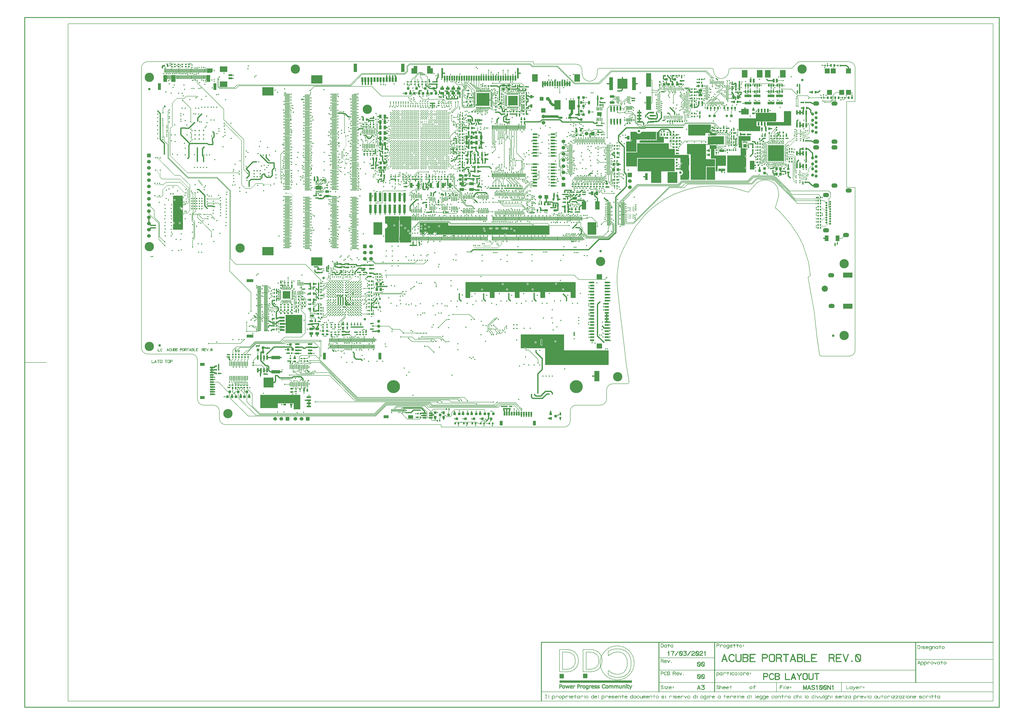
<source format=gbr>
*
G04 Job   : D:\Pd-Master\Mas\Mas100n1 ACB_0001_0\Mas100n1 ACUBE_PORTABILE R_0.pcb*
G04 User  : DESKTOP-CUVV7JD:Shina*
G04 Layer : 1-Top.gbr*
G04 Date  : Wed Mar 17 17:59:38 2021*
G04 RSM MASTER DESIGN srl*
%ICAS*%
%MOMM*%
%FSLAX24Y24*%
%OFA0.0000B0.0000*%
G90*
G74*
%AMVB_RECTANGLE*
21,1,$1,$2,0,0,$3*
%
%AMVB_FINGER0*
$3=$1/2*
$4=$2/2*
$5=0-$4*
1,1,$2,$3-$4,0*
21,1,$1-$4,$2,$5/2,0,0*
%
%AMVB_FINGER90*
$3=$1/2*
$4=$2/2*
$5=0-$4*
1,1,$2,0,$3-$4*
21,1,$2,$1-$4,0,$5/2,0*
%
%AMVB_FINGER180*
$3=$1/2*
$4=$2/2*
1,1,$2,$4-$3,0*
21,1,$1-$4,$2,$4/2,0,0*
%
%AMVB_FINGER270*
$3=$1/2*
$4=$2/2*
1,1,$2,0,$4-$3*
21,1,$2,$1-$4,0,$4/2,0*
%
%AMVB_RCRECTANGLE*
$3=$3X2*
21,1,$1-$3,$2,0,0,0*
21,1,$1,$2-$3,0,0,0*
$1=$1/2*
$2=$2/2*
$3=$3/2*
$1=$1-$3*
$2=$2-$3*
1,1,$3X2,0-$1,0-$2*
1,1,$3X2,0-$1,$2*
1,1,$3X2,$1,$2*
1,1,$3X2,$1,0-$2*
%
%ADD15C,0.08000*%
%ADD18C,0.08001*%
%ADD16C,0.12000*%
%ADD10C,0.15000*%
%ADD12C,0.20000*%
%ADD60C,0.20320*%
%ADD14C,0.25000*%
%ADD55C,0.25400*%
%ADD62C,0.30480*%
%ADD19C,0.35000*%
%ADD61C,0.38000*%
%ADD42C,0.40000*%
%ADD71C,0.42000*%
%ADD13C,0.50000*%
%ADD70C,0.50800*%
%ADD52C,0.53340*%
%ADD37C,0.58420*%
%ADD41C,0.63500*%
%ADD33C,0.76200*%
%ADD121C,0.81280*%
%ADD17C,1.00000*%
%ADD11C,1.01600*%
%ADD79C,1.27000*%
%ADD103C,1.52400*%
%ADD143C,2.54000*%
%ADD49C,3.81000*%
%ADD115C,5.33400*%
%ADD128O,0.90000X0.30000*%
%ADD129O,0.30000X0.90000*%
%ADD94O,2.54000X1.77800*%
%ADD56VB_RECTANGLE,0.65000X0.65000X0.00000*%
%ADD126VB_RECTANGLE,1.01600X1.01600X0.00000*%
%ADD155VB_RECTANGLE,1.30000X1.30000X90.00000*%
%ADD102VB_RECTANGLE,1.52400X1.52400X90.00000*%
%ADD137VB_RECTANGLE,1.77800X1.77800X0.00000*%
%ADD120VB_RECTANGLE,2.00000X2.00000X270.00000*%
%ADD150VB_RECTANGLE,3.10000X3.10000X270.00000*%
%ADD127VB_RECTANGLE,3.93700X3.93700X0.00000*%
%ADD36VB_RECTANGLE,4.00000X4.00000X180.00000*%
%ADD68VB_RECTANGLE,4.06400X4.06400X0.00000*%
%ADD23VB_RECTANGLE,0.50000X0.25000X90.00000*%
%ADD40VB_RECTANGLE,0.60000X0.25000X180.00000*%
%ADD39VB_RECTANGLE,0.60000X0.25000X270.00000*%
%ADD20VB_RECTANGLE,0.63500X0.58420X180.00000*%
%ADD21VB_RECTANGLE,0.63500X0.58420X270.00000*%
%ADD160VB_RECTANGLE,0.70000X0.20000X0.00000*%
%ADD100VB_RECTANGLE,0.76200X0.30480X270.00000*%
%ADD98VB_RECTANGLE,0.76200X0.40640X180.00000*%
%ADD78VB_RECTANGLE,0.76200X0.63500X0.00000*%
%ADD86VB_RECTANGLE,0.76200X0.63500X90.00000*%
%ADD59VB_RECTANGLE,0.76200X0.88900X270.00000*%
%ADD97VB_RECTANGLE,1.00000X0.30000X90.00000*%
%ADD99VB_RECTANGLE,1.00000X1.25000X180.00000*%
%ADD34VB_RECTANGLE,1.00000X1.25000X270.00000*%
%ADD44VB_RECTANGLE,1.01600X0.66040X180.00000*%
%ADD46VB_RECTANGLE,1.01600X0.66040X270.00000*%
%ADD89VB_RECTANGLE,1.01600X1.01600X0.00000*%
%ADD80VB_RECTANGLE,1.01600X1.01600X270.00000*%
%ADD85VB_RECTANGLE,1.10000X0.60000X270.00000*%
%ADD72VB_RECTANGLE,1.14300X0.25400X0.00000*%
%ADD73VB_RECTANGLE,1.14300X0.25400X270.00000*%
%ADD58VB_RECTANGLE,1.14300X0.88900X270.00000*%
%ADD35VB_RECTANGLE,1.14300X1.01600X90.00000*%
%ADD31VB_RECTANGLE,1.27000X0.20320X180.00000*%
%ADD30VB_RECTANGLE,1.27000X0.20320X90.00000*%
%ADD141VB_RECTANGLE,1.27000X0.27940X90.00000*%
%ADD122VB_RECTANGLE,1.39700X0.81280X0.00000*%
%ADD82VB_RECTANGLE,1.39700X0.81280X90.00000*%
%ADD54VB_RECTANGLE,1.40000X0.35000X90.00000*%
%ADD140VB_RECTANGLE,1.40000X0.40000X0.00000*%
%ADD25VB_RECTANGLE,1.50000X0.30000X0.00000*%
%ADD110VB_RECTANGLE,1.50000X0.30000X90.00000*%
%ADD144VB_RECTANGLE,1.52400X0.25400X180.00000*%
%ADD83VB_RECTANGLE,1.52400X0.25400X90.00000*%
%ADD90VB_RECTANGLE,1.52400X0.27940X90.00000*%
%ADD119VB_RECTANGLE,1.52400X0.35560X90.00000*%
%ADD29VB_RECTANGLE,1.52400X0.63500X270.00000*%
%ADD123VB_RECTANGLE,1.52400X0.76200X0.00000*%
%ADD124VB_RECTANGLE,1.52400X0.76200X270.00000*%
%ADD65VB_RECTANGLE,1.52400X1.01600X0.00000*%
%ADD45VB_RECTANGLE,1.52400X1.01600X270.00000*%
%ADD104VB_RECTANGLE,1.60000X0.60000X0.00000*%
%ADD117VB_RECTANGLE,1.60000X0.60000X90.00000*%
%ADD139VB_RECTANGLE,1.60000X0.70000X0.00000*%
%ADD47VB_RECTANGLE,1.70000X0.25000X180.00000*%
%ADD113VB_RECTANGLE,1.70000X0.70000X0.00000*%
%ADD24VB_RECTANGLE,1.70000X0.90000X0.00000*%
%ADD57VB_RECTANGLE,1.77800X0.35560X270.00000*%
%ADD125VB_RECTANGLE,1.77800X0.38100X90.00000*%
%ADD32VB_RECTANGLE,1.77800X0.66040X0.00000*%
%ADD108VB_RECTANGLE,1.77800X0.66040X270.00000*%
%ADD105VB_RECTANGLE,1.80000X1.20000X0.00000*%
%ADD118VB_RECTANGLE,1.80000X1.20000X90.00000*%
%ADD135VB_RECTANGLE,1.90000X0.85000X270.00000*%
%ADD84VB_RECTANGLE,1.90000X1.10000X0.00000*%
%ADD53VB_RECTANGLE,1.90000X1.50000X0.00000*%
%ADD67VB_RECTANGLE,2.00000X0.35000X180.00000*%
%ADD48VB_RECTANGLE,2.00000X0.50000X180.00000*%
%ADD91VB_RECTANGLE,2.00000X0.60000X270.00000*%
%ADD95VB_RECTANGLE,2.00000X1.20000X0.00000*%
%ADD96VB_RECTANGLE,2.00000X1.30000X0.00000*%
%ADD107VB_RECTANGLE,2.03200X0.66040X270.00000*%
%ADD161VB_RECTANGLE,2.03200X0.76200X0.00000*%
%ADD93VB_RECTANGLE,2.03200X1.01600X180.00000*%
%ADD64VB_RECTANGLE,2.03200X1.01600X270.00000*%
%ADD114VB_RECTANGLE,2.20000X2.00000X0.00000*%
%ADD63VB_RECTANGLE,2.28600X1.52400X270.00000*%
%ADD106VB_RECTANGLE,2.54000X1.52400X90.00000*%
%ADD111VB_RECTANGLE,2.70000X1.20000X0.00000*%
%ADD109VB_RECTANGLE,2.70000X1.20000X90.00000*%
%ADD27VB_RECTANGLE,2.79400X1.01600X180.00000*%
%ADD145VB_RECTANGLE,2.79400X1.01600X270.00000*%
%ADD75VB_RECTANGLE,2.79400X1.77800X0.00000*%
%ADD112VB_RECTANGLE,3.04800X2.28600X180.00000*%
%ADD76VB_RECTANGLE,3.04800X2.28600X90.00000*%
%ADD81VB_RECTANGLE,3.22580X1.90500X270.00000*%
%ADD136VB_RECTANGLE,3.35000X1.30000X270.00000*%
%ADD26VB_RECTANGLE,3.42900X1.77800X90.00000*%
%ADD88VB_RECTANGLE,3.55600X1.01600X90.00000*%
%ADD77VB_RECTANGLE,3.55600X1.39700X0.00000*%
%ADD138VB_RECTANGLE,3.55600X1.39700X90.00000*%
%ADD130VB_RECTANGLE,3.60000X1.80000X90.00000*%
%ADD22VB_RECTANGLE,3.60000X3.00000X270.00000*%
%ADD142VB_RECTANGLE,3.81000X2.03200X180.00000*%
%ADD162VB_RECTANGLE,3.81000X2.03200X270.00000*%
%ADD38VB_RECTANGLE,3.81000X2.54000X270.00000*%
%ADD74VB_RECTANGLE,4.19100X2.03200X270.00000*%
%ADD92VB_RECTANGLE,4.20000X0.70000X270.00000*%
%ADD66VB_RECTANGLE,4.50000X3.40000X180.00000*%
%ADD116VB_RECTANGLE,5.00000X3.50000X90.00000*%
%ADD28VB_RECTANGLE,5.08000X2.54000X0.00000*%
%ADD69VB_RECTANGLE,5.20000X1.50000X90.00000*%
%ADD101VB_RECTANGLE,5.60000X2.10000X270.00000*%
%ADD156VB_FINGER0,0.60000X0.25000*%
%ADD157VB_FINGER90,0.60000X0.25000*%
%ADD158VB_FINGER180,0.60000X0.25000*%
%ADD159VB_FINGER270,0.60000X0.25000*%
%ADD147VB_FINGER0,0.60000X0.28000*%
%ADD148VB_FINGER90,0.60000X0.28000*%
%ADD149VB_FINGER180,0.60000X0.28000*%
%ADD146VB_FINGER270,0.60000X0.28000*%
%ADD50VB_FINGER90,0.70000X0.28000*%
%ADD51VB_FINGER270,0.70000X0.28000*%
%ADD154VB_FINGER0,0.76200X0.30480*%
%ADD152VB_FINGER90,0.76200X0.30480*%
%ADD151VB_FINGER180,0.76200X0.30480*%
%ADD153VB_FINGER270,0.76200X0.30480*%
%ADD131VB_FINGER0,0.88900X0.27940*%
%ADD133VB_FINGER90,0.88900X0.27940*%
%ADD132VB_FINGER180,0.88900X0.27940*%
%ADD134VB_FINGER270,0.88900X0.27940*%
%ADD43VB_RCRECTANGLE,0.40000X0.40000X0.10000*%
%ADD87VB_RCRECTANGLE,0.45000X0.45000X0.13000*%
G01*
G36*
X105000Y1444250D02*
G03X104250Y1445000I750D01*
G01X90750*
G03X90000Y1444250J750*
G01Y1418250*
G03X90750Y1417500I750*
G01X104250*
G03X105000Y1418250J750*
G01Y1444250*
X130000Y949250D02*
G02X130750Y950000I750D01*
G01X132060*
Y932500*
G03X136100Y928460I4040*
X140140Y932500J4040*
X136100Y936540I4040*
X132060Y932500J4040*
G01Y950000*
X153001*
Y837400*
G03X157041Y833360I4040*
X161081Y837400J4040*
X157041Y841440I4040*
X153001Y837400J4040*
G01Y950000*
X169250*
G02X170000Y949250J750*
G01Y945619*
G02X169759Y945068I750*
G03X168460Y942100I2741J2968*
X169759Y939132I4040*
G02X170000Y938581I509J551*
G01Y899183*
G02X169250Y898433I750*
X169175Y898437J750*
X168766Y898610I75J746*
G01X163796Y902696*
G02X163784Y902706I467J587*
G03X161200Y903640I2584J3106*
X157160Y899600J4040*
X158979Y896225I4040*
G02X158991Y896217I413J626*
G01X166727Y891060*
G02X166740Y891052I407J630*
G03X169000Y890360I2260J3348*
X169211Y890366J4040*
G02X169250Y890367I39J749*
X170000Y889617J750*
G01Y878292*
G02X169900Y877917I750*
G03X169360Y875900I3500J2017*
X169900Y873883I4040*
G02X170000Y873508I650J375*
G01Y810750*
G02X169250Y810000I750*
G01X130750*
G02X130000Y810750J750*
G01Y833350*
G02X130750Y834100I750*
X131096Y834015J750*
G03X132959Y833560I1863J3585*
X136999Y837600J4040*
X132959Y841640I4040*
X131096Y841185J4040*
G02X130750Y841100I346J665*
X130000Y841850J750*
G01Y949250*
X140000Y1444250D02*
G03X139250Y1445000I750D01*
G01X123250*
G03X122500Y1444250J750*
G01Y1418250*
G03X123250Y1417500I750*
G01X139250*
G03X140000Y1418250J750*
G01Y1444250*
X282500D02*
G03X281750Y1445000I750D01*
G01X266736*
G03X265986Y1444250J750*
X265991Y1444167I751*
G02X266000Y1444000I1491J167*
G01Y1429000*
G02X265454Y1427843I1500*
G03X265181Y1427264I477J579*
X265488Y1426659I750*
G02X266946Y1424637I2388J3259*
G03X266951Y1424622I714J230*
G01X269026Y1418297*
G03X269031Y1418282I716J223*
G02X269100Y1418054I3831J1282*
G03X269824Y1417500I724J196*
G01X281750*
G03X282500Y1418250J750*
G01Y1444250*
X292500Y1471750D02*
G03X291750Y1472500I750D01*
G01X268871*
G03X268121Y1471750J750*
X268247Y1471333I750*
G02X268500Y1470500I1247J833*
G01Y1455750*
G03X269250Y1455000I750*
G01X286960*
G03X287560Y1455300J750*
G02X292089Y1459099I10400J7800*
G03X292500Y1459768I339J669*
G01Y1471750*
X652500Y131750D02*
G03X651750Y132500I750D01*
G01X623350*
G03X622904Y132353J750*
G02X620500Y131560I2404J3247*
X618096Y132353J4040*
G03X617650Y132500I446J603*
G01X488250*
G03X487500Y131750J750*
G01Y78250*
G03X488250Y77500I750*
G01X559250*
G03X560000Y78250J750*
G01Y97500*
X625000*
Y73250*
G03X625750Y72500I750*
G01X651750*
G03X652500Y73250J750*
G01Y131750*
X660000Y460099D02*
G03X659250Y460849I750D01*
G01X592991*
G03X592241Y460099J750*
G01Y385750*
G03X592991Y385000I750*
G01X659250*
G03X660000Y385750J750*
G01Y460099*
X715500Y974300D02*
Y978500D01*
X709500*
Y981500*
X715500*
Y983500*
X709500*
Y986500*
X715500*
Y990700*
X739500*
Y986500*
X745500*
Y983500*
X739500*
Y981500*
X745500*
Y978500*
X739500*
Y974300*
X715500*
X1000000Y864250D02*
G02X1000750Y865000I750D01*
G01X1033860*
Y828000*
G03X1037900Y823960I4040*
X1041940Y828000J4040*
X1037900Y832040I4040*
X1033860Y828000J4040*
G01Y865000*
X1056750*
G02X1057500Y864250J750*
G01Y782914*
G02X1057333Y782443I750*
G03X1057000Y781500I1167J943*
G01Y766500*
G03X1057333Y765557I1500*
G02X1057500Y765086I583J471*
G01Y758250*
G02X1056750Y757500I750*
G01X1000750*
G02X1000000Y758250J750*
G01Y814775*
G02X1000700Y815523I750*
G03X1010500Y826000I700J10477*
X1000700Y836477I10500*
G02X1000000Y837225I50J748*
G01Y864250*
X1060000Y847086D02*
G02X1060167Y847557I750D01*
G03X1060500Y848500I1167J943*
G01Y863500*
G03X1060414Y864000I1500*
G02X1060371Y864250I707J250*
X1061121Y865000I750*
G01X1062960*
Y828000*
G03X1067000Y823960I4040*
X1071040Y828000J4040*
X1067000Y832040I4040*
X1062960Y828000J4040*
G01Y865000*
X1078460*
Y817000*
G03X1082500Y812960I4040*
X1086540Y817000J4040*
X1082500Y821040I4040*
X1078460Y817000J4040*
G01Y865000*
X1091660*
Y805300*
G03X1095700Y801260I4040*
X1099740Y805300J4040*
X1095700Y809340I4040*
X1091660Y805300J4040*
G01Y865000*
X1106750*
G02X1107500Y864250J750*
G01Y797605*
G02X1106750Y796855I750*
X1106069Y797291J750*
G03X1102400Y799640I3669J1691*
X1098360Y795600J4040*
X1102400Y791560I4040*
X1106069Y793909J4040*
G02X1106750Y794345I681J314*
X1107500Y793595J750*
G01Y782914*
G02X1107333Y782443I750*
G03X1107000Y781500I1167J943*
G01Y766500*
G03X1107333Y765557I1500*
G02X1107500Y765086I583J471*
G01Y758250*
G02X1106750Y757500I750*
G01X1060750*
G02X1060000Y758250J750*
G01Y847086*
X1108500Y1451500D02*
X1132500D01*
Y1482500*
X1118000*
Y1473500*
X1108500*
Y1451500*
X1142500Y837365D02*
G02X1142720Y837895I750D01*
G01X1143698Y838873*
G02X1144228Y839093I530J530*
G01X1145160*
Y825400*
G03X1145560Y823647I4040*
G01Y814200*
G03X1149600Y810160I4040*
X1153640Y814200J4040*
X1149600Y818240I4040*
X1145560Y814200J4040*
G01Y823647*
G03X1149200Y821360I3640J1753*
X1153240Y825400J4040*
X1149200Y829440I4040*
X1145160Y825400J4040*
G01Y839093*
X1160760*
Y832000*
G03X1161060Y830472I4040*
G01Y814700*
G03X1165100Y810660I4040*
X1169140Y814700J4040*
X1165100Y818740I4040*
X1161060Y814700J4040*
G01Y830472*
G03X1164800Y827960I3740J1528*
X1168840Y832000J4040*
X1164800Y836040I4040*
X1160760Y832000J4040*
G01Y839093*
X1176360*
Y821500*
G03X1180400Y817460I4040*
X1184440Y821500J4040*
X1180400Y825540I4040*
X1176360Y821500J4040*
G01Y839093*
X1217960*
Y824200*
G03X1222000Y820160I4040*
X1226040Y824200J4040*
X1222000Y828240I4040*
X1217960Y824200J4040*
G01Y839093*
X1259250*
G02X1260000Y838343J750*
G01Y827500*
X1401760*
Y815800*
G03X1405160Y811811I4040*
G01Y806000*
G03X1409200Y801960I4040*
X1413240Y806000J4040*
X1409200Y810040I4040*
X1405160Y806000J4040*
G01Y811811*
G03X1405800Y811760I640J3989*
X1409840Y815800J4040*
X1405800Y819840I4040*
X1401760Y815800J4040*
G01Y827500*
X1426760*
Y815800*
G03X1430800Y811760I4040*
X1430823J4040*
G02X1430828I5J750*
X1430839J750*
G01X1437361*
G02X1437372I11J750*
X1437377J750*
G03X1437400I23J4040*
X1441440Y815800J4040*
X1437400Y819840I4040*
X1437377J4040*
G02X1437372I5J750*
X1437361J750*
G01X1430839*
G02X1430828I11J750*
X1430823J750*
G03X1430800I23J4040*
X1426760Y815800J4040*
G01Y827500*
X1451760*
Y815800*
G03X1455800Y811760I4040*
X1455823J4040*
G02X1455828I5J750*
X1455839J750*
G01X1462361*
G02X1462372I11J750*
X1462377J750*
G03X1462400I23J4040*
X1466440Y815800J4040*
X1462400Y819840I4040*
X1462377J4040*
G02X1462372I5J750*
X1462361J750*
G01X1455839*
G02X1455828I11J750*
X1455823J750*
G03X1455800I23J4040*
X1451760Y815800J4040*
G01Y827500*
X1476760*
Y815800*
G03X1480800Y811760I4040*
X1480823J4040*
G02X1480828I5J750*
X1480839J750*
G01X1487366*
X1487376*
X1494258Y811662*
G02X1494285Y811661I10J750*
G01X1502261Y811267*
G02X1502277Y811266I26J750*
G03X1502500Y811260I223J4034*
X1506540Y815300J4040*
X1502677Y819336I4040*
G02X1502663Y819337I32J749*
G01X1494638Y819733*
G02X1494623Y819734I26J750*
G03X1494434Y819740I223J4034*
G02X1494419I7J750*
G01X1487497Y819839*
X1487496*
G02X1487481J750*
G03X1487400Y819840I81J4039*
X1487377J4040*
G02X1487372I5J750*
X1487361J750*
G01X1480839*
G02X1480828I11J750*
X1480823J750*
G03X1480800I23J4040*
X1476760Y815800J4040*
G01Y827500*
X1514360*
Y813800*
G03X1518400Y809760I4040*
X1522440Y813800J4040*
X1518400Y817840I4040*
X1514360Y813800J4040*
G01Y827500*
X1527360*
Y806200*
G03X1531400Y802160I4040*
X1535440Y806200J4040*
X1531400Y810240I4040*
X1527360Y806200J4040*
G01Y827500*
X1605042*
G02X1605443Y827384J750*
G03X1607600Y826760I2157J3416*
X1609757Y827384J4040*
G02X1610158Y827500I401J634*
G01X1672207*
G02X1672738Y827280J750*
G01X1674009Y826009*
G03X1674588Y825591I1591J1591*
G02X1675000Y824921I338J670*
G01Y790750*
G02X1674250Y790000I750*
G01X1499746*
G02X1499003Y790648J750*
G03X1495000Y794140I4003J548*
X1490997Y790648J4040*
G02X1490254Y790000I743J102*
G01X1210322*
G02X1209698Y790334J750*
X1209572Y790750I624J416*
X1209588Y790903I750*
G01X1210658Y796388*
G02X1210661Y796404I738J132*
G03X1210740Y797200I3961J796*
X1206700Y801240I4040*
X1204085Y800280J4040*
G02X1204074Y800270I485J571*
G01X1196031Y793518*
G02X1196020Y793509I490J568*
G03X1194571Y790695I2580J3109*
G02X1193823Y790000I748J55*
G01X1190897*
G02X1190193Y790492J750*
G03X1186400Y793140I3793J1392*
X1182607Y790492J4040*
G02X1181903Y790000I704J258*
G01X1179977*
G02X1179229Y790695J750*
G03X1178548Y792660I4029J295*
G02X1178540Y792673I622J420*
G01X1173383Y800409*
G02X1173375Y800421I618J425*
G03X1170000Y802240I3375J2221*
X1169977J4040*
G02X1169972I5J750*
X1169961J750*
G01X1162239*
G02X1162228I11J750*
X1162223J750*
G03X1162200I23J4040*
X1158160Y798200J4040*
X1162200Y794160I4040*
X1162707Y794192J4040*
G02X1162801Y794198I94J744*
X1163551Y793448J750*
X1163332Y792918I750*
G01X1160634Y790220*
G02X1160103Y790000I531J530*
G01X1158174*
G02X1157583Y790288J750*
G03X1154400Y791840I3183J2488*
X1151217Y790288J4040*
G02X1150626Y790000I591J462*
G01X1143250*
G02X1142500Y790750J750*
G01Y792276*
G02X1143250Y793026I750*
X1143775Y792812J750*
G03X1146600Y791660I2825J2888*
X1150640Y795700J4040*
X1146600Y799740I4040*
X1143775Y798588J4040*
G02X1143250Y798374I525J536*
X1142500Y799124J750*
G01Y837365*
X1196500Y1451500D02*
X1172500D01*
Y1482500*
X1187000*
Y1473500*
X1196500*
Y1451500*
X1330000Y594250D02*
G02X1330750Y595000I750D01*
G01X1394460*
Y564700*
G03X1398500Y560660I4040*
X1402540Y564700J4040*
X1398500Y568740I4040*
X1394460Y564700J4040*
G01Y595000*
X1478860*
Y587300*
G03X1482900Y583260I4040*
X1486940Y587300J4040*
X1482900Y591340I4040*
X1478860Y587300J4040*
G01Y595000*
X1497160*
Y565000*
G03X1501200Y560960I4040*
X1505240Y565000J4040*
X1501200Y569040I4040*
X1497160Y565000J4040*
G01Y595000*
X1581260*
Y587700*
G03X1585300Y583660I4040*
X1589340Y587700J4040*
X1585300Y591740I4040*
X1581260Y587700J4040*
G01Y595000*
X1601660*
Y565000*
G03X1605700Y560960I4040*
X1609740Y565000J4040*
X1605700Y569040I4040*
X1601660Y565000J4040*
G01Y595000*
X1698460*
Y587800*
G03X1702500Y583760I4040*
X1706540Y587800J4040*
X1702500Y591840I4040*
X1698460Y587800J4040*
G01Y595000*
X1726860*
Y565100*
G03X1730900Y561060I4040*
X1734940Y565100J4040*
X1730900Y569140I4040*
X1726860Y565100J4040*
G01Y595000*
X1781750*
G02X1782500Y594250J750*
G01Y530750*
G02X1781750Y530000I750*
G01X1763250*
G02X1762500Y530750J750*
G01Y555000*
X1657500*
Y530750*
G02X1656750Y530000I750*
G01X1638250*
G02X1637500Y530750J750*
G01Y555000*
X1552500*
Y530750*
G02X1551750Y530000I750*
G01X1533250*
G02X1532500Y530750J750*
G01Y555000*
X1450000*
Y530750*
G02X1449250Y530000I750*
G01X1430750*
G02X1430000Y530750J750*
G01Y555000*
X1350000*
Y530750*
G02X1349250Y530000I750*
G01X1330750*
G02X1330000Y530750J750*
G01Y594250*
X1376250Y1318750D02*
X1428750D01*
Y1371250*
X1376250*
Y1318750*
X1557500Y379250D02*
G02X1558250Y380000I750D01*
G01X1614060*
Y347500*
G03X1618100Y343460I4040*
X1622140Y347500J4040*
X1618100Y351540I4040*
X1614060Y347500J4040*
G01Y380000*
X1638460*
Y357100*
G03X1638494Y356579I4040*
G02X1638500Y356482I744J97*
G01Y348118*
G02X1638494Y348021I750*
G03X1638460Y347500I4006J521*
X1638494Y346979I4040*
G02X1638500Y346882I744J97*
G01Y339118*
G02X1638494Y339021I750*
G03X1638460Y338500I4006J521*
X1642500Y334460I4040*
X1646540Y338500J4040*
X1646506Y339021I4040*
G02X1646500Y339118I744J97*
G01Y346882*
G02X1646506Y346979I750*
G03X1646540Y347500I4006J521*
X1646506Y348021I4040*
G02X1646500Y348118I744J97*
G01Y356482*
G02X1646506Y356579I750*
G03X1646540Y357100I4006J521*
X1642500Y361140I4040*
X1638460Y357100J4040*
G01Y380000*
X1695260*
Y352100*
G03X1699300Y348060I4040*
X1703340Y352100J4040*
X1699300Y356140I4040*
X1695260Y352100J4040*
G01Y380000*
X1734262*
G02X1735012Y379250J750*
G01X1734946Y315000*
X1916750*
G02X1917500Y314250J750*
G01Y255750*
G02X1916750Y255000I750*
G01X1658250*
G02X1657500Y255750J750*
G01Y323098*
X1579361*
G02X1578639Y323645J750*
G03X1574750Y326590I3889J1095*
X1570861Y323645J4040*
G02X1570139Y323098I722J203*
G01X1558250*
G02X1557500Y323848J750*
G01Y379250*
X1716195Y-1049529D02*
X2013795D01*
Y-1040729*
X1716195*
Y-1049529*
X1716595Y-1031929D02*
X1734195D01*
Y-1013129*
X1716595*
Y-1031929*
X1773500Y938900D02*
X1776000D01*
Y944400*
X1773500*
Y938900*
X1778500D02*
X1781000D01*
Y944400*
X1778500*
Y938900*
X1783500D02*
X1786000D01*
Y944400*
X1783500*
Y938900*
X1787500Y944250D02*
G03X1786750Y945000I750D01*
G01X1781618*
G03X1781521Y944994J750*
G02X1781000Y944960I521J4006*
X1780479Y944994J4040*
G03X1780382Y945000I97J744*
G01X1770750*
G03X1770000Y944250J750*
G01Y935750*
G03X1770750Y935000I750*
G01X1786750*
G03X1787500Y935750J750*
G01Y944250*
X1812995Y-1031529D02*
X1830595D01*
Y-1012729*
X1812995*
Y-1031529*
X2112500Y1211750D02*
G03X2111750Y1212500I750D01*
G01X2053578*
G03X2052858Y1211961J750*
G02X2042500Y1204205I10358J3039*
X2032142Y1211961J10795*
G03X2031422Y1212500I720J211*
G01X2008250*
G03X2007500Y1211750J750*
G01Y1181631*
G03X2008250Y1180881I750*
X2008367Y1180890J750*
G02X2009000Y1180940I633J3990*
X2013040Y1176900J4040*
X2009000Y1172860I4040*
X2008307Y1172920J4040*
G03X2008179Y1172931I128J739*
X2007500Y1172500J750*
G01X1990750*
G03X1990000Y1171750J750*
G01Y1130750*
G03X1990750Y1130000I750*
G01X2031750*
G03X2032500Y1130750J750*
G01Y1180000*
X2111750*
G03X2112500Y1180750J750*
G01Y1211750*
X2145000Y1191750D02*
G03X2144250Y1192500I750D01*
G01X2127200*
Y1211188*
G03X2126450Y1211938I750*
G01X2115750*
G03X2115000Y1211188J750*
G01Y1177308*
X2045750*
G03X2045000Y1176558J750*
G01Y1168250*
G03X2045750Y1167500I750*
G01X2144250*
G03X2145000Y1168250J750*
G01Y1191750*
X2188864Y1101750D02*
G03X2188114Y1102500I750D01*
G01X2038250*
G03X2037500Y1101750J750*
G01Y1050750*
G03X2038250Y1050000I750*
G01X2092500*
Y1003250*
G03X2093250Y1002500I750*
G01X2133429*
G03X2134179Y1003250J750*
G01Y1050000*
X2188114*
G03X2188864Y1050750J750*
G01Y1101750*
X2200000Y1046750D02*
G03X2199250Y1047500I750D01*
G01X2160750*
G03X2160000Y1046750J750*
G01Y1003250*
G03X2160750Y1002500I750*
G01X2199250*
G03X2200000Y1003250J750*
G01Y1046750*
X2247500Y1116750D02*
G03X2246750Y1117500I750D01*
G01X2190000*
Y1141750*
G03X2189250Y1142500I750*
G01X2165000*
Y1164250*
G03X2164250Y1165000I750*
G01X2035750*
G03X2035000Y1164250J750*
G01Y1127500*
X1990750*
G03X1990000Y1126750J750*
G01Y1070750*
G03X1990750Y1070000I750*
G01X2034250*
G03X2035000Y1070750J750*
G01Y1105000*
X2212500*
Y1085975*
G03X2213250Y1085225I750*
X2213555Y1085290J750*
G02X2215200Y1085640I1645J3690*
X2219240Y1081600J4040*
X2215200Y1077560I4040*
X2213555Y1077910J4040*
G03X2213250Y1077975I305J685*
X2212500Y1077225J750*
G01Y1072119*
G03X2212741Y1071568I750*
G02X2214040Y1068600I2741J2968*
X2212741Y1065632I4040*
G03X2212500Y1065081I509J551*
G01Y1056521*
G03X2213201Y1055772I750*
G02X2223295Y1045000I701J10772*
X2213201Y1034228I10795*
G03X2212500Y1033479I49J749*
G01Y1015750*
G03X2213250Y1015000I750*
G01X2246750*
G03X2247500Y1015750J750*
G01Y1116750*
X2338500Y1161000D02*
X2391500D01*
Y1194000*
X2338500*
Y1161000*
X2347500Y1191750D02*
G03X2346750Y1192500I750D01*
G01X2335031*
G03X2334687Y1192417J750*
G02X2334000Y1192250I687J1333*
G01X2328000*
G02X2327313Y1192417J1500*
G03X2326969Y1192500I344J667*
G01X2325750*
G03X2325000Y1191750J750*
G01Y1162392*
G03X2325100Y1162018I750*
G02X2325590Y1160633I3500J2018*
G03X2326331Y1160000I741J117*
G01X2346750*
G03X2347500Y1160750J750*
G01Y1191750*
X2355000Y1066750D02*
G03X2354250Y1067500I750D01*
G01X2320750*
G03X2320000Y1066750J750*
G01Y1015750*
G03X2320750Y1015000I750*
G01X2354250*
G03X2355000Y1015750J750*
G01Y1066750*
Y1099250D02*
G03X2354250Y1100000I750D01*
G01X2317500*
Y1161750*
G03X2316750Y1162500I750*
G01X2240750*
G03X2240000Y1161750J750*
G01Y1120750*
G03X2240750Y1120000I750*
G01X2255000*
Y1015750*
G03X2255750Y1015000I750*
G01X2316750*
G03X2317500Y1015750J750*
G01Y1070000*
X2354250*
G03X2355000Y1070750J750*
G01Y1099250*
X2359764Y1198250D02*
G03X2359759Y1198333I751D01*
G02X2359750Y1198500I1491J167*
G01Y1205507*
G03X2359530Y1206038I750*
G01X2358288Y1207280*
G03X2357757Y1207500I531J530*
G01X2342500*
Y1209744*
G03X2341955Y1210466I750*
G02X2340979Y1211039I615J2164*
G01X2339738Y1212280*
G03X2339207Y1212500I531J530*
G01X2337500*
Y1213512*
G03X2336773Y1214262I750*
G02X2332860Y1218300I127J4038*
X2336773Y1222338I4040*
G03X2337500Y1223088I23J750*
G01Y1229603*
G03X2337462Y1229837I750*
G02X2337260Y1231100I3838J1263*
X2337462Y1232363I4040*
G03X2337500Y1232597I712J234*
G01Y1241750*
G03X2336750Y1242500I750*
G01X2245750*
G03X2245000Y1241750J750*
G01Y1198250*
G03X2245750Y1197500I750*
G01X2314250*
G03X2315000Y1198250J750*
G01Y1207500*
X2332500*
Y1200484*
G03X2332688Y1199988I750*
G02X2333250Y1198500I1688J1488*
G03X2334000Y1197750I750*
G02X2334687Y1197583J1500*
G03X2335031Y1197500I344J667*
G01X2359014*
G03X2359764Y1198250J750*
G01X2400000Y1114250D02*
G03X2399250Y1115000I750D01*
G01X2352500*
Y1142500*
X2361750*
G03X2362500Y1143250J750*
G01Y1148250*
G03X2361750Y1149000I750*
G01X2361250*
G02X2359750Y1150500J1500*
G01Y1156500*
G02X2359759Y1156667I1500*
G03X2359764Y1156750I746J83*
X2359014Y1157500I750*
G01X2335031*
G03X2334687Y1157417J750*
G02X2334000Y1157250I687J1333*
G01X2333250*
G03X2332500Y1156500J750*
G01Y1143250*
G03X2333250Y1142500I750*
G01X2337500*
Y1103250*
G03X2338250Y1102500I750*
G01X2357500*
Y1050750*
G03X2358250Y1050000I750*
G01X2364250*
G03X2365000Y1050750J750*
G01Y1072500*
X2399250*
G03X2400000Y1073250J750*
G01Y1114250*
X2482500Y1135872D02*
G03X2482325Y1136353I750D01*
G02X2481976Y1137315I1151J962*
G01Y1143411*
G02X2482052Y1144083I3024*
G03X2482070Y1144250I732J167*
X2481320Y1145000I750*
G01X2467829*
G03X2467448Y1144896J750*
G02X2465911Y1144476I1537J2604*
G01X2460750*
G03X2460000Y1143726J750*
G01Y1115000*
X2405750*
G03X2405000Y1114250J750*
G01Y1045750*
G03X2405750Y1045000I750*
G01X2481750*
G03X2482500Y1045750J750*
G01Y1059542*
G03X2481750Y1060292I750*
X2481664Y1060287J750*
G02X2481200Y1060260I464J4013*
X2477160Y1064300J4040*
X2481200Y1068340I4040*
X2481664Y1068313J4040*
G03X2481750Y1068308I86J745*
X2482500Y1069058J750*
G01Y1106942*
G03X2481750Y1107692I750*
X2481664Y1107687J750*
G02X2481200Y1107660I464J4013*
X2477160Y1111700J4040*
X2481200Y1115740I4040*
X2481664Y1115713J4040*
G03X2481750Y1115708I86J745*
X2482500Y1116458J750*
G01Y1135872*
X2500000Y1194250D02*
G03X2499250Y1195000I750D01*
G01X2453250*
G03X2452500Y1194250J750*
G01Y1148250*
G03X2453250Y1147500I750*
G01X2464250*
G03X2465000Y1148250J750*
G01Y1175000*
X2499250*
G03X2500000Y1175750J750*
G01Y1194250*
X2572500Y1092500D02*
X2637500D01*
Y1157500*
X2572500*
Y1092500*
X2605000Y1289250D02*
G03X2604250Y1290000I750D01*
G01X2523313*
G03X2522563Y1289250J750*
G01Y1288625*
G02X2522516Y1288166I2250*
G03X2522500Y1288014I734J152*
G01Y1267500*
X2453250*
G03X2452500Y1266750J750*
G01Y1215750*
G03X2453250Y1215000I750*
G01X2539250*
G03X2540000Y1215750J750*
G01Y1234250*
G03X2539250Y1235000I750*
G01X2525000*
Y1255000*
X2604250*
G03X2605000Y1255750J750*
G01Y1289250*
X2667500Y1296750D02*
G03X2666750Y1297500I750D01*
G01X2638250*
G03X2637500Y1296750J750*
G01Y1285750*
G03X2637740Y1285200I750*
G01Y1259800*
G03X2637500Y1259250I510J550*
G01Y1252500*
X2568250*
G03X2567500Y1251750J750*
G01Y1238250*
G03X2568250Y1237500I750*
G01X2666750*
G03X2667500Y1238250J750*
G01Y1296750*
G37*
G54D10*
X31000Y912300D02*
X53084Y890216D01*
Y860857*
X73959Y839982*
Y781841*
X95800Y760000*
X37760Y700000D02*
X37690Y699990D01*
X37630Y699940*
X37600Y699880*
X37590Y699830*
X37600Y699760*
X37630Y699700*
X37690Y699650*
X37760Y699640*
X47360*
X47430Y699650*
X47480Y699680*
X47510Y699730*
X47520Y699800*
X47540Y699850*
Y699890*
X47520Y699930*
X47480Y699970*
X44740Y701760*
X44670Y701780*
X44600*
X44540Y701750*
X44490Y701700*
X44450Y701640*
X44430Y701580*
X44440Y701520*
X44490Y701470*
X46740Y700000*
X37760*
X42789Y275321D02*
X42765Y275405D01*
X42717Y275477*
X42633Y275513*
X42537Y275525*
X42453Y275513*
X42369Y275477*
X42321Y275405*
X42297Y275321*
Y263801*
X42321Y263705*
X42381Y263645*
X42441Y263585*
X42537Y263561*
X50625*
X50721Y263585*
X50781Y263633*
X50817Y263717*
X50829Y263801*
X50817Y263897*
X50781Y263981*
X50721Y264029*
X50625Y264053*
X42789*
Y275321*
X57921Y274589D02*
X60453Y267353D01*
X55365*
X57921Y274589*
X58161Y275393D02*
X58125Y275441D01*
X58077Y275489*
X58017Y275513*
X57933Y275525*
X57861*
X57801Y275501*
X57741Y275465*
X57693Y275393*
X53649Y263897*
X53637Y263801*
X53661Y263717*
X53721Y263657*
X53805Y263621*
X53889Y263597*
X53985Y263609*
X54057Y263657*
X54105Y263741*
X55209Y266861*
X60645*
X61737Y263741*
X61785Y263657*
X61869Y263609*
X61965Y263597*
X62037Y263621*
X62109Y263657*
X62169Y263717*
X62205Y263801*
X62181Y263897*
X58161Y275393*
X65241Y275561D02*
X65145Y275537D01*
X65085Y275489*
X65049Y275405*
X65037Y275309*
X65049Y275225*
X65085Y275141*
X65145Y275093*
X65241Y275069*
X69045*
Y263801*
X69069Y263717*
X69117Y263645*
X69201Y263609*
X69285Y263597*
X69369Y263609*
X69453Y263645*
X69501Y263717*
X69525Y263801*
Y275069*
X73329*
X73425Y275093*
X73485Y275141*
X73521Y275225*
X73533Y275309*
X73521Y275405*
X73485Y275489*
X73425Y275537*
X73329Y275561*
X65241*
X68505Y320955D02*
X68485Y321025D01*
X68445Y321085*
X68375Y321115*
X68295Y321125*
X68225Y321115*
X68155Y321085*
X68115Y321025*
X68095Y320955*
Y311355*
X68115Y311275*
X68165Y311225*
X68215Y311175*
X68295Y311155*
X75035*
X75115Y311175*
X75165Y311215*
X75195Y311285*
X75205Y311355*
X75195Y311435*
X75165Y311505*
X75115Y311545*
X75035Y311565*
X68505*
Y320955*
X76833Y266333D02*
Y272789D01*
X77073Y273941*
X77553Y274517*
X78717Y274937*
X79845Y275069*
X81393*
X81417*
X82545Y274937*
X83697Y274517*
X84177Y273941*
X84429Y272789*
Y266333*
X84189Y265205*
X83721Y264773*
X82497Y264173*
X81417Y264053*
X79869*
X79845*
X78753Y264173*
X77541Y264773*
X77073Y265205*
X76833Y266333*
X83949Y264329D02*
X84021Y264389D01*
X84585Y264917*
X84597Y264953*
X84657Y265037*
X84909Y266237*
Y266321*
Y272789*
Y272885*
X84657Y274085*
X84633Y274109*
X84621Y274133*
X84609Y274145*
X84585Y274193*
X84021Y274889*
X83997*
X83985Y274913*
Y274925*
X83949Y274949*
X83913Y274961*
X82665Y275369*
X82629Y275393*
X82593Y275405*
X81465Y275561*
X81453*
X79833*
X79785*
X79773*
X78657Y275405*
X78621Y275393*
X78585Y275369*
X77349Y274961*
X77301Y274937*
X77289Y274925*
X77253Y274889*
X76665Y274193*
X76641Y274157*
X76629*
X76605Y274121*
X76593Y274085*
X76341Y272885*
X76329Y272837*
X76341Y272789*
Y266321*
X76329Y266285*
X76341Y266237*
X76593Y265037*
X76605Y264977*
X76653Y264953*
Y264941*
X76689Y264917*
X77253Y264389*
X77265*
X77337Y264329*
X78585Y263729*
X78609Y263717*
X78633*
X78657*
X79773Y263561*
X79821*
X79833*
X81417*
X81453*
X81465*
X82593Y263717*
X82617*
X82641Y263729*
X82665*
X83949Y264329*
X83975Y320355D02*
X83925Y320415D01*
X83895Y320425*
X83885Y320435*
X82945Y320855*
X82905Y320865*
X82855*
X81875Y321125*
X81835Y321145*
X81785Y321155*
X80495Y321025*
X80475Y321015*
X80455*
X80435Y321005*
X80415Y320995*
X79555Y320545*
X79505Y320525*
X79455Y320495*
X78695Y319725*
X78675Y319675*
X78655Y319645*
X77985Y318315*
X77965Y318265*
X77955Y318245*
X77555Y316915*
Y316885*
Y316875*
X77545Y316865*
Y316845*
Y315495*
X77535Y315465*
X77545Y315425*
X77845Y314055*
Y314025*
X77875Y313995*
Y313985*
X78625Y312645*
Y312625*
X78645Y312605*
X78655Y312595*
X79395Y311795*
X79415*
Y311785*
X79435Y311765*
X79455Y311755*
X80345Y311315*
X80385Y311275*
X80425Y311265*
X81775Y311155*
X81785*
X81795*
X81825*
X83185Y311395*
X83225Y311405*
X83255Y311445*
X84175Y312085*
X84215Y312125*
X84245Y312185*
X84655Y313055*
X84675Y313095*
X84685Y313135*
X84665Y313205*
X84625Y313265*
X84565Y313305*
X84495Y313325*
X84425Y313335*
X84365Y313305*
X84315Y313255*
X83895Y312385*
X83055Y311795*
X81775Y311565*
X80485Y311665*
X79665Y312095*
X78955Y312855*
X78245Y314135*
X77955Y315515*
Y316825*
X78325Y318115*
X78345Y318155*
X78355Y318235*
X78335Y318265*
X78315Y318295*
X78265Y318345*
X78195Y318375*
X78125Y318385*
X78055Y318375*
X77995Y318335*
X77965Y318265*
X77955Y318235*
X77965Y318175*
X77995Y318115*
X78045Y318065*
X78095Y318035*
X78155Y318015*
X78215Y318025*
X78275Y318055*
X78325Y318115*
X78995Y319425*
X79755Y320195*
X80555Y320625*
X81795Y320735*
X82745Y320485*
Y320475*
X82775Y320465*
X83655Y320085*
X84315Y319025*
X84365Y318975*
X84425Y318955*
X84505Y318965*
X84575Y318995*
X84635Y319045*
X84675Y319105*
X84685Y319185*
X84655Y319255*
X83975Y320355*
X88100Y1237300D02*
Y1196174D01*
X93210Y1191064*
Y1175246*
X88100Y1290000D02*
Y1309100D01*
X95500Y1316500*
X93210Y1175246D02*
X102659Y1165797D01*
X95500Y1463000D02*
X100500D01*
X95500D02*
X95000D01*
Y1472157*
X97443Y1474600*
X98900*
X95800Y745400D02*
X70959Y770241D01*
Y835499*
X31000Y875458*
Y886900*
X96501Y275561D02*
X96405Y275537D01*
X96345Y275489*
X96309Y275405*
X96297Y275309*
X96309Y275225*
X96345Y275141*
X96405Y275093*
X96501Y275069*
X100305*
Y263801*
X100329Y263717*
X100377Y263645*
X100461Y263609*
X100545Y263597*
X100629Y263609*
X100713Y263645*
X100761Y263717*
X100785Y263801*
Y275069*
X104589*
X104685Y275093*
X104745Y275141*
X104781Y275225*
X104793Y275309*
X104781Y275405*
X104745Y275489*
X104685Y275537*
X104589Y275561*
X96501*
X98000Y1436500D02*
X103000D01*
X101400Y1450800D02*
X103050D01*
X105500Y1453250*
Y1463000*
X104600Y1490700D02*
X105774Y1489526D01*
X107780Y321530D02*
X109890Y315500D01*
X105650*
X107780Y321530*
X107980Y322200D02*
X107950Y322240D01*
X107910Y322280*
X107860Y322300*
X107790Y322310*
X107730*
X107680Y322290*
X107630Y322260*
X107590Y322200*
X104220Y312620*
X104210Y312540*
X104230Y312470*
X104280Y312420*
X104350Y312390*
X104420Y312370*
X104500Y312380*
X104560Y312420*
X104600Y312490*
X105520Y315090*
X110050*
X110960Y312490*
X111000Y312420*
X111070Y312380*
X111150Y312370*
X111210Y312390*
X111270Y312420*
X111320Y312470*
X111350Y312540*
X111330Y312620*
X107980Y322200*
X108093Y266333D02*
Y272789D01*
X108333Y273941*
X108813Y274517*
X109977Y274937*
X111105Y275069*
X112653*
X112677*
X113805Y274937*
X114957Y274517*
X115437Y273941*
X115689Y272789*
Y266333*
X115449Y265205*
X114981Y264773*
X113757Y264173*
X112677Y264053*
X111129*
X111105*
X110013Y264173*
X108801Y264773*
X108333Y265205*
X108093Y266333*
X114400Y1302500D02*
X109410Y1297510D01*
Y1211145*
X111728Y1208827*
Y1105309*
X115209Y264329D02*
X115281Y264389D01*
X115845Y264917*
X115857Y264953*
X115917Y265037*
X116169Y266237*
Y266321*
Y272789*
Y272885*
X115917Y274085*
X115893Y274109*
X115881Y274133*
X115869Y274145*
X115845Y274193*
X115281Y274889*
X115257*
X115245Y274913*
Y274925*
X115209Y274949*
X115173Y274961*
X113925Y275369*
X113889Y275393*
X113853Y275405*
X112725Y275561*
X112713*
X111093*
X111045*
X111033*
X109917Y275405*
X109881Y275393*
X109845Y275369*
X108609Y274961*
X108561Y274937*
X108549Y274925*
X108513Y274889*
X107925Y274193*
X107901Y274157*
X107889*
X107865Y274121*
X107853Y274085*
X107601Y272885*
X107589Y272837*
X107601Y272789*
Y266321*
X107589Y266285*
X107601Y266237*
X107853Y265037*
X107865Y264977*
X107913Y264953*
Y264941*
X107949Y264917*
X108513Y264389*
X108525*
X108597Y264329*
X109845Y263729*
X109869Y263717*
X109893*
X109917*
X111033Y263561*
X111081*
X111093*
X112677*
X112713*
X112725*
X113853Y263717*
X113877*
X113901Y263729*
X113925*
X115209Y264329*
X118000Y1436500D02*
Y1426750D01*
X116837Y1425587*
X115187*
X111800Y1422200*
X118000Y1451500D02*
X117250D01*
X115500Y1453250*
Y1463000*
X119433Y275069D02*
X125181D01*
X126201Y274313*
X127029Y273185*
Y271709*
X126177Y270533*
X125181Y269801*
X119433*
Y275069*
X120110Y321540D02*
X120060Y321600D01*
X120030Y321610*
X120020Y321620*
X119080Y322040*
X119040Y322050*
X118990*
X118010Y322310*
X117970Y322330*
X117920Y322340*
X116630Y322210*
X116610Y322200*
X116590*
X116570Y322190*
X116550Y322180*
X115690Y321730*
X115640Y321710*
X115590Y321680*
X114830Y320910*
X114810Y320860*
X114790Y320830*
X114120Y319500*
X114100Y319450*
X114090Y319430*
X113690Y318100*
Y318070*
Y318060*
X113680Y318050*
Y318030*
Y316680*
X113670Y316650*
X113680Y316610*
X113980Y315240*
Y315210*
X114010Y315180*
Y315170*
X114760Y313830*
Y313810*
X114780Y313790*
X114790Y313780*
X115530Y312980*
X115550*
Y312970*
X115570Y312950*
X115590Y312940*
X116480Y312500*
X116520Y312460*
X116560Y312450*
X117910Y312340*
X117920*
X117930*
X117960*
X119320Y312580*
X119360Y312590*
X119390Y312630*
X120310Y313270*
X120350Y313310*
X120380Y313370*
X120790Y314240*
X120810Y314280*
X120820Y314320*
X120800Y314390*
X120760Y314450*
X120700Y314490*
X120630Y314510*
X120560Y314520*
X120500Y314490*
X120450Y314440*
X120030Y313570*
X119190Y312980*
X117910Y312750*
X116620Y312850*
X115800Y313280*
X115090Y314040*
X114380Y315320*
X114090Y316700*
Y318010*
X114460Y319300*
X114480Y319340*
X114490Y319420*
X114470Y319450*
X114450Y319480*
X114400Y319530*
X114330Y319560*
X114260Y319570*
X114190Y319560*
X114130Y319520*
X114100Y319450*
X114090Y319420*
X114100Y319360*
X114130Y319300*
X114180Y319250*
X114230Y319220*
X114290Y319200*
X114350Y319210*
X114410Y319240*
X114460Y319300*
X115130Y320610*
X115890Y321380*
X116690Y321810*
X117930Y321920*
X118880Y321670*
Y321660*
X118910Y321650*
X119790Y321270*
X120450Y320210*
X120500Y320160*
X120560Y320140*
X120640Y320150*
X120710Y320180*
X120770Y320230*
X120810Y320290*
X120820Y320370*
X120790Y320440*
X120110Y321540*
X126585Y274637D02*
X126549Y274661D01*
X126525Y274673*
Y274685*
X125397Y275513*
X125337Y275537*
X125301Y275549*
X125241Y275561*
X119181*
X119085Y275537*
X119025Y275477*
X118965Y275417*
X118941Y275321*
Y263801*
X118965Y263717*
X119013Y263645*
X119097Y263609*
X119181Y263597*
X119277Y263609*
X119361Y263645*
X119409Y263717*
X119433Y263801*
Y269321*
X125241*
X125313*
X125349Y269333*
X125397Y269357*
X126525Y270173*
X126561Y270209*
X126597Y270281*
X127473Y271469*
Y271493*
X127485Y271505*
X127497Y271517*
Y271553*
X127509Y271577*
Y271613*
Y273269*
X127497Y273317*
Y273341*
X127485Y273365*
X127473Y273377*
Y273401*
X126585Y274637*
X128000Y1436500D02*
X133000D01*
X128000D02*
Y1423300D01*
Y1436500D02*
X123000D01*
X129450Y312980D02*
X129470Y312990D01*
X129490Y313010*
X129510Y313030*
X129980Y313470*
X129990Y313500*
X130040Y313570*
X130250Y314570*
Y314640*
Y322140*
X130230Y322210*
X130190Y322270*
X130120Y322300*
X130050Y322310*
X129980Y322300*
X129910Y322270*
X129870Y322210*
X129850Y322140*
Y314650*
X129650Y313710*
X129260Y313350*
X128240Y312850*
X127340Y312750*
X126030*
X125120Y312850*
X124110Y313350*
X123720Y313710*
X123520Y314650*
Y322140*
X123500Y322210*
X123460Y322270*
X123390Y322300*
X123310Y322310*
X123240Y322300*
X123170Y322270*
X123130Y322210*
X123110Y322140*
Y314640*
X123100Y314610*
X123110Y314570*
X123320Y313570*
X123330Y313520*
X123370Y313500*
Y313490*
X123400Y313470*
X123870Y313030*
X123880*
X123940Y312980*
X124980Y312480*
X125000Y312470*
X125010*
X125040*
X125970Y312340*
X126010*
X127340*
X127380*
X128320Y312470*
X128340*
X128360Y312480*
X128380*
X129450Y312980*
X130500Y1463000D02*
Y1453250D01*
X128050Y1450800*
X127400*
X132970Y317940D02*
X137590D01*
X138690Y318510*
X139300Y319710*
Y320430*
X138700Y321290*
X137630Y321930*
X132970*
Y317940*
X137540Y317530D02*
X132970D01*
Y312750*
X137690*
X138690Y313380*
X139300Y314640*
Y315570*
X138700Y316510*
X137540Y317530*
X138000Y1436500D02*
X133000D01*
X138970Y313080D02*
X137820Y312340D01*
X132760*
X132690Y312360*
X132620Y312400*
X132580Y312470*
X132560Y312540*
Y322140*
X132580Y322210*
X132620Y322270*
X132690Y322320*
X132760Y322340*
X137760*
X138960Y321610*
X139700Y320550*
Y319630*
X138970Y318210*
X137990Y317700*
X138960Y316810*
X139700Y315670*
Y314550*
X138970Y313080*
X142210Y322340D02*
X142130Y322320D01*
X142080Y322270*
X142030Y322210*
X142010Y322140*
Y312540*
X142030Y312460*
X142080Y312410*
X142130Y312360*
X142210Y312340*
X148950*
X149030Y312360*
X149080Y312400*
X149110Y312470*
X149120Y312540*
X149110Y312620*
X149080Y312690*
X149030Y312730*
X148950Y312750*
X142420*
Y317140*
X146950*
X147030Y317160*
X147080Y317200*
X147110Y317270*
X147120Y317340*
X147110Y317410*
X147080Y317470*
X147030Y317520*
X146950Y317540*
X142420*
Y321930*
X148950*
X149030Y321950*
X149080Y321990*
X149110Y322060*
X149120Y322130*
X149110Y322210*
X149080Y322280*
X149030Y322320*
X148950Y322340*
X142210*
X142600Y1451500D02*
X142250D01*
X140500Y1453250*
Y1463000*
X156000Y1450800D02*
X160500Y1455300D01*
Y1463000*
X156000Y1450800D02*
X150518D01*
X145500Y1455818*
Y1463000*
X159020Y321930D02*
X163810D01*
X164660Y321300*
X165350Y320360*
Y319130*
X164640Y318150*
X163810Y317540*
X159020*
Y321930*
X164980Y321570D02*
X164950Y321590D01*
X164930Y321600*
Y321610*
X163990Y322300*
X163940Y322320*
X163910Y322330*
X163860Y322340*
X158810*
X158730Y322320*
X158680Y322270*
X158630Y322220*
X158610Y322140*
Y312540*
X158630Y312470*
X158670Y312410*
X158740Y312380*
X158810Y312370*
X158890Y312380*
X158960Y312410*
X159000Y312470*
X159020Y312540*
Y317140*
X163860*
X163920*
X163950Y317150*
X163990Y317170*
X164930Y317850*
X164960Y317880*
X164990Y317940*
X165720Y318930*
Y318950*
X165730Y318960*
X165740Y318970*
Y319000*
X165750Y319020*
Y319050*
Y320430*
X165740Y320470*
Y320490*
X165730Y320510*
X165720Y320520*
Y320540*
X164980Y321570*
X168470Y314650D02*
Y320030D01*
X168670Y320990*
X169070Y321470*
X170040Y321820*
X170980Y321930*
X172270*
X172290*
X173230Y321820*
X174190Y321470*
X174590Y320990*
X174800Y320030*
Y314650*
X174600Y313710*
X174210Y313350*
X173190Y312850*
X172290Y312750*
X171000*
X170980*
X170070Y312850*
X169060Y313350*
X168670Y313710*
X168470Y314650*
X169000Y1341600D02*
X202800Y1307800D01*
Y1253200*
X170300Y1450200D02*
X170500Y1450400D01*
Y1463000*
X174400Y312980D02*
X174460Y313030D01*
X174930Y313470*
X174940Y313500*
X174990Y313570*
X175200Y314570*
Y314640*
Y320030*
Y320110*
X174990Y321110*
X174970Y321130*
X174960Y321150*
X174950Y321160*
X174930Y321200*
X174460Y321780*
X174440*
X174430Y321800*
Y321810*
X174400Y321830*
X174370Y321840*
X173330Y322180*
X173300Y322200*
X173270Y322210*
X172330Y322340*
X172320*
X170970*
X170930*
X170920*
X169990Y322210*
X169960Y322200*
X169930Y322180*
X168900Y321840*
X168860Y321820*
X168850Y321810*
X168820Y321780*
X168330Y321200*
X168310Y321170*
X168300*
X168280Y321140*
X168270Y321110*
X168060Y320110*
X168050Y320070*
X168060Y320030*
Y314640*
X168050Y314610*
X168060Y314570*
X168270Y313570*
X168280Y313520*
X168320Y313500*
Y313490*
X168350Y313470*
X168820Y313030*
X168830*
X168890Y312980*
X169930Y312480*
X169950Y312470*
X169970*
X169990*
X170920Y312340*
X170960*
X170970*
X172290*
X172320*
X172330*
X173270Y312470*
X173290*
X173310Y312480*
X173330*
X174400Y312980*
X175500Y1463000D02*
Y1453250D01*
X177950Y1450800*
X182000*
X177920Y321930D02*
X182710D01*
X183560Y321300*
X184250Y320360*
Y319130*
X183540Y318150*
X182710Y317540*
X177920*
Y321930*
X182000Y1450800D02*
X184190Y1452990D01*
X190240*
X190500Y1453250*
Y1463000*
X183880Y321570D02*
X183850Y321590D01*
X183830Y321600*
Y321610*
X182890Y322300*
X182840Y322320*
X182810Y322330*
X182760Y322340*
X177710*
X177630Y322320*
X177580Y322270*
X177530Y322220*
X177510Y322140*
Y312540*
X177530Y312460*
X177570Y312410*
X177640Y312380*
X177710Y312370*
X177790Y312380*
X177860Y312410*
X177900Y312460*
X177920Y312540*
Y317140*
X182620*
X184260Y312480*
X184300Y312410*
X184370Y312370*
X184450Y312360*
X184520Y312380*
X184580Y312420*
X184630Y312470*
X184650Y312530*
X184640Y312610*
X183010Y317250*
X183830Y317850*
X183860Y317880*
X183890Y317940*
X184620Y318930*
Y318950*
X184630Y318960*
X184640Y318970*
Y319000*
X184650Y319020*
Y319050*
Y320430*
X184640Y320470*
Y320490*
X184630Y320510*
X184620Y320520*
Y320540*
X183880Y321570*
X184168Y1032869D02*
X191847Y1025190D01*
X310918*
X365543Y970565*
Y691177*
X388349Y668370*
X664254*
X184168Y1032869D02*
X111728Y1105309D01*
X187160Y322340D02*
X187080Y322320D01*
X187030Y322280*
X187000Y322210*
X186990Y322130*
X187000Y322060*
X187030Y321990*
X187080Y321950*
X187160Y321930*
X190330*
Y312540*
X190350Y312470*
X190390Y312410*
X190460Y312380*
X190530Y312370*
X190600Y312380*
X190670Y312410*
X190710Y312470*
X190730Y312540*
Y321930*
X193900*
X193980Y321950*
X194030Y321990*
X194060Y322060*
X194070Y322130*
X194060Y322210*
X194030Y322280*
X193980Y322320*
X193900Y322340*
X187160*
X199980Y321530D02*
X202090Y315500D01*
X197850*
X199980Y321530*
X200180Y322200D02*
X200150Y322240D01*
X200110Y322280*
X200060Y322300*
X199990Y322310*
X199930*
X199880Y322290*
X199830Y322260*
X199790Y322200*
X196420Y312620*
X196410Y312540*
X196430Y312470*
X196480Y312420*
X196550Y312390*
X196620Y312370*
X196700Y312380*
X196760Y312420*
X196800Y312490*
X197720Y315090*
X202250*
X203160Y312490*
X203200Y312420*
X203270Y312380*
X203350Y312370*
X203410Y312390*
X203470Y312420*
X203520Y312470*
X203550Y312540*
X203530Y312620*
X200180Y322200*
X205500Y1463000D02*
Y1474300D01*
X208000Y1476800*
X206290Y317940D02*
X210910D01*
X212010Y318510*
X212620Y319710*
Y320430*
X212020Y321290*
X210950Y321930*
X206290*
Y317940*
X209500Y1423400D02*
X214290D01*
X216410Y1425520*
Y1426956*
X218000Y1428546*
Y1436500*
X210860Y317530D02*
X206290D01*
Y312750*
X211010*
X212010Y313380*
X212620Y314640*
Y315570*
X212020Y316510*
X210860Y317530*
X211000Y774400D02*
X215190Y778590D01*
Y838860*
X207410Y846640*
Y874927*
X211671Y879188*
Y958029*
X208000Y961700*
X212290Y313080D02*
X211140Y312340D01*
X206080*
X206010Y312360*
X205940Y312400*
X205900Y312470*
X205880Y312540*
Y322140*
X205900Y322210*
X205940Y322270*
X206010Y322320*
X206080Y322340*
X211080*
X212280Y321610*
X213020Y320550*
Y319630*
X212290Y318210*
X211310Y317700*
X212280Y316810*
X213020Y315670*
Y314550*
X212290Y313080*
X215740Y322140D02*
X215720Y322210D01*
X215680Y322270*
X215610Y322300*
X215530Y322310*
X215460Y322300*
X215390Y322270*
X215350Y322210*
X215330Y322140*
Y312540*
X215350Y312460*
X215400Y312410*
X215450Y312360*
X215530Y312340*
X222270*
X222350Y312360*
X222400Y312400*
X222430Y312470*
X222440Y312540*
X222430Y312620*
X222400Y312690*
X222350Y312730*
X222270Y312750*
X215740*
Y322140*
X220000Y961500D02*
Y942813D01*
X222171Y940642*
Y885445*
X210410Y873684*
Y852990*
X218438Y844962*
Y775064*
X210300Y766926*
Y739200*
X220500Y1463000D02*
Y1474600D01*
X221200Y1424200D02*
X223000Y1426000D01*
Y1436500*
X224980Y322340D02*
X224900Y322320D01*
X224850Y322270*
X224800Y322210*
X224780Y322140*
Y312540*
X224800Y312460*
X224850Y312410*
X224900Y312360*
X224980Y312340*
X231720*
X231800Y312360*
X231850Y312400*
X231880Y312470*
X231890Y312540*
X231880Y312620*
X231850Y312690*
X231800Y312730*
X231720Y312750*
X225190*
Y317140*
X229720*
X229800Y317160*
X229850Y317200*
X229880Y317270*
X229890Y317340*
X229880Y317410*
X229850Y317470*
X229800Y317520*
X229720Y317540*
X225190*
Y321930*
X231720*
X231800Y321950*
X231850Y321990*
X231880Y322060*
X231890Y322130*
X231880Y322210*
X231850Y322280*
X231800Y322320*
X231720Y322340*
X224980*
X225500Y1463000D02*
Y1450100D01*
X223600Y1448200*
X228800Y1422200D02*
Y1414374D01*
X338250Y1304924*
Y1262500*
X420190Y1180560*
Y1057410*
X435800Y1041800*
X230500Y1463000D02*
Y1472750D01*
X228650Y1474600*
X227900*
X235500Y1463000D02*
Y1453250D01*
X233750Y1451500*
X232800*
X232700Y1451400*
X248940Y321930D02*
X253730D01*
X254580Y321300*
X255270Y320360*
Y319130*
X254560Y318150*
X253730Y317540*
X248940*
Y321930*
X254800Y1476800D02*
X261450D01*
X265500Y1472750*
Y1463000*
X254900Y321570D02*
X254870Y321590D01*
X254850Y321600*
Y321610*
X253910Y322300*
X253860Y322320*
X253830Y322330*
X253780Y322340*
X248730*
X248650Y322320*
X248600Y322270*
X248550Y322220*
X248530Y322140*
Y312540*
X248550Y312460*
X248590Y312410*
X248660Y312380*
X248730Y312370*
X248810Y312380*
X248880Y312410*
X248920Y312460*
X248940Y312540*
Y317140*
X253640*
X255280Y312480*
X255320Y312410*
X255390Y312370*
X255470Y312360*
X255540Y312380*
X255600Y312420*
X255650Y312470*
X255670Y312530*
X255660Y312610*
X254030Y317250*
X254850Y317850*
X254880Y317880*
X254910Y317940*
X255640Y318930*
Y318950*
X255650Y318960*
X255660Y318970*
Y319000*
X255670Y319020*
Y319050*
Y320430*
X255660Y320470*
Y320490*
X255650Y320510*
X255640Y320520*
Y320540*
X254900Y321570*
X256900Y872700D02*
X284274D01*
X295613Y861361*
Y858787*
X299000Y855400*
X258180Y322340D02*
X258100Y322320D01*
X258050Y322270*
X258000Y322210*
X257980Y322140*
Y312540*
X258000Y312460*
X258050Y312410*
X258100Y312360*
X258180Y312340*
X264920*
X265000Y312360*
X265050Y312400*
X265080Y312470*
X265090Y312540*
X265080Y312620*
X265050Y312690*
X265000Y312730*
X264920Y312750*
X258390*
Y317140*
X262920*
X263000Y317160*
X263050Y317200*
X263080Y317270*
X263090Y317340*
X263080Y317410*
X263050Y317470*
X263000Y317520*
X262920Y317540*
X258390*
Y321930*
X264920*
X265000Y321950*
X265050Y321990*
X265080Y322060*
X265090Y322130*
X265080Y322210*
X265050Y322280*
X265000Y322320*
X264920Y322340*
X258180*
X267820Y322200D02*
X267780Y322270D01*
X267720Y322310*
X267640Y322320*
X267570Y322300*
X267500Y322260*
X267450Y322210*
X267430Y322150*
X267440Y322070*
X270810Y312480*
X270840Y312430*
X270870Y312400*
X270910Y312380*
X270970Y312370*
X271040*
X271100Y312380*
X271160Y312420*
X271200Y312480*
X274550Y322070*
X274570Y322150*
X274540Y322210*
X274490Y322260*
X274430Y322300*
X274370Y322320*
X274290Y322310*
X274220Y322270*
X274180Y322200*
X271000Y313160*
X267820Y322200*
X270600Y915000D02*
X275390Y919790D01*
X315510*
X324300Y911000*
X273000Y855300D02*
X250810D01*
X236500Y869610*
Y874400*
X273000Y1436500D02*
X268000D01*
X275500Y1463000D02*
X270500D01*
X275600Y343200D02*
X405900D01*
X416500Y353800*
X279020Y312400D02*
X279060Y312380D01*
X279090Y312370*
X279110Y312350*
X279130*
X279390*
X279400*
X279420Y312370*
X279450Y312380*
X279500Y312400*
X279760Y312660*
X279780Y312700*
X279790Y312730*
X279800Y312770*
Y313030*
X279790Y313060*
X279780Y313090*
X279760Y313140*
X279500Y313400*
X279450Y313420*
X279420Y313430*
X279390*
X279130*
X279090*
X279060Y313420*
X279020Y313400*
X278760Y313140*
X278740Y313110*
X278730Y313060*
Y313030*
Y312770*
Y312730*
X278740Y312690*
X278760Y312660*
X279020Y312400*
X279030Y312950D02*
X279200Y313130D01*
X279320*
X279490Y312950*
Y312840*
X279320Y312670*
X279200*
X279030Y312840*
Y312950*
X280500Y1463000D02*
X285200D01*
X288600Y1466400*
X280500Y1463000D02*
X275500D01*
X284440Y316660D02*
Y316680D01*
Y318010*
X284660Y320380*
X284940Y320910*
X289990Y313420*
X289150Y312850*
X288260Y312750*
X288240*
X286970*
X286960*
X286060Y312850*
X285070Y313510*
X284610Y314280*
X284440Y316660*
X284600Y314330D02*
X284550Y314380D01*
X284470Y314400*
X284400Y314390*
X284330Y314350*
X284280Y314300*
X284230Y314250*
X284220Y314180*
X284230Y314150*
X284240Y314110*
X284740Y313250*
X284750Y313230*
X284760*
X284810Y313180*
X285880Y312500*
X285920Y312470*
X285960*
X286880Y312340*
X286900*
X286940*
X288260*
X288280*
X288300*
X289240Y312470*
X289280*
X289330Y312500*
X290380Y313180*
X290410Y313210*
X290440Y313270*
X290900Y314110*
X290910Y314140*
X290930Y314180*
X291170Y316610*
Y316630*
Y316650*
Y318000*
Y318030*
Y318040*
Y318070*
X290970Y320450*
X290960Y320490*
X290940Y320540*
X290430Y321410*
X290400Y321440*
X290340Y321480*
X289340Y322170*
X289310Y322190*
X289240Y322210*
X288300Y322340*
X288290*
X286940*
X286900*
X286890*
X285960Y322210*
X285940*
X285930Y322200*
X285890Y322180*
X284820Y321480*
X284780Y321450*
X284740Y321400*
X284290Y320530*
X284270Y320500*
X284260Y320450*
X284030Y318070*
Y318030*
Y316650*
Y316640*
Y316610*
X284230Y314200*
X284250Y314120*
X284290Y314070*
X284360Y314050*
X284430Y314040*
X284510Y314050*
X284570Y314090*
X284610Y314150*
X284630Y314230*
X284610Y314280*
X284600Y314330*
X286960Y321930D02*
X286970D01*
X288240*
X288260*
X289170Y321820*
X290080Y321170*
X290570Y320360*
X290770Y318010*
Y316690*
X290530Y314260*
X290240Y313740*
X285180Y321230*
X286060Y321820*
X286960Y321930*
X287600Y782700D02*
Y802700D01*
X230200Y860100*
Y871700*
X319900Y1437500D02*
X312410Y1430010D01*
Y1397995*
X319835Y1390570*
X387575*
X398627Y1401622*
X860380*
X907048Y1448290*
X1081202*
X1093476Y1460564*
X324400Y942200D02*
X318700Y936500D01*
X270600*
X339900Y124800D02*
X345605D01*
X345645Y124840*
X352975*
X362375Y661594D02*
Y640179D01*
X449800Y552754*
Y475800*
X362375Y661594D02*
Y969491D01*
X309675Y1022190*
X190605*
X108728Y1104067*
Y1159728*
X102659Y1165797*
X363737Y200790D02*
Y189338D01*
X362000Y187602*
Y182500*
X363737Y259210D02*
Y274450D01*
X370239Y200790D02*
Y185640D01*
X374500Y181380*
Y172199*
X362000*
X375000Y287801D02*
Y278870D01*
X370239Y274110*
Y259210*
X376500Y1432000D02*
X364750D01*
X376700Y1444500D02*
X364750D01*
X376742Y200790D02*
Y188658D01*
X385800Y179600*
X376742Y259210D02*
Y246242D01*
X376700Y246200*
X385800Y179600D02*
X387000Y178400D01*
Y172199*
X387200Y320400D02*
X387000Y320200D01*
Y312500*
X387500Y287801D02*
Y278618D01*
X383244Y274362*
Y259210*
X387975Y124840D02*
Y132170D01*
X384535Y135610*
X380216*
X374400Y141426*
Y148200*
X389700Y246100D02*
X389746Y246146D01*
Y259210*
X397000Y172199D02*
X396746D01*
X391400Y177545*
Y180774*
X383244Y188930*
Y200790*
X397000Y180400D02*
X389746Y187654D01*
Y200790*
X399500Y312500D02*
Y304655D01*
X400000Y304155*
Y297199*
Y287801D02*
Y278366D01*
X396249Y274614*
Y259210*
X402751Y200790D02*
Y187849D01*
X409500Y181100*
X402751Y259210D02*
Y246449D01*
X403000Y246200*
X409500Y172199D02*
X404075D01*
X402425Y173849*
Y181749*
X396249Y187925*
Y200790*
X412500Y287801D02*
Y278113D01*
X409254Y274867*
Y259210*
X415756Y200790D02*
Y186944D01*
X422000Y180700*
X415800Y246100D02*
X415756Y246144D01*
Y259210*
X416500Y353800D02*
X421500Y358800D01*
X422000Y162801D02*
Y157410D01*
X422800Y156610*
Y151600*
X422000Y172199D02*
X416575D01*
X414925Y173849*
Y182449*
X409254Y188120*
Y200790*
X425000Y287801D02*
Y277861D01*
X422258Y275119*
Y259210*
X428761Y200790D02*
Y186339D01*
X434500Y180600*
X429200Y246200D02*
X428761Y246639D01*
Y259210*
X431608Y313085D02*
X437506D01*
X469201Y344780*
X471560*
X431608Y313085D02*
X419575Y301052D01*
Y298849*
X417925Y297199*
X412500*
X432075Y301052D02*
Y298849D01*
X430425Y297199*
X425000*
X432100Y430300D02*
Y393000D01*
X432300Y392800*
X466910*
X467810Y393700*
X472600*
X434500Y172199D02*
X429075D01*
X427425Y173849*
Y182049*
X422258Y187216*
Y200790*
X437500Y287801D02*
Y277608D01*
X435263Y275372*
Y259210*
X437500Y297199D02*
X443009D01*
X443010Y297200*
X447800*
X443200Y412900D02*
X447190Y416890D01*
X459484*
X463874Y412500*
X484000*
X449800Y439600D02*
X457700Y447500D01*
X484000*
X464800Y436400D02*
X470900Y442500D01*
X484000*
X472400Y401600D02*
X473300Y402500D01*
X484000*
X472400Y401600D02*
X472600Y401400D01*
Y393700*
X472400Y571700D02*
X473200Y572500D01*
X484000*
X472500Y580000D02*
Y579250D01*
X474250Y577500*
X484000*
X472600Y393700D02*
X483950D01*
X484000Y393750*
Y397500*
Y407500D02*
X462100D01*
X457500Y412100*
X484000Y447500D02*
X494900D01*
X496700Y445700*
X484000Y452500D02*
X470150D01*
X484000Y457500D02*
X474250D01*
X473987Y457763*
Y462013*
X470600Y465400*
X484000Y497500D02*
X472400D01*
X484000Y527500D02*
X472400D01*
X484000Y537500D02*
X495600D01*
X484000Y542500D02*
X472400D01*
X495600Y492800D02*
X495300Y492500D01*
X484000*
X495600Y502500D02*
X484000D01*
X495600Y537500D02*
X498343D01*
X500750Y535093*
Y535000*
X510500*
X495700Y567500D02*
X484000D01*
X496600Y434200D02*
Y438900D01*
X493750Y441750*
X484000*
Y442500*
X497500Y550000D02*
X510500D01*
X502850Y285035D02*
Y272950D01*
X502000Y272100*
X510500Y445000D02*
X522600D01*
X523000Y444600*
X510500Y450000D02*
X500750D01*
X498300Y452450*
Y452600*
X510500Y455000D02*
X520250D01*
X522600Y452650*
Y452400*
X510500Y470000D02*
X520250D01*
X522600Y467650*
Y462800*
X510500Y480000D02*
X525606D01*
X531106Y485500*
X556100*
X510500Y565000D02*
X520250D01*
X522600Y562650*
Y556400*
X510500Y580000D02*
X498200D01*
X522000Y435682D02*
Y438250D01*
X520250Y440000*
X510500*
X522100Y395000D02*
X510500D01*
X522100Y410000D02*
X510500D01*
X522100Y425000D02*
X510500D01*
X522100Y485000D02*
X510500D01*
X522100Y500000D02*
X510500D01*
X545000Y507500D02*
X550700Y501800D01*
X551200*
X545301Y535000D02*
X532400D01*
X525200Y527800*
X545301Y550000D02*
X534400D01*
X530400Y546000*
X545301Y565000D02*
X539000D01*
X533000Y559000*
X546000Y473200D02*
X541210Y477990D01*
X528596*
X525606Y475000*
X510500*
X554699Y550000D02*
X571000D01*
X562000Y545000D02*
X571000D01*
X562800Y535000D02*
X571000D01*
X563200Y563700D02*
X566900Y560000D01*
X571000*
X564482Y555563D02*
X570437D01*
X571000Y555000*
Y525000D02*
X568200D01*
X563700Y520500*
X571000Y530000D02*
X568418D01*
X566168Y527750*
X564000*
X571000Y540000D02*
X559601D01*
X559176Y540425*
X554699*
Y535000*
X572500Y467500D02*
X566300Y473700D01*
X572500Y480000D02*
Y492801D01*
X574600Y1003600D02*
Y1017826D01*
X571910Y1020516*
Y1119610*
X584900Y1132600*
X575000Y92000D02*
X588500D01*
X577500Y518500D02*
X572500Y513500D01*
Y502199*
X577500Y566500D02*
X573010Y570990D01*
X578900Y509000D02*
X582410Y512510D01*
Y518410*
X582500Y518500*
X580400Y474600D02*
X587500Y467500D01*
X580960Y574341D02*
X582500Y572801D01*
Y566500*
X582400Y1073800D02*
X583700Y1072500D01*
X599000*
X584400Y1030000D02*
Y1030832D01*
X590068Y1036500*
X599000*
X584900Y736700D02*
X585100Y736500D01*
X599000*
X584900Y814500D02*
X599000D01*
X584900Y1132600D02*
X585000Y1132500D01*
X599000*
X584900Y1324800D02*
X585200Y1324500D01*
X599000*
X587500Y480000D02*
Y492801D01*
Y518500D02*
Y514586D01*
X585410Y512496*
Y511267*
X585075Y510932*
Y502199*
X587500*
Y566500D02*
Y574700D01*
Y592199D02*
Y599200D01*
X590900Y1372300D02*
X586110D01*
Y1361140*
X586750Y1360500*
X599000*
X592500Y518500D02*
Y514796D01*
X590200Y512496*
Y509600*
X592500Y566500D02*
Y577449D01*
X592925Y577874*
Y582801*
X587500*
X596100Y473900D02*
X602500Y467500D01*
X597500Y518500D02*
X597100Y518100D01*
Y509700*
X597500Y574600D02*
Y566500D01*
X599000Y772500D02*
X613600D01*
X599000Y790500D02*
X584900D01*
X599000Y802500D02*
X584900D01*
X599000Y826500D02*
X584900D01*
X599000Y838500D02*
X584900D01*
X599000Y850500D02*
X584900D01*
X599000Y862500D02*
X584900D01*
X599000Y874500D02*
X584900D01*
X599000Y928500D02*
X611250D01*
X613600Y930850*
Y933400*
X599000Y1018500D02*
X584900D01*
X599000Y1054500D02*
X614700D01*
X616200Y1053000*
X599000Y1090500D02*
X612500D01*
X616200Y1086800*
X599000Y1108500D02*
X585500D01*
X584900Y1109100*
X599000Y1138500D02*
X614200D01*
X599000Y1156500D02*
X585500D01*
X582400Y1159600*
X599000Y1168500D02*
X586750D01*
X583187Y1164937*
Y1162987*
X579800Y1159600*
X599000Y1204500D02*
X584900D01*
X599000Y1240500D02*
X585000D01*
X584900Y1240600*
Y1241600*
X599000Y1288500D02*
X585000D01*
X584900Y1288600*
Y1290100*
X599750Y754500D02*
X613100D01*
X602500Y480000D02*
Y492801D01*
Y502199D02*
Y518500D01*
Y582801D02*
Y566500D01*
Y592199D02*
Y612600D01*
X605000Y532500D02*
X612500Y525000D01*
X619000*
X607500Y573900D02*
Y566500D01*
X610400Y509300D02*
X607500Y512200D01*
Y518500*
X610737Y246624D02*
Y261565D01*
X611035Y261864*
X612500Y518500D02*
X615190Y515810D01*
Y509993*
X617500Y507683*
Y502199*
X612500Y566500D02*
X617500Y571500D01*
Y572850*
X613200Y982500D02*
X599000D01*
X617500Y467500D02*
X611100Y473900D01*
X617500Y480000D02*
Y492801D01*
Y599300D02*
Y592199D01*
X619000Y535000D02*
X619600Y535600D01*
X626600*
X619000Y545000D02*
X620000Y546000D01*
X629200*
X619000Y550000D02*
X619790Y550790D01*
X631184*
X635301Y546673*
Y510000*
X619000Y555000D02*
X621582D01*
X622982Y556400*
X631800*
X619000Y560000D02*
X626700Y567700D01*
X623742Y175377D02*
Y162180D01*
X623830Y162092*
Y157858*
X616500*
X625700Y189500D02*
X640265D01*
X643249Y186517*
Y175377*
X630244D02*
Y164237D01*
X633611Y160870*
X634000*
Y155699*
Y136700D02*
Y146301D01*
X628575*
X626416Y144142*
X616500*
X635301Y495000D02*
Y500722D01*
X630130Y505893*
Y531812*
X631390Y533072*
Y537584*
X628584Y540390*
X619390*
X619000Y540000*
X640465Y301950D02*
X629325D01*
X627775Y303500*
X616199*
X642400Y601300D02*
X642750Y600950D01*
Y588650*
Y551350D02*
Y541480D01*
X644360Y539870*
X645000*
Y534699*
X644699Y480000D02*
Y471501D01*
X644700Y471500*
X644699Y480000D02*
Y485425D01*
X640549Y489575*
X631448*
X626804Y494219*
Y524778*
X621582Y530000*
X619000*
X645000Y525301D02*
Y520130D01*
X648030Y517100*
X649400*
X649250Y551350D02*
Y541480D01*
X650860Y539870*
X660000*
Y534699*
X649250Y588650D02*
Y600750D01*
X649900Y601400*
X651800Y503300D02*
X647574D01*
X644699Y500425*
Y495000*
X653500Y301900D02*
X653450Y301950D01*
X640465*
X655750Y551350D02*
Y561220D01*
X659967Y565437*
X661283*
X655750Y574680D02*
Y588650D01*
X656254Y175377D02*
Y162746D01*
X657800Y161200*
X656500Y280699D02*
X669000D01*
X656600Y195800D02*
X649751Y188951D01*
Y175377*
X660000Y534699D02*
X665425D01*
X674870Y525254*
Y495000*
X669699*
X660301D02*
Y487599D01*
X660800Y487100*
X660301Y510000D02*
X644699D01*
X660301D02*
Y504278D01*
X655130Y499107*
Y479293*
X672513Y461910*
Y386048*
X656042Y369577*
X587647*
X568850Y350780*
X466716*
X445736Y329800*
X389826*
X375000Y314974*
Y297199*
X662250Y551350D02*
X670850D01*
X670900Y551300*
X662756Y246624D02*
Y235270D01*
X675116Y222910*
X696859*
X703549Y229600*
X713300*
X663140Y190617D02*
Y188759D01*
X662756Y188375*
Y175377*
X666900Y739800D02*
X667200Y739500D01*
X681000*
X666900Y787400D02*
X667000Y787500D01*
X681000*
X666900Y1189300D02*
X667100Y1189500D01*
X681000*
X666900Y1237500D02*
X681000D01*
X666900Y1321400D02*
X667000Y1321500D01*
X681000*
X668600Y588600D02*
X668550Y588650D01*
X662250*
X669258Y175377D02*
Y186858D01*
X671400Y189000*
X669699Y510000D02*
Y515425D01*
X664994Y520130*
X655893*
X654575Y521448*
Y530549*
X650425Y534699*
X645000*
X675761Y175377D02*
Y162748D01*
X673632Y160619*
X670870*
X675761Y246624D02*
X676789D01*
Y235484*
X680384Y231888*
X680674*
X681000Y823500D02*
X667000D01*
X666900Y823600*
Y824500*
X681000Y859500D02*
X666900D01*
X681000Y895500D02*
X666900D01*
X681000Y997500D02*
X666900D01*
X681000Y1015500D02*
X695100D01*
X681000Y1051500D02*
X693250D01*
X693413Y1051663*
Y1054813*
X696800Y1058200*
X681000Y1087500D02*
X666900D01*
X681000Y1153500D02*
X667000D01*
X666900Y1153600*
Y1154300*
X681000Y1273500D02*
X666900D01*
X681000Y1309500D02*
X666900D01*
X681000Y1345500D02*
X664650D01*
X681000Y1357500D02*
X666800D01*
X681000Y1363500D02*
X693250D01*
X694200Y1364450*
Y1372800*
X685225Y190825D02*
X682263Y187863D01*
Y175377*
X689000Y288600D02*
X681099Y280699D01*
X669000*
X692535Y301950D02*
Y314650D01*
X693142Y475850D02*
Y474121D01*
X692500Y473479*
Y467000*
X694000Y260400D02*
X671895D01*
X669258Y257764*
Y246624*
X695000Y457500D02*
X700000D01*
X695000D02*
X694000Y456500D01*
Y454250*
X692500Y452750*
Y448000*
X695100Y1032600D02*
X694200Y1033500D01*
X681000*
X696800Y1062632D02*
Y1065950D01*
X693250Y1069500*
X681000*
X697500Y448000D02*
Y442630D01*
X696830Y441960*
Y435590*
X697500Y467000D02*
X692500D01*
X705000Y456850D02*
X702500Y454350D01*
Y448000*
X705000Y457500D02*
X700000D01*
X705000Y458150D02*
X702500Y460650D01*
Y467000*
X706330Y1395330D02*
X691600Y1380600D01*
X706330Y1395330D02*
X709622Y1398622D01*
X946431*
X949724Y1395330*
X707500Y467000D02*
X711600D01*
X713200Y465400*
X708900Y301900D02*
X704110D01*
X704060Y301950*
X692535*
X711184Y345990D02*
X592093D01*
X587883Y341780*
X470444*
X432075Y303411*
Y301052*
X713865Y441635D02*
Y445135D01*
X711000Y448000*
X707500*
X717500Y967500D02*
Y961123D01*
Y997500D02*
Y1003850D01*
X722500Y997500D02*
Y1001578D01*
X729910Y1008988*
Y1012280*
X732630Y1015000*
X737801*
X725400Y958200D02*
X725426Y958174D01*
X725448*
Y954080*
X727670Y951858*
X735000*
X725448Y958174D02*
X722500Y961122D01*
Y967500*
X727500Y991150D02*
Y997500D01*
X727801Y540000D02*
Y545425D01*
X726151Y547075*
X723948*
X715000Y556023*
Y561600*
X732100Y283600D02*
Y325074D01*
X711184Y345990*
X732500Y967500D02*
Y969762D01*
X735000Y972262*
Y977500*
X732800Y351600D02*
X588370D01*
X581550Y344780*
X471560*
X735700Y443100D02*
X734400D01*
X727500Y450000*
X737000Y292300D02*
Y349026D01*
X737590Y349616*
Y353584*
X734784Y356390*
X583810*
X575200Y347780*
X467959*
X446979Y326800*
X405230*
X393250Y314820*
Y310180*
X387500Y304430*
Y297199*
X737199Y477500D02*
X744500D01*
X746200Y475800*
X737199Y502500D02*
Y507925D01*
X723948*
X719910Y503887*
Y501720*
X712890Y494700*
X708100*
X737199Y552500D02*
Y557925D01*
X738849Y559575*
X744575*
X762500Y577500*
X737199Y565000D02*
X742370D01*
X759424Y582054*
Y584424*
X762500Y587500*
X737199Y590000D02*
X756616D01*
X759116Y592500*
X737199Y595425D02*
Y604106D01*
X672935Y668370*
X664254*
X737199Y595425D02*
Y590000D01*
X737500Y967500D02*
X739300D01*
X754100Y982300*
X743600Y1001000D02*
X740100Y997500D01*
X737500*
X744777Y1010223D02*
X740966Y1006413D01*
X738331*
X732500Y1000582*
Y997500*
X745200Y1024700D02*
X751138D01*
X758870Y1016968*
Y1004296*
X755574Y1001000*
X743600*
X746200Y967200D02*
X740750Y961750D01*
X730168*
X727500Y964418*
Y967500*
X748590Y642170D02*
X744340D01*
X742393Y640223*
Y635973*
X748590Y649170D02*
X740240D01*
X749500Y582300D02*
Y582200D01*
X744800Y577500*
X737199*
X749800Y546500D02*
X750690Y545610D01*
Y535820*
X742370Y527500*
X737199*
X754100Y982300D02*
X754601Y982801D01*
X762500*
Y992199D02*
Y999100D01*
X769600Y1006200*
X767000Y322400D02*
X770387Y325787D01*
Y329247*
X771250Y330110*
X775000*
X774800Y608400D02*
Y620526D01*
X779575Y625301*
X775000Y330110D02*
X780000D01*
X776600Y967100D02*
X776525Y967025D01*
X762500*
X777400Y868380D02*
Y865100D01*
X780000Y862500*
X792250*
X779575Y625301D02*
X785000D01*
X779575D02*
X777810Y627066D01*
Y644984*
X789990Y657164*
Y674610*
X784500Y680100*
X782500Y356610D02*
X777500D01*
X782500D02*
Y367126D01*
X779660Y369966*
Y370504*
X782964Y1258500D02*
X777400Y1264064D01*
Y1266200*
X785000Y316260D02*
Y330110D01*
X787500Y512500D02*
Y522500D01*
X792250Y1168500D02*
X808200D01*
X809850Y1166850*
X802500Y634699D02*
Y639870D01*
X793870Y648500*
X788100*
X803400Y343200D02*
X800013Y346587D01*
X797773*
X797500Y346860*
Y356610*
X806600Y1132500D02*
X792250D01*
X810000Y410301D02*
X815425D01*
X820170Y415046*
Y433333*
X837500Y450663*
Y462500*
X810000Y419699D02*
Y429140D01*
X832500Y451640*
Y467500*
X837500Y472500*
X822500Y625301D02*
X827925D01*
X829075Y626451*
Y626544*
X829600Y627069*
Y643600*
X827500Y610500D02*
Y620633D01*
X832075Y625208*
Y625301*
X837500*
X833500Y1209000D02*
Y1279900D01*
X837500Y356610D02*
X836750D01*
Y346860*
X834690Y344800*
X833500*
X837500Y642200D02*
Y634699D01*
X853300Y380300D02*
X860210Y373390D01*
X864084*
X867500Y369974*
Y356610*
X854800Y344600D02*
X854760D01*
X852500Y346860*
Y356610*
X858100Y1037400D02*
X862000Y1033500D01*
X874250*
X862300Y426700D02*
X862500Y426500D01*
Y419699*
X874250Y1069500D02*
X862000D01*
X861387Y1068887*
Y1066787*
X858000Y1063400*
X874250Y1189500D02*
X860200D01*
X874250Y1237500D02*
X860200D01*
X874250Y1273500D02*
X857900D01*
X874250Y1309500D02*
X860200D01*
X874250Y1321500D02*
X860200D01*
X874250Y1345500D02*
X859300D01*
X858000Y1346800*
X874250Y1357500D02*
X886500D01*
X888300Y1355700*
Y1351500*
X874250Y1363500D02*
Y1367500D01*
X874350Y1367600*
X889200*
X874800Y426700D02*
X875000Y426500D01*
Y419699*
X884000Y344300D02*
X882500Y345800D01*
Y356610*
X887300Y426700D02*
X887500Y426500D01*
Y419699*
X892500Y597500D02*
X897500Y602500D01*
Y625301*
X895000Y316300D02*
Y330110D01*
X897500Y344100D02*
Y356610D01*
Y625301D02*
X912500D01*
X899800Y426700D02*
X900000Y426500D01*
Y419699*
X902200Y1232400D02*
X902601Y1232801D01*
X910000*
X902600Y1180300D02*
X909750Y1173150D01*
Y1152800*
X904200Y316100D02*
X900000Y320300D01*
Y330110*
X909750Y1212200D02*
X905595D01*
X900500Y1207105*
Y1202950*
X909750Y1212200D02*
Y1201060D01*
X914500Y1196310*
X915689*
X910000Y1242199D02*
Y1247370D01*
X909370Y1248000*
X897000*
X912500Y625301D02*
X922099D01*
X922100Y625300*
X915000Y1132199D02*
Y1138890D01*
X916250Y1140140*
Y1152800*
X916200Y370300D02*
X912500Y366600D01*
Y356610*
X916251Y1212200D02*
Y1201060D01*
X945087*
X948750Y1204723*
Y1212200*
X916251D02*
Y1223340D01*
X914501Y1225090*
X909366*
X917000Y690700D02*
X926890Y680810D01*
X944000*
X917800Y1250600D02*
Y1234576D01*
X919575Y1232801*
X925000*
X920900Y1132199D02*
Y1138800D01*
Y1132199D02*
X915000D01*
X920900D02*
X927500D01*
X922750Y1152800D02*
Y1145323D01*
X929273Y1138800*
X933400*
X922751Y1212200D02*
Y1225383D01*
X915989Y1232144*
Y1232237*
X915425Y1232801*
X910000*
X923700Y502900D02*
X929390Y508590D01*
X934631*
X925000Y1232801D02*
Y1227630D01*
X929251Y1223379*
Y1212200*
X925000Y1242199D02*
Y1249700D01*
X927100Y463600D02*
X906400D01*
X902500Y467500*
X927500Y1122801D02*
Y1116100D01*
X928200Y1115400*
X927600Y478500D02*
X927690Y478590D01*
X934631*
X928200Y577200D02*
Y582330D01*
X929460Y583590*
X934631*
X929250Y1152800D02*
Y1172625D01*
X920500Y1181374*
Y1189200*
X934631Y463590D02*
X927110D01*
X927100Y463600*
X934631Y493590D02*
X925110D01*
X923000Y495700*
X934631Y523590D02*
X929460D01*
X925090Y519220*
Y515316*
X922284Y512510*
X920710*
X912600Y504400*
X934631Y598590D02*
X929460D01*
X923787Y604263*
Y605013*
X920400Y608400*
X935749Y1152800D02*
Y1163940D01*
X948722Y1176913*
X950413*
X953800Y1180300*
X935750Y1212200D02*
X936905D01*
Y1224131*
X940000Y1227226*
Y1232801*
Y944000D02*
X947330D01*
X949700Y946370*
Y949700*
X940000Y1122801D02*
Y1115800D01*
Y1132199D02*
X934575D01*
X933400Y1133374*
Y1138800*
X940000Y1232801D02*
X934575D01*
X932700Y1234676*
Y1237900*
X940000Y1242199D02*
Y1249300D01*
X941200Y1250500*
X940200Y874000D02*
X940000Y874200D01*
Y896000*
X944029Y583590D02*
X951590D01*
X951600Y583600*
X945000Y330110D02*
X950000D01*
X947400Y345000D02*
X947500Y345100D01*
Y356610*
X952500*
X951000Y520100D02*
X949065Y518165D01*
X944029*
Y523590*
X951700Y501100D02*
X959190Y508590D01*
X964631*
X952500Y368300D02*
Y356610D01*
Y1132199D02*
X940000D01*
X952500Y1227630D02*
X946540D01*
X942250Y1223340*
Y1212200*
X952500Y1227630D02*
X955530Y1224600D01*
X959400*
X952500Y1232801D02*
Y1227630D01*
Y1242199D02*
Y1249700D01*
X951600Y1250600*
X955000Y330110D02*
X950000D01*
X955000D02*
Y320360D01*
X951840Y317200*
X951600*
X955250Y1212200D02*
X954095D01*
Y1201060*
X951500Y1198465*
X949210*
X956800Y543400D02*
Y548190D01*
X957625Y549015*
X982668*
X985683Y546000*
X1081600*
X960000Y896000D02*
Y873700D01*
Y944000D02*
Y964030D01*
X963170Y967200*
X967200*
X964631Y543590D02*
Y538165D01*
X957653Y531187*
X954987*
X951600Y527800*
X966080Y587090D02*
Y595590D01*
X966690Y596200*
X974600*
X968800Y1240900D02*
Y1220721D01*
X965010Y1216931*
Y1206514*
X969090Y1202434*
Y1189497*
X966510Y1186917*
Y1178117*
X971690Y1172937*
Y1155110*
X980200Y1146600*
X974029Y543590D02*
Y537487D01*
X978688Y532828*
Y526090*
X974050Y414000D02*
X965450D01*
X964149Y415301*
X950000*
X974050Y414000D02*
X1017100D01*
X1029500Y401600*
X978688Y491090D02*
Y497828D01*
X974029Y502487*
Y508590*
X980000Y873600D02*
Y896000D01*
Y966300D02*
Y944000D01*
X981750Y1426500D02*
Y1413545D01*
X982800Y1412495*
Y1406500*
X981942Y919900D02*
X962600D01*
X981942D02*
X987501D01*
X990000Y922399*
Y927958*
X982580Y565090D02*
X992490D01*
X992500Y565100*
X986200Y620800D02*
Y626590D01*
X984200Y628590*
X979029*
X990000Y960042D02*
Y966482D01*
X992614Y969096*
X1079696*
X1082000Y971400*
X990000Y960042D02*
Y927958D01*
X993200Y1406500D02*
Y1412495D01*
X994250Y1413545*
Y1426500*
X997500Y1065500D02*
X1002500D01*
X999699Y1125000D02*
X1002500D01*
X1000300Y873800D02*
X1000000Y874100D01*
Y896000*
X1002500Y1065500D02*
X1004830D01*
X1005216Y1065886*
Y1072816*
X1008800Y1076400*
X1002500Y1100000D02*
X999699D01*
X1002500Y1125000D02*
X1008000D01*
X1011400Y1128400*
X1003600Y624000D02*
X1776871D01*
X1795871Y605000*
X1901600*
X1910600Y614000*
X1012500Y856000D02*
Y844400D01*
X1012400Y844300*
X1015000Y774000D02*
X1010000D01*
X1020000D02*
X1015000D01*
X1020000Y873400D02*
Y896000D01*
X1022500Y856000D02*
Y844400D01*
X1022400Y844300*
X1022500Y1132000D02*
X1017345Y1126845D01*
Y1114671*
X1010124Y1107450*
X1009676*
X1006610Y1104384*
Y1101740*
X1004870Y1100000*
X1002500*
X1022500Y1328500D02*
Y1334500D01*
X1022400Y1334600*
X1025000Y774000D02*
X1020000D01*
X1025000Y1035300D02*
Y1027199D01*
X1026900Y59400D02*
X1027500Y60000D01*
Y68500*
X1030000Y774000D02*
X1025000D01*
X1030000D02*
Y762400D01*
X1029900Y762300*
X1032500Y856000D02*
Y844400D01*
X1032400Y844300*
X1035000Y774000D02*
X1030000D01*
X1035000Y1328500D02*
Y1334500D01*
X1034900Y1334600*
X1040000Y774000D02*
X1035000D01*
X1040000Y873300D02*
Y896000D01*
X1042500Y856000D02*
Y844400D01*
X1042400Y844300*
X1042600Y1034800D02*
X1042500Y1034700D01*
Y1027199*
X1045000Y774000D02*
X1040000D01*
X1045000Y1328500D02*
Y1334500D01*
X1044900Y1334600*
X1050000Y774000D02*
X1045000D01*
X1050000D02*
X1055000D01*
X1052500Y856000D02*
Y844400D01*
X1052400Y844300*
X1055000Y774000D02*
Y762400D01*
X1054900Y762300*
X1055000Y1328500D02*
Y1334500D01*
X1054900Y1334600*
X1055500Y1009500D02*
Y1016000D01*
Y1029000D02*
X1061560D01*
X1061690Y1029130*
Y1037484*
X1060800Y1038374*
Y1040000*
X1056900Y59400D02*
X1057500Y60000D01*
Y68500*
X1060000Y873100D02*
Y896000D01*
X1060800Y1040000D02*
Y1045200D01*
X1062500Y68500D02*
Y61250D01*
X1066369Y57381*
X1066792*
X1066826Y57346*
X1062500Y856000D02*
Y844400D01*
X1062400Y844300*
X1065000Y1328500D02*
Y1334500D01*
X1064900Y1334600*
X1067500Y68500D02*
Y75750D01*
X1069250Y77500*
X1075082*
X1067500Y856000D02*
X1062500D01*
X1071900Y59400D02*
X1072500Y60000D01*
Y68500*
Y856000D02*
Y844400D01*
X1072400Y844300*
X1073800Y556400D02*
X1067210Y549810D01*
X986116*
X983911Y552015*
X956382*
X952010Y547643*
Y541400*
X949200Y538590*
X944029*
X1074500Y1016000D02*
Y1011718D01*
X1077418Y1008800*
X1079000*
X1074500Y1029000D02*
Y1037382D01*
X1075000Y1328500D02*
Y1334500D01*
X1074900Y1334600*
X1075400Y385800D02*
X1127010D01*
X1127510Y385300*
X1132300*
X1075457Y1451325D02*
X903956D01*
X857254Y1404622*
X392277*
X381225Y1393570*
X321078*
X317200Y1397448*
Y1427400*
X1075457Y1451325D02*
X1079994D01*
X1089984Y1461315*
Y1481514*
X1094706Y1486236*
X1077500Y68500D02*
Y61250D01*
X1079250Y59500*
X1083980*
X1077500Y856000D02*
X1072500D01*
X1080000Y874100D02*
Y896000D01*
X1082500Y68500D02*
X1088100D01*
X1082500Y856000D02*
Y844400D01*
X1082400Y844300*
X1085000Y1320000D02*
Y1315500D01*
X1085100Y1315400*
X1085000Y1321500D02*
Y1320000D01*
Y1328500D02*
Y1334500D01*
X1084900Y1334600*
X1085475Y1369840D02*
X1074440D01*
X1074400Y1369800*
X1087500Y856000D02*
X1082500D01*
X1087500Y987642D02*
X1093560D01*
X1100692Y994774*
Y1004355*
X1105425Y1009088*
Y1017801*
X1100000*
X1087500Y1001358D02*
X1080258D01*
X1078100Y999200*
X1087500Y1017801D02*
X1082075D01*
Y1017515*
X1080560Y1016000*
X1074500*
X1087500Y1027199D02*
X1082075D01*
Y1024015*
X1080560Y1022500*
X1074500*
X1087500Y1027199D02*
Y1032370D01*
X1085070Y1034800*
X1081600*
X1092500Y1407801D02*
Y1401310D01*
X1095000Y1398810*
Y1390160*
X1093476Y1460564D02*
Y1480763D01*
X1101532Y1488820*
X1594265*
X1601141Y1481944*
X1095000Y1320000D02*
Y1315500D01*
X1095100Y1315400*
X1095000Y1321500D02*
Y1320000D01*
Y1328500D02*
Y1334500D01*
X1094900Y1334600*
X1096250Y856000D02*
X1092500D01*
X1096700Y844300D02*
Y855550D01*
X1096250Y856000*
X1097500D02*
X1096250D01*
X1099400Y1402500D02*
Y1405126D01*
X1102075Y1407801*
X1107500*
X1100000Y1027199D02*
X1094575D01*
X1092925Y1025549*
Y1013948*
X1091607Y1012630*
X1090630*
X1086800Y1008800*
X1100000Y1027199D02*
Y1032370D01*
X1097570Y1034800*
X1094600*
X1102500Y856000D02*
Y849100D01*
X1097200Y843800*
X1096700Y844300*
X1102500Y856000D02*
X1107500D01*
X1103300Y888000D02*
X1103772Y887528D01*
X1110500*
X1105200Y1315400D02*
Y1320000D01*
Y1321300*
X1105000Y1321500*
X1107500Y1417199D02*
X1092500D01*
X1107500D02*
Y1423318D01*
X1137592Y1453410*
Y1454935*
X1139349Y1456692*
X1151868*
X1155000Y1453560*
Y1447500*
X1110000Y774000D02*
X1115000D01*
X1110500Y947472D02*
Y936300D01*
X1107600Y933400*
X1112500Y856000D02*
Y867600D01*
Y1027199D02*
X1117925D01*
X1119575Y1028849*
Y1032749*
X1126826Y1040000*
X1114000Y1315400D02*
X1115200D01*
X1115000Y774000D02*
Y760150D01*
X1115200Y1315400D02*
Y1320000D01*
Y1321300*
X1115000Y1321500*
X1115952Y1491820D02*
X1100290D01*
X1094706Y1486236*
X1115952Y1491820D02*
X1596050D01*
X1601119Y1486750*
X1117000Y912400D02*
Y902504D01*
Y887528*
Y947472D02*
Y955200D01*
X1110200Y962000*
X1117500Y820100D02*
X1139790Y842390D01*
X1117500Y856000D02*
Y867030D01*
X1118000Y867530*
Y873600*
X1120000Y774000D02*
X1115000D01*
X1120400Y577400D02*
X1117013Y574013D01*
X1113513*
X1105900Y566400*
X1120475Y1369840D02*
X1113145D01*
X1111855Y1368550*
Y1363828*
X1107154Y1359127*
X985927*
X949724Y1395330*
X1122500Y856000D02*
Y867700D01*
X1123000Y868200*
X1122500Y1407801D02*
Y1402630D01*
X1127640Y1397490*
X1130000*
Y1390160*
X1122500Y1417199D02*
Y1433516D01*
X1142544Y1453560*
X1150000*
Y1447500*
X1123200Y817974D02*
Y808600D01*
Y817974D02*
Y821557D01*
X1142986Y841343*
X1260962*
X1268971Y833334*
X1600276*
X1602810Y830800*
X1123500Y900300D02*
Y887528D01*
Y947472D02*
Y957342D01*
X1121542Y959300*
X1120400*
X1125000Y774000D02*
X1130000D01*
X1125200Y1315400D02*
X1122300D01*
X1122400Y1315300*
X1122500*
X1125200Y1315400D02*
Y1320000D01*
Y1321300*
X1125000Y1321500*
X1126826Y1040000D02*
X1134226Y1047400D01*
X1177900*
X1127500Y856000D02*
Y865750D01*
X1129950Y868200*
X1130300*
X1128400Y967200D02*
Y960676D01*
X1130000Y959076*
Y947472*
X1129300Y1035000D02*
X1127630D01*
X1125000Y1032370*
Y1027199*
X1129700Y746300D02*
Y757520D01*
X1130000Y757820*
Y774000*
Y905200D02*
Y887528D01*
X1133000Y684800D02*
X1120910Y672710D01*
X960390*
X942400Y690700*
X1135000Y774000D02*
X1140000D01*
X1135200Y1315400D02*
Y1320000D01*
Y1321300*
X1135000Y1321500*
X1135301Y55000D02*
X1126600D01*
X1136200Y1040000D02*
Y1042600D01*
X1136500Y947472D02*
Y957342D01*
X1138558Y959400*
X1138800*
X1136500Y917600D02*
Y905104D01*
Y887528*
X1137500Y856000D02*
Y866630D01*
X1136200Y867930*
Y873600*
X1137500Y1027199D02*
Y1034440D01*
X1136200Y1035740*
Y1040000*
X1137500Y1417199D02*
X1122500D01*
X1140000Y774000D02*
Y760150D01*
X1141700Y1359200D02*
X1156290Y1344610D01*
X1202910*
X1204690Y1346390*
X1239584*
X1246750Y1339224*
Y1330000*
X1248250Y1328500*
X1252500*
X1145000Y774000D02*
X1150000D01*
X1145000D02*
X1140000D01*
X1145100Y385300D02*
X1132300D01*
X1145200Y1315400D02*
Y1314400D01*
X1146600Y1313000*
Y1312700*
X1147300Y1312000*
X1145200Y1315400D02*
Y1320000D01*
Y1321300*
X1145000Y1321500*
X1149400Y899200D02*
X1149500Y899100D01*
Y887528*
X1149700Y934200D02*
X1149500Y934400D01*
Y947472*
X1150000Y761400D02*
Y774000D01*
X1150500Y1016000D02*
Y1008500D01*
Y1029000D02*
Y1024718D01*
X1146064Y1020282*
X1145758*
X1144440Y1018964*
Y1006260*
X1151390Y999310*
Y993064*
X1147199Y988873*
Y981843*
X1137506Y972150*
X1113576*
X1102400Y960974*
Y951600*
X1152500Y1417199D02*
X1167500D01*
X1152500D02*
Y1428155D01*
X1145000Y1435655*
Y1447500*
X1155200Y1315400D02*
Y1320000D01*
Y1321300*
X1155000Y1321500*
X1155475Y1369840D02*
Y1359025D01*
X1155500Y1359000*
X1157000Y1313000D02*
X1155200Y1314800D01*
Y1315400*
X1157400Y385300D02*
X1145100D01*
X1157500Y856000D02*
Y866230D01*
X1159600Y868330*
Y873600*
X1159210Y669710D02*
X959147D01*
X948047Y680810*
X944000*
X1159210Y669710D02*
X1174700Y685200D01*
X1160000Y1447500D02*
X1163774D01*
X1174268Y1437007*
Y1406756*
X1178836Y1402187*
X1182213*
X1185600Y1398800*
X1165000Y1390160D02*
X1157670D01*
X1152500Y1395330*
Y1407801*
X1165200Y1315400D02*
Y1320000D01*
Y1321300*
X1165000Y1321500*
X1167400Y1313000D02*
X1165200Y1315200D01*
Y1315400*
X1167500Y856000D02*
Y867600D01*
X1169500Y1029000D02*
Y1037382D01*
X1170000Y385300D02*
X1157400D01*
X1170000Y798200D02*
X1166613Y794813D01*
Y793017*
X1155000Y781404*
Y774000*
X1170500Y1264000D02*
Y1272000D01*
X1175200Y759400D02*
X1180000Y764200D01*
Y774000*
X1175200Y1315400D02*
Y1320000D01*
Y1321300*
X1175000Y1321500*
X1179660Y1017801D02*
X1177075D01*
Y1017515*
X1175560Y1016000*
X1169500*
X1180400Y1310400D02*
X1185000D01*
X1187500Y1312900*
X1182500Y1027199D02*
X1177075D01*
Y1024015*
X1175560Y1022500*
X1169500*
X1182500Y1212000D02*
X1186500Y1216000D01*
X1184500Y898600D02*
Y911100D01*
X1183000Y912600*
X1184500Y935900D02*
Y948023D01*
X1184380Y948143*
Y952250*
X1189551*
X1185100Y868300D02*
X1187500Y865900D01*
Y856000*
Y1320000D02*
Y1312900D01*
Y1320301D02*
Y1320000D01*
X1190475Y1369840D02*
X1183145D01*
X1181855Y1368550*
Y1363828*
X1177827Y1359800*
X1170000*
X1191000Y898600D02*
Y888604D01*
X1191051Y888553*
Y882750*
X1191000Y935900D02*
Y945770D01*
X1192055Y946825*
X1198949*
Y952250*
X1192500Y856000D02*
Y867500D01*
X1196000Y871000*
X1197500Y898600D02*
Y911100D01*
X1193400Y915200*
X1197500Y923600D02*
Y935900D01*
X1200000Y774000D02*
Y762900D01*
X1199500Y762400*
X1200449Y884630D02*
Y888175D01*
X1198055*
X1197500Y888730*
Y898600*
X1202000Y1313300D02*
X1202500Y1313800D01*
Y1320000*
Y1320301*
X1203100Y910300D02*
X1204000Y909400D01*
Y898600*
X1204700Y871700D02*
X1199210Y866210D01*
X1197960*
X1197500Y865750*
Y856000*
X1207400Y922600D02*
X1204000Y926000D01*
Y935900*
X1209800Y576300D02*
Y588700D01*
X1204000Y594500*
X1214274Y1320000D02*
X1211600Y1317326D01*
Y1313000*
X1215301Y26000D02*
X1194425D01*
X1187700Y32725*
Y37975*
X1219250Y912551D02*
X1211649D01*
X1209000Y915200*
X1220000Y1320301D02*
X1214575D01*
X1214274Y1320000*
X1222000Y1339000D02*
X1220000Y1337000D01*
Y1329699*
X1222500Y856000D02*
Y867600D01*
X1224699Y26000D02*
Y36317D01*
X1226160Y37778*
Y50000*
X1225000Y774000D02*
Y762500D01*
X1225600Y761900*
X1232500Y1328500D02*
X1229202Y1331798D01*
Y1333202*
X1237600Y1341600*
X1232800Y922600D02*
X1236187Y925987D01*
X1240957*
X1241000Y926030*
Y935900*
X1234500Y898600D02*
Y909900D01*
X1234000Y910400*
X1234500Y935900D02*
Y946945D01*
X1239551Y951996*
Y952250*
X1237600Y1333800D02*
Y1329150D01*
X1238250Y1328500*
X1242500*
X1239551Y882250D02*
X1234380D01*
X1233530Y881400*
X1209000*
X1240000Y774000D02*
Y785900D01*
X1242800Y868400D02*
X1240150D01*
X1237500Y865750*
Y856000*
X1243800Y1418100D02*
X1245000Y1419300D01*
Y1432500*
Y1027199D02*
Y1037000D01*
X1245400Y1037400*
X1247500Y898600D02*
Y908470D01*
X1240780Y915190*
X1232016*
X1229377Y912551*
X1219250*
X1248949Y882250D02*
Y887675D01*
X1242055*
X1241000Y888730*
Y898600*
X1252500Y856000D02*
Y865750D01*
X1249850Y868400*
X1242800*
X1252700Y1315400D02*
Y1320000D01*
Y1321300*
X1252500Y1321500*
X1255000Y774000D02*
Y783750D01*
X1252850Y785900*
X1248157*
X1255000Y1432500D02*
Y1417800D01*
X1255800Y915200D02*
Y910340D01*
X1254000Y908540*
Y898600*
X1255800Y1315600D02*
Y1315500D01*
X1255700Y1315400*
X1252700*
X1257500Y1027199D02*
Y1032370D01*
X1264720Y1039590*
X1273043*
X1276590Y1036043*
Y1034519*
X1286110Y1024999*
Y986208*
X1305068Y967250*
X1308367*
X1314717Y960900*
X1262500Y1156000D02*
X1267920Y1150580D01*
X1282500*
X1262500Y1284000D02*
X1271810Y1293310D01*
Y1294184*
X1282500Y1304874*
X1262700Y442000D02*
X1252500D01*
X1218600Y408100*
X1262700Y1315400D02*
Y1320000D01*
Y1321300*
X1262500Y1321500*
X1262700Y1334800D02*
X1257910D01*
Y1328840*
X1258250Y1328500*
X1262500*
X1265000Y940000D02*
X1258940D01*
Y936812*
X1258028Y935900*
X1254000*
X1265000Y950000D02*
Y955400D01*
X1261000Y959400*
X1265000Y950000D02*
X1260715Y945715D01*
X1256765*
X1256710Y945770*
X1247500*
Y935900*
X1267500Y856000D02*
Y867600D01*
X1268800Y1034800D02*
X1273590D01*
Y1033277*
X1283110Y1023757*
Y984965*
X1303825Y964250*
X1307124*
X1312897Y958477*
Y931877*
X1320590Y924184*
Y919993*
X1333883Y906700*
X1355590*
X1360700Y901590*
Y896800*
X1268800Y1123200D02*
Y1137226D01*
X1266610Y1139416*
Y1143384*
X1270806Y1147580*
X1282500*
X1269200Y1162200D02*
Y1168026D01*
X1266610Y1170616*
Y1193184*
X1282500Y1209074*
X1270000Y1027199D02*
X1275425D01*
X1279200Y1023424*
Y1016395*
X1276600Y1013795*
Y1008800*
X1271400Y956800D02*
Y946400D01*
X1265000Y940000*
X1272500Y1328500D02*
X1268250D01*
Y1333250*
X1271400Y1336400*
X1274500Y898600D02*
Y886980D01*
X1274420Y886900*
X1272500*
X1276600Y1292200D02*
X1282500Y1298100D01*
X1278485Y785600D02*
X1271850D01*
X1270000Y783750*
Y774000*
X1279000Y462400D02*
X1346100D01*
X1366900Y441600*
X1279551Y952250D02*
Y951996D01*
X1274500Y946945*
Y935900*
X1281000Y898600D02*
Y887400D01*
X1284400Y884000*
X1281000Y935900D02*
Y945770D01*
X1282055Y946825*
X1283778*
X1288949Y951996*
Y952250*
X1282500Y856000D02*
Y867500D01*
X1282700Y867700*
X1282500Y1061126D02*
X1270455Y1073171D01*
Y1076045*
X1262500Y1084000*
X1282500Y1122500D02*
X1277630D01*
X1277387Y1122743*
Y1125013*
X1274000Y1128400*
X1282500Y1147580D02*
X1284876D01*
X1286194Y1146262*
Y1142862*
X1288806Y1140250*
X1294358*
X1282500Y1150580D02*
X1286119D01*
X1288104Y1148595*
X1300003*
X1301523Y1147075*
X1306151*
X1307801Y1145425*
Y1140000*
X1282500Y1165000D02*
X1277630D01*
X1277387Y1164757*
Y1160687*
X1274000Y1157300*
X1282500Y1177500D02*
X1276300D01*
X1271400Y1172600*
X1282500Y1209074D02*
X1293851Y1220425D01*
X1307801*
Y1215000*
X1282500Y1248326D02*
X1274000Y1256826D01*
Y1279200*
X1282500Y1255100D02*
X1281800Y1255800D01*
X1282500Y1271400D02*
X1281800D01*
X1282500Y1298100D02*
X1300000Y1315600D01*
Y1336400*
X1282500Y1304874D02*
X1289600Y1311974D01*
Y1333800*
X1282801Y1122500D02*
X1282500D01*
X1282801Y1165000D02*
X1282500D01*
X1282801Y1177500D02*
X1282500D01*
X1282801Y1240000D02*
Y1248025D01*
X1282500Y1248326*
X1285000Y774000D02*
Y785600D01*
Y1432500D02*
Y1417426D01*
X1295876Y1406550*
X1313050*
X1323400Y1396200*
X1287500Y898600D02*
Y888730D01*
X1290230Y886000*
X1294500*
X1287500Y935900D02*
Y945770D01*
X1303230*
X1307800Y941200*
X1288142Y14000D02*
Y20060D01*
X1305965*
X1306225Y19800*
X1312800*
X1288600Y1208400D02*
X1293410Y1203590D01*
Y1202816*
X1297126Y1199100*
X1301499*
X1303524Y1197075*
X1307801*
Y1202500*
X1292199Y1240000D02*
Y1245425D01*
X1285211Y1252413*
X1285187*
X1282500Y1255100*
X1292200Y1232400D02*
X1303423D01*
X1303948Y1232925*
X1307801*
X1292200Y1417000D02*
X1295000Y1419800D01*
Y1432500*
X1294000Y898600D02*
X1298028D01*
X1299290Y897338*
Y884016*
X1292099Y876825*
X1239551*
Y882250*
X1294800Y1154400D02*
X1300730D01*
X1302630Y1152500*
X1307801*
X1295000Y33840D02*
X1285740D01*
X1285700Y33800*
X1297500Y856000D02*
Y867500D01*
X1297700Y867700*
X1299500Y1263400D02*
X1303325Y1259575D01*
X1306151*
X1307801Y1257925*
Y1252500*
X1300000Y774000D02*
Y785600D01*
Y1175200D02*
X1303387Y1171813D01*
X1306413*
X1307801Y1170425*
Y1165000*
X1300000Y1183000D02*
X1307726D01*
X1307801Y1182925*
Y1177500*
X1300200Y1123600D02*
X1301725Y1122075D01*
X1307801*
Y1127500*
X1300800Y1064100D02*
X1301700Y1065000D01*
X1307801*
X1301858Y14000D02*
Y6458D01*
X1301200Y5800*
X1302600Y936000D02*
X1302500Y935900D01*
X1294000*
X1305000Y1432500D02*
Y1416800D01*
X1302600Y1414400*
X1307801Y1052500D02*
Y1057925D01*
X1306416Y1059310*
X1284316*
X1282500Y1061126*
X1307801Y1077500D02*
X1302630D01*
X1300000Y1074870*
Y1073800*
X1307801Y1090000D02*
Y1102500D01*
X1302630*
X1300000Y1099870*
Y1099800*
X1307801Y1190000D02*
X1302630D01*
X1300000Y1192630*
Y1193400*
X1307801Y1232925D02*
Y1227500D01*
Y1232925D02*
X1309451Y1234575D01*
X1317199*
X1307801Y1265000D02*
Y1270425D01*
X1306826Y1271400*
X1282500*
X1307801Y1277500D02*
Y1284701D01*
X1307900Y1284800*
X1309000Y1016750D02*
X1300500D01*
X1297400Y1013650*
Y1011400*
X1312700Y867700D02*
X1312500Y867500D01*
Y856000*
X1312800Y19800D02*
X1318775D01*
X1319035Y20060*
X1323142*
X1313000Y889200D02*
X1316387Y885813D01*
Y885613*
X1317472Y884528*
X1321500*
X1315000Y774000D02*
Y785600D01*
X1317199Y1102500D02*
Y1115000D01*
Y1240000D02*
Y1234575D01*
Y1265000D02*
X1318389Y1266190D01*
X1326384*
X1327161Y1265413*
X1327813*
X1331200Y1268800*
X1317472Y931544D02*
X1323590Y925427D01*
Y921236*
X1335126Y909700*
X1356833*
X1364213Y902320*
Y900387*
X1367600Y897000*
X1317472Y931544D02*
X1315897Y933120D01*
Y959720*
X1314717Y960900*
X1318200Y1289600D02*
Y1284368D01*
X1317199Y1283367*
Y1277500*
X1323142Y20060D02*
Y14000D01*
X1323400Y897000D02*
X1328108D01*
X1334500Y890608*
Y884528*
X1324200Y1138600D02*
X1322800Y1140000D01*
X1317199*
X1324200Y1176800D02*
X1323500Y1177500D01*
X1317199*
X1324200Y1203400D02*
X1323300Y1202500D01*
X1317199*
X1324400Y1183700D02*
Y1187970D01*
X1322370Y1190000*
X1317199*
X1324600Y1249900D02*
Y1250270D01*
X1322370Y1252500*
X1317199*
X1326000Y1170000D02*
X1322613Y1166613D01*
Y1165243*
X1322370Y1165000*
X1317199*
X1326000Y1240200D02*
X1322613Y1243587D01*
Y1243864*
X1321052Y1245425*
X1307801*
Y1240000*
X1326617Y930800D02*
X1325302D01*
X1321500Y934602*
Y944472*
X1328600Y868400D02*
X1327500Y867300D01*
Y856000*
X1330000Y33840D02*
X1320540D01*
X1320500Y33800*
X1330000Y774000D02*
Y785600D01*
X1331200Y975500D02*
X1315000D01*
X1331200Y1141400D02*
X1327175Y1145425D01*
X1318849*
X1317199Y1147075*
Y1152500*
X1333190Y1236890D02*
X1330875Y1234575D01*
X1317199*
X1334500Y944472D02*
Y954342D01*
X1332042Y956800*
X1328600*
X1335000Y1432500D02*
Y1404102D01*
X1354908Y1384195*
Y1376519*
X1363926Y1367500*
X1367950*
X1335642Y1335000D02*
X1330217D01*
X1329017Y1333800*
X1323400*
X1336858Y14000D02*
Y7940D01*
X1335018Y6100*
X1334700*
X1337801Y1320000D02*
Y1325425D01*
X1339576Y1327200*
X1342200*
X1341000Y884528D02*
X1339972D01*
Y894398*
X1337370Y897000*
X1336400*
X1341000Y944472D02*
Y954776D01*
X1339000Y956776*
Y962000*
X1342000Y1260000D02*
Y1252250D01*
X1343825Y1250425*
X1345301*
Y1245000*
X1342100Y1038800D02*
Y1035850D01*
X1339500Y1033250*
X1331000*
X1342500Y856000D02*
Y867500D01*
X1341600Y868400*
X1342500Y1368142D02*
X1358284D01*
X1363926Y1362500*
X1367950*
X1342500Y1381858D02*
X1333142D01*
X1333100Y1381900*
X1343600Y1237100D02*
X1345301Y1238801D01*
Y1245000*
X1345000Y774000D02*
Y785600D01*
X1346800Y897000D02*
X1347500Y896300D01*
Y884528*
X1349400Y959400D02*
X1347500Y957500D01*
Y944472*
X1349400Y1411800D02*
X1375000Y1386200D01*
Y1379550*
X1353999Y897200D02*
X1354000D01*
Y884528*
X1355000Y1432500D02*
Y1410735D01*
X1380000Y1385735*
Y1379550*
X1355200Y1361900D02*
X1359600Y1357500D01*
X1367950*
X1357500Y856000D02*
Y868100D01*
X1354600Y871000*
X1357500Y1295000D02*
X1364990Y1302490D01*
X1376064*
X1380000Y1306426*
Y1310450*
X1358142Y14000D02*
Y20060D01*
X1323142*
X1359200Y959900D02*
X1354000Y954700D01*
Y944472*
X1360000Y774000D02*
Y785600D01*
X1361451Y1352500D02*
X1367950D01*
X1365000Y33840D02*
X1355740D01*
X1355700Y33800*
X1366400Y884500D02*
X1366372Y884528D01*
X1360500*
X1366900Y946000D02*
X1365372Y944472D01*
X1360500*
X1367453Y933047D02*
X1362055D01*
X1360500Y934602*
Y944472*
X1367950Y1317500D02*
X1362025Y1311575D01*
X1321608*
X1315610Y1317573*
Y1381636*
X1328190Y1394216*
Y1398184*
X1315000Y1411374*
Y1432500*
X1367950Y1327500D02*
X1363926D01*
X1360323Y1323896*
Y1319485*
X1355413Y1314575*
X1322851*
X1318610Y1318816*
Y1380393*
X1331190Y1392973*
Y1399427*
X1325000Y1405617*
Y1432500*
X1367950Y1332500D02*
X1363926D01*
X1361426Y1335000*
X1349358*
X1367950Y1337500D02*
X1363926D01*
X1357359Y1344068*
X1336956*
X1323810Y1357213*
Y1381351*
X1334190Y1391731*
Y1400669*
X1329900Y1404959*
Y1414900*
X1367950Y1372500D02*
Y1381276D01*
X1339410Y1409816*
Y1413784*
X1345000Y1419374*
Y1432500*
X1369000Y999500D02*
X1355000D01*
X1370000Y1295000D02*
X1374490Y1299490D01*
X1378064*
X1385000Y1306426*
Y1310450*
X1371858Y14000D02*
Y5942D01*
X1371900Y5900*
X1372000Y1260000D02*
Y1252250D01*
X1373825Y1250425*
X1375301*
Y1245000*
X1372500Y867500D02*
Y856000D01*
X1372800Y1237600D02*
X1373326D01*
X1375301Y1239575*
Y1245000*
X1374300Y1322500D02*
X1367950D01*
X1375000Y774000D02*
Y785600D01*
X1378000Y943800D02*
X1378672Y944472D01*
X1384000*
X1378300Y1294700D02*
Y1295317D01*
X1385473Y1302490*
X1386064*
X1390000Y1306426*
Y1310450*
X1380600Y1287000D02*
X1383987Y1290387D01*
Y1292639*
X1383910Y1292716*
Y1296684*
X1386716Y1299490*
X1388064*
X1395000Y1306426*
Y1310450*
X1385000Y1379550D02*
Y1384978D01*
X1365000Y1404978*
Y1432500*
X1386402Y896800D02*
X1384000Y894398D01*
Y884528*
X1387500Y867500D02*
Y856000D01*
X1390000Y774000D02*
Y785600D01*
Y1379550D02*
Y1384221D01*
X1375000Y1399221*
Y1432500*
X1393142Y14000D02*
X1382025D01*
X1375965Y20060*
X1358142*
X1393142Y14000D02*
Y20060D01*
X1397794Y24712*
X1406313*
X1395000Y1379550D02*
Y1383574D01*
X1385000Y1393574*
Y1432500*
X1396200Y1448200D02*
X1395000Y1447000D01*
Y1432500*
X1397000Y884528D02*
Y895100D01*
X1395400Y896700*
X1397000Y944472D02*
Y956100D01*
X1397100Y956200*
X1400000Y33840D02*
X1390340D01*
X1390300Y33800*
X1400000Y1310450D02*
Y1306426D01*
X1396164Y1302590*
X1395573*
X1388700Y1295717*
Y1294700*
X1400000Y1379550D02*
Y1383850D01*
X1393600Y1390250*
Y1406600*
X1400301Y1400000D02*
Y1409699D01*
X1400300Y1409700*
X1402500Y856000D02*
Y865750D01*
X1399850Y868400*
X1398800*
X1403300Y932800D02*
X1403500Y933000D01*
Y944472*
Y884528D02*
Y894400D01*
X1405800Y896700*
X1405000Y774000D02*
Y785600D01*
Y1310450D02*
Y1306426D01*
X1398164Y1299590*
X1396816*
X1394010Y1296784*
Y1286590*
X1398800Y1281800*
X1405000Y1379550D02*
X1404800Y1379750D01*
Y1386100*
X1400700Y1390200*
X1405000Y1432500D02*
Y1446600D01*
X1406858Y14000D02*
Y5842D01*
X1406900Y5800*
X1407800Y1390800D02*
Y1385774D01*
X1410000Y1383574*
Y1379550*
Y956300D02*
Y944472D01*
Y1310450D02*
Y1306000D01*
X1398800Y1294800*
X1413400Y31800D02*
X1406313Y24713D01*
Y24712*
X1413600Y896700D02*
X1413330D01*
X1411028Y894398*
Y884528*
X1410000*
X1415000Y1310450D02*
Y1305700D01*
X1409610Y1300310*
Y1295616*
X1411800Y1293426*
Y1284400*
X1415000Y1392200D02*
Y1379550D01*
Y1432500D02*
Y1446600D01*
X1416200Y932700D02*
X1416500Y933000D01*
Y944472*
X1417500Y867500D02*
Y856000D01*
X1418088Y957939D02*
X1419403D01*
X1423000Y954342*
Y944472*
X1419200Y1290700D02*
Y1298157D01*
X1425000Y1303957*
Y1310450*
X1420000Y774000D02*
Y785600D01*
Y1310450D02*
Y1303200D01*
X1414400Y1297600*
X1420899Y896900D02*
X1416500Y892500D01*
Y884528*
X1422200Y1388400D02*
X1420000Y1386200D01*
Y1379550*
X1423000Y884528D02*
X1436582D01*
X1437410Y883700*
X1442200*
X1425000Y1379550D02*
Y1384000D01*
X1426990Y1385990*
Y1390384*
X1425301Y1392073*
Y1400000*
X1425000Y1464500D02*
Y1432500D01*
X1425301Y1400000D02*
X1409699D01*
X1428142Y14000D02*
X1417025D01*
X1406313Y24712*
X1430700Y1342500D02*
X1437050D01*
X1435000Y33840D02*
Y26200D01*
X1433400Y24600*
X1435000Y1457300D02*
Y1432500D01*
X1437050Y1317500D02*
X1439900Y1314650D01*
Y1308800*
X1437050Y1362500D02*
X1441074D01*
X1455474Y1376900*
X1462000*
X1437050Y1372500D02*
Y1377250D01*
X1448200Y1388400*
X1437800Y379600D02*
X1434413Y382987D01*
Y386337*
X1421710Y399040*
Y417484*
X1451426Y447200*
X1458600*
X1437800Y1385800D02*
X1431550Y1379550D01*
X1430000*
X1438400Y867000D02*
X1441250D01*
X1442500Y865750*
Y856000*
X1440000Y785700D02*
Y774000D01*
Y1033500D02*
Y1043390D01*
X1437800Y1045590*
Y1050400*
X1440000Y1231500D02*
Y1163626D01*
X1449226Y1154400*
X1449774*
X1452990Y1151184*
Y1138390*
X1440400Y1125800*
X1441000Y1411600D02*
X1559877D01*
X1570425Y1401052*
Y1387801*
X1565000*
X1441858Y14000D02*
Y7058D01*
X1440700Y5900*
X1442500Y989699D02*
Y1003000D01*
X1455000Y1015500*
Y1033500*
X1444525Y54160D02*
Y61490D01*
X1441115Y64900*
X1435000*
X1445000Y1033500D02*
Y1022400D01*
X1445600Y1021800*
X1445000Y1231500D02*
Y1195910D01*
X1445600Y1195310*
Y1164800*
X1445000Y1432500D02*
Y1446200D01*
X1443000Y1448200*
X1450000Y1033500D02*
Y1046000D01*
X1448200Y1047800*
X1450000Y1231500D02*
Y1168650D01*
X1450800Y1167850*
Y1159600*
X1452500Y879400D02*
Y869530D01*
X1454250Y867780*
X1457620*
X1457700Y867700*
X1452500Y955600D02*
Y965470D01*
X1453443Y966413*
X1455213*
X1458600Y969800*
X1453400Y1383200D02*
X1450013Y1379813D01*
Y1376439*
X1441074Y1367500*
X1437050*
X1455000Y762400D02*
Y774000D01*
Y1033500D02*
Y1057626D01*
X1453810Y1058816*
Y1062784*
X1457626Y1066600*
X1464700*
X1455000Y1302199D02*
X1438251D01*
X1430000Y1310450*
X1455000Y1315000D02*
X1450715Y1319285D01*
X1448946*
X1444613Y1323618*
Y1328961*
X1441074Y1332500*
X1437050*
X1457500Y867500D02*
Y856000D01*
X1458600Y1219400D02*
X1457230D01*
X1455000Y1221630*
Y1231500*
X1458800Y1448100D02*
X1458350D01*
X1455000Y1444750*
Y1432500*
X1459500Y102000D02*
X1448010Y90510D01*
X1193965*
X1184725Y99750*
X1002205*
X957265Y54810*
X486018*
X454462Y86366*
Y136540*
X434500Y156502*
Y162801*
X1460000Y1033500D02*
Y1016257D01*
X1455000Y1011257*
Y989699*
X1460000Y1033500D02*
Y1050274D01*
X1469490Y1059764*
Y1068584*
X1469000Y1069074*
Y1076400*
X1460000Y1231500D02*
Y1249049D01*
X1461200Y1370200D02*
X1453723D01*
X1446660Y1363137*
Y1363086*
X1441074Y1357500*
X1437050*
X1462500Y955600D02*
Y965470D01*
X1466830Y969800*
X1474200*
X1462500Y955600D02*
X1457500D01*
X1464800Y1334900D02*
X1464810Y1334910D01*
X1477534*
X1479699Y1337075*
Y1342500*
X1465000Y1231500D02*
Y1205310D01*
X1463800Y1204110*
Y1183000*
X1465900Y1455200D02*
Y1446126D01*
X1465000Y1445226*
Y1432500*
X1466400Y891800D02*
X1477172D01*
X1482500Y886472*
Y879400*
X1466700Y929900D02*
X1588575D01*
X1594675Y936000*
X1604500*
X1467500Y879400D02*
Y869530D01*
X1469250Y867780*
X1472620*
X1472700Y867700*
X1467500Y989699D02*
Y1008000D01*
X1465000Y1010500*
Y1033500*
X1470000Y774000D02*
Y785600D01*
Y1231500D02*
Y1193374D01*
X1469000Y1192374*
Y1162200*
X1471600Y1307800D02*
X1466810D01*
X1461060Y1313550*
Y1317510*
X1455475Y1323095*
X1452928*
X1447613Y1328410*
Y1330961*
X1441074Y1337500*
X1437050*
X1472500Y856000D02*
Y865750D01*
X1472522Y865772*
Y867522*
X1472700Y867700*
X1472500Y955600D02*
X1467500D01*
X1474200Y969800D02*
X1475000D01*
X1477500Y967300*
X1475000Y1231500D02*
Y1207710D01*
X1474200Y1206910*
Y1188200*
X1475000Y1315642D02*
Y1321194D01*
X1477612Y1323806*
X1481012*
X1482520Y1325314*
Y1333494*
X1485676Y1336650*
X1489685*
X1493035Y1340000*
X1497000*
X1475000Y1432500D02*
Y1420250D01*
X1472050Y1417300*
X1470400*
X1475600Y1054100D02*
X1480000Y1049700D01*
Y1033500*
X1477500Y955600D02*
X1472500D01*
X1477500Y967300D02*
X1477990Y966810D01*
X1486160*
X1487500Y965470*
Y955600*
X1477500Y967300D02*
Y955600D01*
Y967300D02*
X1480000Y969800D01*
Y980301*
X1477800Y996700D02*
Y1001943D01*
X1470000Y1009743*
Y1033500*
X1479400Y1079000D02*
Y1064674D01*
X1465000Y1050274*
Y1033500*
X1479500Y1164400D02*
Y1195074D01*
X1480000Y1195574*
Y1231500*
X1479699Y1355000D02*
Y1367500D01*
X1482000Y1021800D02*
X1485425Y1018375D01*
Y989699*
X1482000Y1021800D02*
X1476830D01*
X1475000Y1023630*
Y1033500*
X1482500Y955600D02*
Y948528D01*
X1489828Y941200*
X1495000*
X1485000Y1053800D02*
Y1033500D01*
Y1231500D02*
Y1207510D01*
X1484600Y1207110*
Y1188200*
X1485000Y1464800D02*
Y1432500D01*
X1485400Y762400D02*
X1485000Y762800D01*
Y774000*
X1485425Y989699D02*
X1480000D01*
X1485900Y891600D02*
X1487372D01*
X1492500Y886472*
Y879400*
X1486500Y1377500D02*
Y1386750D01*
X1487500Y867500D02*
Y856000D01*
X1489800Y1068600D02*
Y1173626D01*
X1504990Y1188816*
Y1192784*
X1500000Y1197774*
Y1231500*
X1490000Y1033500D02*
Y1021300D01*
Y1231500D02*
Y1243200D01*
X1492500Y955600D02*
Y966700D01*
X1487600Y971600*
X1492500Y989699D02*
X1485425D01*
X1492700Y1045300D02*
X1493070D01*
X1495000Y1043370*
Y1033500*
Y1231500D02*
X1496290Y1230210D01*
Y1206640*
X1489800Y1200150*
Y1183000*
X1495000Y1432500D02*
Y1446900D01*
X1493500Y1448400*
X1497500Y879400D02*
Y869530D01*
X1495750Y867780*
X1491250*
X1497500Y955600D02*
Y945730D01*
X1498643Y944587*
X1499413*
X1502800Y941200*
X1497600Y891800D02*
X1502500Y886900D01*
Y879400*
X1498860Y1304024D02*
Y1309610D01*
X1501250Y1312000*
X1505000*
X1499300Y1367900D02*
X1499400Y1368000D01*
X1505000*
X1500800Y762400D02*
X1500000Y763200D01*
Y774000*
X1502500Y955600D02*
Y967500D01*
X1497600Y972400*
X1505000Y996700D02*
Y989699D01*
Y1231500D02*
Y1247020D01*
X1504060Y1247960*
X1505000Y1465000D02*
Y1432500D01*
X1507500Y879400D02*
Y867700D01*
X1508500Y1403250D02*
X1520250D01*
X1523600Y1406600*
X1508500Y1403250D02*
Y1396000D01*
X1510500Y1394000*
X1515682*
X1517038Y1392644*
Y1383986*
X1518513Y1382510*
X1519064*
X1525000Y1376574*
Y1368000*
X1509300Y970300D02*
X1507500Y968500D01*
Y955600*
X1510000Y1021700D02*
Y1033500D01*
Y1231500D02*
Y1183500D01*
X1515390Y1178110*
Y1117590*
X1513610Y1115810*
Y1074690*
X1519100Y1069200*
Y1046200*
X1510000Y1368000D02*
Y1371303D01*
X1505116Y1376187*
X1495787*
X1492400Y1372800*
X1510600Y1141400D02*
Y1055600D01*
X1512500Y879400D02*
Y889270D01*
X1509970Y891800*
X1505400*
X1512500Y955600D02*
Y942926D01*
X1522016Y933410*
X1565627*
X1574020Y941803*
Y952620*
X1583400Y962000*
X1512500Y1322850D02*
X1510000Y1320350D01*
Y1312000*
X1515000Y1033500D02*
Y1023630D01*
X1534416Y1004214*
X1538560*
X1543190Y999584*
Y995616*
X1542500Y994926*
Y989699*
X1515000Y1368000D02*
Y1371303D01*
X1506803Y1379500*
X1501318*
X1497500Y1383318*
Y1390182*
X1493682Y1394000*
X1479318*
X1478000Y1392682*
Y1380818*
X1479699Y1379119*
Y1367500*
X1515000Y1416700D02*
Y1432500D01*
X1515200Y1219800D02*
X1515000Y1220000D01*
Y1231500*
X1517500Y879400D02*
Y867700D01*
Y955600D02*
Y944700D01*
X1518800Y943400*
X1517500Y996900D02*
Y989699D01*
Y996900D02*
X1500000Y1014400D01*
Y1033500*
X1518800Y943400D02*
X1525790Y936410D01*
X1564384*
X1571020Y943046*
Y956394*
X1584426Y969800*
X1596400*
X1520000Y1033500D02*
Y1023630D01*
X1527320Y1016310*
X1533560*
X1555000Y994870*
Y989699*
X1520000Y1312000D02*
Y1308697D01*
X1513863Y1302560*
X1513583*
X1509575Y1298552*
Y1296349*
X1507925Y1294699*
X1502500*
X1520000Y1368000D02*
Y1374800D01*
X1517200Y1377600*
X1521000Y1302600D02*
Y1295274D01*
X1520425Y1294699*
X1515000*
X1521000Y1302600D02*
X1525000Y1306600D01*
Y1312000*
X1522500Y856000D02*
Y879400D01*
Y891400*
Y955600D02*
Y968700D01*
X1523600Y969800*
X1524700Y1446600D02*
X1525000Y1446300D01*
Y1432500*
X1524900Y1219800D02*
X1525000Y1219900D01*
Y1231500*
Y1059800D02*
Y1096574D01*
X1519310Y1102264*
Y1206460*
X1520000Y1207150*
Y1231500*
X1527500Y867700D02*
Y879400D01*
Y955600D02*
Y965474D01*
X1536486Y974460*
X1566534*
X1590074Y998000*
X1595400*
X1528800Y1045200D02*
X1526830D01*
X1525000Y1043370*
Y1033500*
X1530000Y994926D02*
X1505000Y1019926D01*
Y1033500*
X1530000Y994926D02*
Y989699D01*
Y1312000D02*
Y1303600D01*
X1528800Y1302400*
X1532400Y1021100D02*
X1530055D01*
X1530000Y1021155*
Y1033500*
X1532500Y879400D02*
Y892400D01*
Y943300D02*
Y955600D01*
X1534000Y1073800D02*
Y1092526D01*
X1527010Y1099516*
Y1146710*
X1530000Y1149700*
Y1231500*
X1535000Y1457000D02*
Y1432500D01*
X1535200Y1219800D02*
X1535000Y1220000D01*
Y1231500*
X1537500Y879400D02*
Y867600D01*
X1537700Y968900D02*
X1537500Y968700D01*
Y955600*
X1538400Y997600D02*
X1532674D01*
X1530000Y994926*
X1539200Y1094600D02*
X1561874D01*
X1564990Y1091484*
Y1061770*
X1560000Y1056780*
Y1033500*
X1539500Y1046800D02*
X1540000Y1046300D01*
Y1033500*
Y774000D02*
Y785600D01*
Y1231500D02*
Y1125000D01*
X1567800Y1097200*
X1540000Y1294699D02*
Y1299870D01*
X1536970Y1302900*
X1536800*
X1540000Y1312000D02*
Y1307585D01*
X1545425Y1302160*
Y1296349*
X1547075Y1294699*
X1552500*
X1542500Y844300D02*
Y856000D01*
Y879400D02*
Y892400D01*
Y943700D02*
Y955600D01*
X1543392Y1379859D02*
X1540000Y1376468D01*
Y1368000*
X1544900Y1219800D02*
X1545000Y1219900D01*
Y1231500*
Y1368000D02*
Y1374750D01*
X1545540Y1375290*
X1556410*
X1562200Y1369500*
X1547000Y1047800D02*
X1545000Y1045800D01*
Y1033500*
X1547500Y879400D02*
Y867700D01*
X1549600Y1021800D02*
X1550000Y1022200D01*
Y1033500*
Y1231500D02*
Y1243200D01*
X1551000Y1370500D02*
X1553000Y1368500D01*
Y1360000*
X1552200Y941200D02*
X1548813Y944587D01*
X1548643*
X1547500Y945730*
Y955600*
X1552400Y892800D02*
X1552500Y892700D01*
Y879400*
Y955600D02*
Y968800D01*
X1553000Y1330000D02*
X1556303D01*
X1561707Y1324596*
X1553000Y1345000D02*
X1561800D01*
X1562600Y1344200*
X1553000Y1350000D02*
X1560400D01*
X1564200Y1353800*
X1553000Y1355000D02*
X1556303D01*
X1562600Y1361297*
Y1362400*
X1555000Y774000D02*
Y785600D01*
Y1231500D02*
Y1219600D01*
X1554800Y1219400*
X1557500Y856000D02*
Y843900D01*
Y867700D02*
Y879400D01*
X1559700Y969000D02*
X1557500Y966800D01*
Y955600*
X1560000Y1231500D02*
Y1243200D01*
Y1252801*
X1560200Y1089500D02*
Y1061223D01*
X1555000Y1056023*
Y1033500*
X1562500Y941300D02*
Y955600D01*
X1562600Y1335000D02*
X1553000D01*
X1562600D02*
Y1333800D01*
X1565000Y1033500D02*
Y1057537D01*
X1570400Y1062937*
Y1081600*
X1565200Y1014000D02*
Y1009210D01*
X1567660Y1006750*
X1580250*
X1582990Y1004010*
X1594520*
X1599312Y1008802*
X1615670*
Y1003250*
X1566800Y969000D02*
X1567500Y968300D01*
Y955600*
Y879400D02*
X1571020D01*
X1572700Y877720*
Y867700*
X1570000Y774000D02*
Y785600D01*
X1570301Y1285000D02*
X1565130D01*
X1557925Y1292205*
Y1298552*
X1552737Y1303740*
Y1315987*
X1553000Y1316250*
Y1320000*
X1570301Y1335000D02*
X1562600D01*
X1570301Y1347500D02*
X1565130D01*
X1562600Y1344970*
Y1344200*
X1570301Y1360000D02*
Y1354575D01*
X1569526Y1353800*
X1564200*
X1570301Y1372500D02*
X1565130D01*
X1562200Y1369570*
Y1369500*
X1570400Y1219400D02*
X1569901D01*
X1565000Y1224301*
Y1231500*
X1571200Y893000D02*
X1566230D01*
X1562500Y889270*
Y879400*
X1572500Y856000D02*
Y865750D01*
X1572700Y865950*
Y867700*
X1575000Y1231500D02*
Y1243200D01*
X1576900Y936000D02*
X1585500D01*
X1579600Y316700D02*
X1589046D01*
X1628100Y277646*
Y268200*
X1579699Y1347500D02*
Y1342075D01*
X1578049Y1340425*
X1566024*
X1565009Y1339410*
X1560616*
X1560026Y1340000*
X1553000*
X1580800Y917800D02*
X1582982D01*
X1585500Y915282*
Y911000*
X1585000Y774000D02*
Y785600D01*
X1585500Y886000D02*
Y881718D01*
X1587250Y879968*
X1594290*
X1586000Y1008800D02*
X1582613Y1012187D01*
X1580063*
X1573460Y1018790*
X1558290*
X1556510Y1017010*
X1544291*
X1535000Y1026301*
Y1033500*
X1587500Y856000D02*
Y865750D01*
X1587700Y865950*
Y867700*
X1593800Y904800D02*
X1587018D01*
X1585500Y903282*
Y899000*
X1596200Y1300300D02*
X1587751D01*
X1585126Y1302925*
X1571951*
X1570301Y1304575*
Y1310000*
X1596400Y930800D02*
X1593013Y927413D01*
Y925453*
X1591560Y924000*
X1585500*
X1596400Y954200D02*
X1586418D01*
X1585500Y953282*
Y949000*
X1600000Y774000D02*
Y785600D01*
X1601119Y1486750D02*
X1605497Y1482372D01*
X1601141Y1481944D02*
X1604007Y1479078D01*
X1705066*
X1601600Y1055600D02*
X1603150Y1054050D01*
X1615670*
X1601800Y1174200D02*
X1604150Y1176550D01*
X1615670*
X1602500Y856000D02*
Y865750D01*
X1602700Y865950*
Y867700*
Y992380D02*
X1604530Y990550D01*
X1615670*
X1602700Y992380D02*
Y998600D01*
Y992380D02*
X1590180D01*
X1566800Y969000*
X1604500Y886000D02*
X1594524D01*
X1588806Y891718*
X1579515*
X1563883Y907350*
X1486850*
X1472500Y921700*
X1604500Y911000D02*
Y906718D01*
X1601064Y903282*
X1599407*
X1590843Y894718*
X1580758*
X1559685Y915791*
X1486359*
X1475660Y926490*
X1470290*
X1466800Y923000*
X1443000*
X1604500Y942500D02*
X1610560D01*
X1613813Y939247*
Y936787*
X1617200Y933400*
X1605497Y1482372D02*
X1708152D01*
X1778324Y1412200*
X1876640*
X1926855Y1462415*
X2318885*
X2323050Y1458250*
X1607600Y830800D02*
X1602810D01*
X1612400Y899000D02*
X1604500D01*
X1612400Y922300D02*
X1610700Y924000D01*
X1604500*
X1613300Y947200D02*
X1611500Y949000D01*
X1604500*
X1614500Y892500D02*
X1604500D01*
X1615000Y774000D02*
Y785600D01*
X1615670Y1041350D02*
X1602750D01*
X1602700Y1041300*
X1615670Y1066750D02*
X1602750D01*
X1602700Y1066700*
X1615670Y1079450D02*
X1604530D01*
X1604080Y1079900*
X1581500*
X1615670Y1125750D02*
X1604530D01*
X1602600Y1123820*
Y1123300*
X1615670Y1138450D02*
X1628590D01*
X1628640Y1138500*
X1615670Y1151150D02*
X1628590D01*
X1628640Y1151200*
X1615670Y1163850D02*
X1628590D01*
X1628640Y1163900*
X1615670Y1189250D02*
X1628590D01*
X1628640Y1189300*
X1615670Y1201950D02*
X1626850D01*
X1632800Y1196000*
X1617000Y917500D02*
X1604500D01*
X1617500Y856000D02*
Y865750D01*
X1617700Y865950*
Y867700*
X1625642Y882042D02*
Y890000D01*
X1627600Y1034800D02*
X1616268D01*
X1615670Y1034202*
Y1028650*
X1628100Y263300D02*
Y268200D01*
X1628640Y1079200D02*
X1628390Y1079450D01*
X1615670*
X1628640Y1113100D02*
X1628590Y1113050D01*
X1615670*
X1630000Y774000D02*
Y785600D01*
X1632000Y1047900D02*
Y1037174D01*
X1632390Y1036784*
Y1021530*
X1626810Y1015950*
X1615670*
X1632500Y856000D02*
Y865750D01*
X1632700Y865950*
Y867700*
X1632801Y915000D02*
Y925628D01*
X1637100Y929927*
Y945000*
X1639000Y1124300D02*
X1634210D01*
X1632760Y1125750*
X1615670*
X1645000Y774000D02*
Y785600D01*
X1647500Y856000D02*
Y865750D01*
X1647524Y865774*
Y867524*
X1647700Y867700*
X1660000Y774000D02*
Y785600D01*
X1662500Y856000D02*
Y865750D01*
X1662700Y865950*
Y867700*
X1666866Y836334D02*
X1270481D01*
X1262472Y844343*
X1141743*
X1139790Y842390*
X1666866Y836334D02*
X1675600Y827600D01*
X1756500*
X1677500Y856000D02*
Y865750D01*
X1677700Y865950*
Y867700*
X1689330Y1003250D02*
X1701650D01*
X1702300Y1002600*
X1689330Y1028650D02*
X1702250D01*
X1702300Y1028600*
X1689330Y1041350D02*
X1702250D01*
X1702300Y1041300*
X1689330Y1054050D02*
X1702250D01*
X1702300Y1054000*
X1689330Y1066750D02*
X1702250D01*
X1702300Y1066700*
X1689330Y1125750D02*
X1701650D01*
X1702300Y1125100*
X1689330Y1138450D02*
X1702250D01*
X1702300Y1138400*
X1689330Y1151150D02*
X1702250D01*
X1702300Y1151100*
X1689330Y1163850D02*
X1702250D01*
X1702300Y1163800*
X1689330Y1176550D02*
X1701650D01*
X1703000Y1175200*
X1689330Y1189250D02*
X1700470D01*
X1703000Y1191780*
Y1196000*
X1689330Y1201950D02*
X1700470D01*
X1703000Y1204480*
Y1208500*
X1700500Y839200D02*
X1707500Y846200D01*
Y856000*
X1702300Y990100D02*
X1701850Y990550D01*
X1689330*
X1702300Y1079200D02*
X1702050Y1079450D01*
X1689330*
X1702300Y1112600D02*
X1701850Y1113050D01*
X1689330*
X1705066Y1479078D02*
X1707203D01*
X1777081Y1409200*
X1879750*
X1929474Y1458924*
X2315377*
X2319050Y1455250*
X1707500Y1410000D02*
Y1393300D01*
X1708200Y868400D02*
X1716600D01*
X1717500Y867500*
Y856000*
X1710800Y1008800D02*
X1703650Y1015950D01*
X1689330*
X1711300Y50400D02*
X1707913Y47013D01*
Y45423*
X1707490Y45000*
X1700160*
X1712500Y856000D02*
X1707500D01*
X1717500Y1372900D02*
Y1410000D01*
X1732500Y856000D02*
Y867500D01*
X1731600Y868400*
X1729000*
X1732500Y1020400D02*
X1719401Y1033499D01*
Y1066098*
X1715004Y1070495*
Y1118463*
X1728412Y1131870*
X1741422*
X1743182Y1130110*
X1752522*
X1754921Y1132509*
X1762530*
X1735000Y774000D02*
Y784400D01*
X1731600Y787800*
X1744200Y785600D02*
X1745000Y784800D01*
Y774000*
X1747124Y1073876D02*
X1747200Y1073800D01*
Y793000D02*
X1742410D01*
X1739250Y789840*
Y774000*
X1740000*
X1747500Y856000D02*
Y846250D01*
X1762500*
Y856000*
X1749700Y1067400D02*
X1749792Y1067492D01*
X1762530*
X1749700Y1142500D02*
X1749711Y1142511D01*
X1762530*
X1749800Y1057500D02*
X1749810Y1057490D01*
X1762530*
X1750000Y964699D02*
X1755425D01*
X1757075Y963049*
Y955301*
X1762500*
X1750000Y1134900D02*
X1752610Y1137510D01*
X1762530*
X1750700Y1050800D02*
X1752389Y1052489D01*
X1762530*
X1755000Y774000D02*
Y783750D01*
X1760863Y789613*
X1764613*
X1768000Y793000*
X1755000D02*
X1750000Y788000D01*
Y774000*
X1757600Y1196000D02*
X1764850D01*
X1766140Y1197290*
X1771760*
X1772800Y1196250*
X1776973*
X1778283Y1194940*
X1786008*
Y1198000*
X1760200Y868400D02*
X1762500Y866100D01*
Y856000*
X1762530Y1037485D02*
Y1030930D01*
X1762500Y1030900*
X1762530Y1042486D02*
X1775186D01*
X1775200Y1042500*
X1762530Y1047487D02*
X1755459D01*
X1750572Y1042600*
X1744600*
X1762530Y1077495D02*
X1774295D01*
X1775800Y1079000*
X1762530Y1082496D02*
X1751504D01*
X1749800Y1084200*
Y1084300*
X1749900Y1084400*
X1762530Y1087497D02*
X1772400D01*
X1775800Y1084097*
Y1079000*
X1762530Y1092499D02*
X1773699D01*
X1775800Y1094600*
X1762530Y1097500D02*
Y1096980D01*
X1749380*
X1747300Y1094900*
X1762530Y1102501D02*
X1754384D01*
X1752093Y1100210*
X1746790*
X1742000Y1105000*
X1762530Y1112504D02*
X1752660D01*
X1749800Y1109644*
Y1105000*
X1762530Y1117505D02*
X1749305D01*
X1747200Y1115400*
X1762530Y1122506D02*
X1747248D01*
X1734042Y1109300*
X1731242*
X1718004Y1096063*
Y1071737*
X1728566Y1061176*
Y1055824*
X1725521Y1052779*
X1732500Y1045800*
X1762530Y1127508D02*
X1772400D01*
X1772413Y1127521*
Y1130213*
X1775800Y1133600*
X1762530Y1147513D02*
X1747313D01*
X1732500Y1162326*
Y1172800*
X1762530Y1152514D02*
X1749086D01*
X1742000Y1159600*
X1762530Y1157515D02*
Y1161035D01*
X1758765Y1164800*
X1752400*
X1765400Y762400D02*
Y773600D01*
X1765000Y774000*
X1768000Y912600D02*
X1768650Y913250D01*
X1774750*
X1768250Y917950D02*
X1763000D01*
X1760200Y915150*
Y911574*
X1770000Y987801D02*
X1770254D01*
X1775425Y992972*
Y1004575*
X1775000Y1005000*
X1770000Y997199D02*
Y1013565D01*
X1776465Y1020030*
X1779985*
X1774900Y793300D02*
Y793126D01*
X1768387Y786613*
X1762863*
X1760000Y783750*
Y774000*
X1775149Y1191300D02*
X1778526D01*
X1784986Y1184840*
Y1174970*
X1775800Y904800D02*
X1776550D01*
X1779750Y908000*
Y913250*
X1775800Y1102400D02*
X1772413Y1105787D01*
Y1107490*
X1772400Y1107503*
X1762530*
X1779100Y1062500D02*
X1774310D01*
X1774301Y1062491*
X1762530*
X1779985Y1174970D02*
Y1165100D01*
X1771300*
X1762700Y1173700*
X1780000Y774000D02*
X1779250D01*
Y764250*
X1777400Y762400*
X1773620*
X1780200Y1072500D02*
X1775410D01*
X1775404Y1072494*
X1762530*
X1781000Y868400D02*
X1780150D01*
X1777500Y865750*
Y856000*
X1781800Y793300D02*
X1777010Y788510D01*
X1774760*
X1770000Y783750*
Y774000*
X1782500Y987801D02*
X1777075D01*
X1775510Y986236*
Y975290*
X1778400Y972400*
X1782500Y997199D02*
X1787925D01*
X1789575Y998849*
Y1001052*
X1789987Y1001464*
Y1020030*
X1784986Y1006060D02*
Y1020030D01*
X1788000Y980600D02*
Y986226D01*
X1789575Y987801*
X1795000*
X1788700Y904100D02*
X1785313Y907487D01*
X1785263*
X1784750Y908000*
Y913250*
X1790000Y1161600D02*
X1789987Y1161613D01*
Y1174970*
X1790840Y930960D02*
X1790750Y931050D01*
X1792500Y856000D02*
Y842474D01*
X1791050Y841024*
Y836850*
X1786097Y831897*
X1793700Y793300D02*
X1785910Y785510D01*
X1776760*
X1775000Y783750*
Y774000*
X1794989Y1020030D02*
Y1029900D01*
X1792689Y1032200*
X1788800*
X1795100Y1186800D02*
X1794989Y1186689D01*
Y1174970*
X1796250Y935950D02*
X1801750D01*
X1804400Y938600*
X1797200Y912500D02*
X1796450Y913250D01*
X1789750*
X1797500Y856000D02*
Y845674D01*
X1803780Y839394*
Y822586*
X1810490Y815876*
Y807828*
X1798183Y787850D02*
X1795000Y784667D01*
Y774000*
X1799990Y1020030D02*
Y1009064D01*
X1795000Y1004074*
Y997199*
X1800000Y1163300D02*
X1799990Y1163310D01*
Y1174970*
X1800500Y980600D02*
Y986226D01*
X1802075Y987801*
X1807500*
X1801800Y1032200D02*
X1807692D01*
X1809992Y1029900*
Y1020030*
X1802500Y856000D02*
X1807500D01*
X1803992Y1198000D02*
X1797297D01*
X1792703Y1202594*
Y1202742*
X1789851Y1205595*
X1782166*
X1773561Y1214200*
X1768000*
X1804700Y1186800D02*
X1804991Y1186509D01*
Y1174970*
X1805000Y774000D02*
X1805750D01*
Y783750*
X1811990Y789990*
X1816784*
X1828719Y778055*
X1915671*
X1937490Y799873*
Y830760*
X1928250Y840000*
X1918500*
X1807051Y1008100D02*
X1804991Y1010160D01*
Y1020030*
X1807500Y856000D02*
X1822126D01*
X1827616Y861490*
X1848192*
X1872000Y837682*
Y824200*
X1807500Y997199D02*
Y1002370D01*
X1807943Y1002813*
X1814013*
X1817400Y1006200*
X1809992Y1174970D02*
Y1163392D01*
X1809900Y1163300*
X1813000Y980600D02*
Y986226D01*
X1814575Y987801*
X1820000*
X1814200Y1332340D02*
X1815860D01*
X1815500Y1332700*
X1814200Y1332340D02*
X1805000D01*
X1814525Y1282660D02*
X1806940D01*
X1805000Y1284600*
X1814525Y1282660D02*
Y1295145D01*
X1812330Y1297340*
X1805000*
X1814525Y1317660D02*
Y1326288D01*
X1814200Y1326613*
Y1332340*
X1814800Y785200D02*
X1824945Y775055D01*
X1916914*
X1940490Y798631*
Y832760*
X1928250Y845000*
X1918500*
X1814994Y1174970D02*
Y1187928D01*
X1814800Y1188122*
Y1196000*
X1815500Y1332700D02*
X1829909D01*
X1831186Y1331423*
X1837500*
X1815500Y1332700D02*
X1814200D01*
X1816300Y769900D02*
Y771450D01*
X1813750Y774000*
X1810000*
X1819995Y1020030D02*
X1820515D01*
Y1009859*
X1823700Y1006674*
Y1004701*
X1825425Y1002976*
Y997199*
X1820000*
X1819995Y1174970D02*
Y1163395D01*
X1819900Y1163300*
X1820000Y1032200D02*
X1817294D01*
X1814994Y1029900*
Y1020030*
X1823500Y1186800D02*
X1824996Y1185304D01*
Y1174970*
Y1020030D02*
Y1029900D01*
X1827296Y1032200*
X1827800*
X1825500Y980600D02*
Y986226D01*
X1827075Y987801*
X1832500*
X1827600Y1352700D02*
X1822810D01*
X1822770Y1352660*
X1814525*
X1829997Y1174970D02*
Y1163397D01*
X1829900Y1163300*
X1830000Y1007100D02*
X1829997Y1007103D01*
Y1020030*
X1832500Y997199D02*
Y1002826D01*
X1835650Y1005976*
Y1008217*
X1840000Y1012567*
Y1020030*
X1833200Y1186800D02*
X1834999Y1185001D01*
Y1174970*
Y1020030D02*
Y1033048D01*
X1835951Y1034000*
X1840000Y1174970D02*
Y1163300D01*
X1840800Y980200D02*
X1842570D01*
X1845000Y982630*
Y987801*
X1842060Y1188940D02*
Y1187966D01*
X1845001Y1185025*
Y1174970*
X1845000Y997199D02*
Y1003626D01*
X1847550Y1006176*
Y1006724*
X1850003Y1009177*
Y1020030*
X1845001D02*
Y1010160D01*
X1844928Y1010087*
X1844687*
X1841300Y1006700*
X1849900Y1163300D02*
X1850003Y1163403D01*
Y1174970*
X1850000Y346500D02*
Y356250D01*
X1853200Y1293600D02*
X1848410D01*
X1848387Y1293577*
X1837500*
X1855004Y1020030D02*
Y1007596D01*
X1856400Y1006200*
X1855004Y1174970D02*
Y1188378D01*
X1866927Y1200301*
X1875000*
X1857500Y987801D02*
Y980126D01*
X1867536Y970090*
X1882360*
X1893050Y959400*
X1939600*
X1860005Y1020030D02*
Y1009369D01*
X1861700Y1007674*
Y1003551*
X1862925Y1002326*
Y997199*
X1857500*
X1860400Y1163300D02*
X1860005Y1163695D01*
Y1174970*
X1864000Y1032000D02*
X1865006Y1030994D01*
Y1020030*
X1864200Y980200D02*
X1867570D01*
X1870000Y982630*
Y987801*
X1864900Y1145200D02*
X1887150D01*
X1890740Y1148790*
X1916193*
X1917470Y1147513*
X1869400Y1188200D02*
X1868886D01*
X1865526Y1184840*
Y1174970*
X1865006*
X1870000Y1250150D02*
Y1253185D01*
X1870250Y1253435*
Y1263500*
X1870008Y1020030D02*
Y1010067D01*
X1871790Y1008284*
Y1004316*
X1870000Y1002526*
Y997199*
X1870008Y1174970D02*
Y1163308D01*
X1870000Y1163300*
X1870250Y1306500D02*
X1876750D01*
X1870250D02*
Y1315750D01*
X1871575Y1317075*
X1872801*
Y1322500*
X1871700Y1097000D02*
X1881203Y1087497D01*
X1917470*
X1875009Y1020030D02*
Y1008391D01*
X1877200Y1006200*
X1875009Y1174970D02*
Y1184840D01*
X1878369Y1188200*
X1879300*
X1876750Y1263500D02*
X1870250D01*
X1879800Y977600D02*
X1882500Y980300D01*
Y987801*
X1879900Y1163300D02*
X1880010Y1163410D01*
Y1174970*
Y1020030D02*
X1880530D01*
Y1009644*
X1881990Y1008184*
Y1006567*
X1882500Y1006057*
Y997199*
X1883250Y1263500D02*
Y1275100D01*
X1885000Y1276850*
X1883250Y1306500D02*
Y1315887D01*
X1882199Y1316938*
Y1322500*
X1885011Y1174970D02*
Y1184840D01*
X1888371Y1188200*
X1889400*
X1888000Y1004800D02*
X1885011Y1007789D01*
Y1020030*
X1890000Y1163100D02*
X1890013Y1163113D01*
Y1174970*
X1890000Y1200301D02*
X1899599D01*
X1899600Y1200300*
X1890000Y1247199D02*
Y1253185D01*
X1889750Y1253435*
Y1263500*
X1890013Y1020030D02*
Y1009561D01*
X1895000Y1004574*
Y997199*
X1895014Y1020030D02*
Y1010160D01*
X1895049Y1010125*
X1904924*
X1895014Y1174970D02*
Y1184840D01*
X1898374Y1188200*
X1899400*
X1895700Y1315700D02*
X1895650Y1315750D01*
X1889750*
Y1306500*
X1897100Y494200D02*
X1897550Y493750D01*
X1910000*
X1897300Y481300D02*
X1897350Y481250D01*
X1910000*
X1898200Y1247200D02*
X1898199Y1247199D01*
X1890000*
X1899600Y1115000D02*
X1905104D01*
X1907600Y1112504*
X1917470*
X1899600Y1200300D02*
Y1209377D01*
X1886887Y1222090*
X1857840*
X1852090Y1216340*
X1815366*
X1803992Y1204966*
Y1198000*
X1900015Y1020030D02*
Y1029900D01*
X1902600*
X1905700Y1026800*
X1900100Y1137400D02*
X1904890D01*
X1905000Y1137510*
X1917470*
X1902000Y967100D02*
Y972574D01*
X1895000Y979574*
Y987801*
X1902800Y1067300D02*
X1906187Y1063913D01*
Y1063904*
X1907600Y1062491*
X1917470*
X1903100Y1057500D02*
X1903110Y1057490D01*
X1917470*
X1903200Y1100000D02*
X1906587Y1103387D01*
Y1106490*
X1907600Y1107503*
X1917470*
X1903200Y1162200D02*
X1902915D01*
X1900015Y1165100*
Y1174970*
X1905800Y1073800D02*
X1907106Y1072494D01*
X1917470*
X1905800Y1144000D02*
X1907289Y1142511D01*
X1917470*
X1910000Y393750D02*
X1920750D01*
X1922600Y395600*
Y397700*
X1912200Y1187800D02*
Y1307659D01*
X1925784Y1321243*
X1968817*
X1973760Y1326186*
Y1332260*
X1989750Y1348250*
X1999000*
X1916200Y803400D02*
Y816070D01*
X1918500Y818370*
Y830000*
X1916200Y803400D02*
X1896855Y784055D01*
X1831205*
X1810490Y804769*
Y807828*
X1917470Y1092499D02*
X1929699D01*
X1929700Y1092500*
X1917470Y1097500D02*
X1905700D01*
X1903500Y1099700*
X1917470Y1122506D02*
X1906094D01*
X1905800Y1122800*
X1917470Y1127508D02*
Y1128028D01*
X1907600*
X1906528Y1129100*
X1900800*
X1918500Y835000D02*
X1928250D01*
X1934490Y828760*
Y801116*
X1914429Y781055*
X1829962*
X1818027Y792990*
X1810394*
X1803186Y785783*
X1918500Y845000D02*
X1901400D01*
X1888400Y832000*
X1918500Y870000D02*
X1931300D01*
X1918500Y915000D02*
X1905700D01*
X1918500Y920000D02*
Y924749D01*
X1915399Y927850*
X1922600Y369700D02*
X1921650Y368750D01*
X1910000*
X1922900Y384300D02*
Y383400D01*
X1920750Y381250*
X1910000*
X1923300Y419600D02*
X1922450Y418750D01*
X1910000*
X1929800Y1077500D02*
X1929795Y1077495D01*
X1917470*
X1930900Y854700D02*
X1930600Y855000D01*
X1918500*
X1930900Y885000D02*
X1918500D01*
X1930900Y900000D02*
X1918500D01*
X1930900Y904420D02*
Y907350D01*
X1928250Y910000*
X1918500*
X1931100Y1102500D02*
X1931099Y1102501D01*
X1917470*
X1932500Y1332500D02*
Y1340250D01*
X1941750Y1349500*
X1956000*
Y1348250*
X1932500Y1357500D02*
X1944250D01*
X1946750Y1355000*
Y1354750*
X1956000*
X1932800Y1157500D02*
X1928010D01*
X1927995Y1157515*
X1917470*
X1933300Y1123700D02*
X1934600Y1125000D01*
X1940642*
X1933300Y1123700D02*
X1929913Y1120313D01*
Y1120078*
X1927340Y1117505*
X1917470*
X1934900Y1002500D02*
Y1007926D01*
X1929810Y1013016*
Y1016984*
X1930340Y1017514*
Y1041688*
X1924541Y1047487*
X1917470*
X1939250Y1056500D02*
Y1065000D01*
X1941950Y1067700*
X1943100*
X1939250Y1078500D02*
X1946500D01*
X1948500Y1080500*
Y1085682*
X1949818Y1087000*
X1952124*
X1952199Y1087075*
Y1092500*
X1942801Y990000D02*
X1933426D01*
X1917470Y1005956*
Y1037485*
X1942801Y1002500D02*
Y997075D01*
X1933551*
X1929450Y1001176*
Y1009133*
X1926810Y1011773*
Y1018227*
X1927340Y1018757*
Y1039687*
X1924541Y1042486*
X1917470*
X1942801Y1027500D02*
Y1032925D01*
X1941151Y1034575*
X1938948*
X1937630Y1035893*
Y1039445*
X1929000Y1048075*
Y1050829*
X1927340Y1052489*
X1917470*
X1942801Y1040000D02*
Y1045425D01*
X1940226Y1048000*
X1933318*
X1932000Y1049318*
Y1062832*
X1927340Y1067492*
X1917470*
X1942801Y1092500D02*
X1937630D01*
X1927626Y1082496*
X1917470*
X1942801Y1142500D02*
X1937630D01*
X1927639Y1132509*
X1917470*
X1942801Y1155000D02*
X1937074D01*
X1934588Y1152514*
X1917470*
X1952199Y990000D02*
Y983683D01*
X1952600Y983282*
Y977600*
X1952199Y1002500D02*
X1957370D01*
X1960400Y1005530*
Y1006200*
X1952199Y1155000D02*
X1957610D01*
X1958210Y1154400*
X1963000*
X1953850Y1308535D02*
Y1294250D01*
X1954900Y1293200*
X1957000Y1329200D02*
X1956000Y1330200D01*
Y1335250*
X1960600Y1142500D02*
X1952199D01*
X1964100Y855000D02*
X1976500D01*
X1964100Y870000D02*
X1976500D01*
X1964100Y885000D02*
X1976500D01*
X1964100Y910000D02*
X1976500D01*
X1964900Y1056500D02*
X1955750D01*
X1966550Y1308535D02*
X1981106D01*
X1990171Y1317600*
X1997500*
Y1309000*
X1968400Y1327600D02*
Y1338600D01*
X1965250Y1341750*
X1956000*
X1976500Y830000D02*
X1966750D01*
X1959310Y837440*
Y911984*
X1966750Y919424*
Y923124*
X2036936Y993310*
X2204592*
X2217309Y1006026*
X1976500Y835000D02*
X2019517D01*
X2167573Y983057*
X2228100*
X2229172Y984128*
X1976500Y900000D02*
X1966750D01*
X1964100Y902650*
Y905580*
X1978600Y1019200D02*
X1970300Y1027500D01*
X1952199*
X1978600Y1034800D02*
X1973400Y1040000D01*
X1952199*
X1982800Y1327000D02*
Y1334800D01*
X1989750Y1341750*
X1999000*
X1983600Y1238300D02*
X1986987Y1241687D01*
Y1244357*
X1990130Y1247500*
X1995301*
X1983800Y1292200D02*
X1989410Y1286590D01*
X2016984*
X2026490Y1277084*
Y1251308*
X2043024Y1234774*
X2047523*
X2049887Y1232410*
X2065670*
X2071221Y1237961*
X1983800Y1292200D02*
X1969774D01*
X1967387Y1289813*
X1958287*
X1954900Y1293200*
X1988200Y914800D02*
X1988000Y915000D01*
X1976500*
X1990000Y845000D02*
X1976500D01*
X1992500Y1261000D02*
X1984753D01*
X1992500Y1309000D02*
Y1300400D01*
X1987687Y1295587*
X1987187*
X1983800Y1292200*
X1995301Y1247500D02*
X1997500Y1249699D01*
Y1261000*
X1999000Y1354750D02*
X2008250D01*
X2009575Y1353425*
Y1349699*
X2015000*
X1999400Y1294800D02*
X1997500Y1296700D01*
Y1309000*
X1999400Y1294800D02*
X2013017D01*
X2029490Y1278327*
Y1252551*
X2039205Y1242836*
X2047523*
X2054949Y1235410*
X2064428*
X2069979Y1240961*
X2178364*
X2002500Y1261000D02*
Y1274100D01*
X2010200Y1281800*
X2015000*
X2002500Y1261000D02*
X2002528Y1260972D01*
Y1247500*
X2004699*
X2002500Y1309000D02*
Y1317600D01*
X2014829*
X2016813Y1315616*
Y1313787*
X2020200Y1310400*
X2006800Y1328700D02*
X2001300D01*
X1999000Y1331000*
Y1335250*
X2015000Y1271400D02*
X2009300D01*
X2007500Y1269600*
Y1261000*
X2020247D02*
X2012500D01*
X2067000Y1332500D02*
X2069500Y1330000D01*
X2082500*
X2071221Y1237961D02*
X2226737D01*
X2234716Y1245940*
X2348934*
X2352124Y1242750*
X2082500Y1330000D02*
X2095250D01*
X2096700Y1331450*
Y1374600*
X2096600Y1382300D02*
Y1423650D01*
X2095250Y1425000*
X2082500*
X2096700Y1374600D02*
X2115602D01*
X2129002Y1388000*
X2144500*
X2111800Y1364000D02*
X2124500D01*
X2114100Y1323800D02*
X2114300Y1324000D01*
X2124500*
X2114100Y1343900D02*
X2114200Y1344000D01*
X2124500*
X2114150Y1290004D02*
Y1294250D01*
X2115900Y1296000*
X2124500*
Y1300000D02*
X2131048D01*
X2134850Y1296198*
Y1294004*
X2124500Y1304000D02*
X2134900D01*
X2124500Y1308000D02*
X2114100D01*
X2124500Y1312000D02*
X2134900D01*
X2124500Y1316000D02*
X2114100D01*
X2124500Y1320000D02*
X2134900D01*
X2124500Y1332000D02*
X2114100D01*
X2124500Y1336000D02*
X2134900D01*
X2127500Y1396300D02*
Y1405000D01*
X2127800Y1374700D02*
X2124500Y1371400D01*
Y1368000*
X2134400Y1207500D02*
X2133850Y1206950D01*
Y1199850*
X2137200Y1328600D02*
X2136600Y1328000D01*
X2124500*
X2142400Y1419600D02*
X2145475Y1416525D01*
Y1407340*
X2145000Y1215000D02*
Y1207920D01*
X2146550Y1206370*
Y1199850*
X2146504Y1376600D02*
X2149700D01*
X2152500Y1379400*
Y1388000*
X2147601Y1260553D02*
X2149653D01*
X2152500Y1263400*
Y1272000*
X2148500Y1388000D02*
Y1396600D01*
X2138513*
X2133423Y1391510*
X2128270*
X2119060Y1382300*
X2096600*
X2159250Y1199850D02*
Y1209150D01*
X2159200Y1209200*
X2160000Y1255000D02*
X2166060Y1261060D01*
X2190160*
X2192500Y1263400*
Y1272000*
X2163200Y1359800D02*
Y1366026D01*
X2176500Y1379326*
Y1388000*
X2164500D02*
Y1376800D01*
X2165800Y1375500*
X2168500Y1388000D02*
Y1394548D01*
X2163062Y1399986*
X2139487*
X2135853Y1403621*
Y1409148*
X2127500Y1417500*
X2168838Y1284685D02*
X2172500Y1281023D01*
Y1272000*
X2170000Y1246400D02*
Y1255000D01*
X2171000Y1188200D02*
Y1182155D01*
X2171950Y1181205*
Y1174450*
Y1155933*
X2177454Y1150430*
X2177770*
X2179150Y1149050*
X2184650*
X2172500Y1388000D02*
Y1398900D01*
X2178364Y1240961D02*
X2225495D01*
X2233474Y1248940*
X2352537*
X2355727Y1245750*
X2180000Y1246300D02*
Y1255000D01*
X2180877Y1375277D02*
X2184500Y1378900D01*
Y1388000*
X2184000Y1331000D02*
Y1363426D01*
X2193990Y1373416*
Y1377384*
X2192500Y1378874*
Y1388000*
X2184650Y1149050D02*
X2197350D01*
X2184650Y1161750D02*
X2179150D01*
X2178113Y1162787*
Y1198813*
X2179150Y1199850*
X2184650*
Y1187150D02*
Y1192650D01*
X2189152*
X2191273Y1194771*
Y1199273*
X2191850Y1199850*
X2197350*
X2185000Y1212500D02*
Y1206070D01*
X2184650Y1205720*
Y1199850*
X2188500Y1272000D02*
Y1284700D01*
Y1388000D02*
Y1376100D01*
X2189200Y1375400*
Y1398900D02*
X2180852D01*
X2176500Y1394548*
Y1388000*
X2194699Y1442500D02*
X2207801D01*
X2194699D02*
Y1437075D01*
X2195874Y1435900*
X2201100*
X2197350Y1161750D02*
X2203190D01*
X2203940Y1162500*
X2210000*
X2197350Y1161750D02*
Y1167250D01*
X2195650Y1168950*
X2193168*
X2191850Y1170268*
Y1172750*
X2190150Y1174450*
X2184650*
X2197350D02*
X2203390D01*
X2203940Y1175000*
X2210000*
X2197350Y1187150D02*
X2203590D01*
X2203940Y1187500*
X2210000*
X2198300Y1284300D02*
X2196500Y1282500D01*
Y1272000*
X2200000Y1255000D02*
X2204285Y1259285D01*
X2204628*
X2208500Y1263157*
Y1272000*
X2200500D02*
Y1278548D01*
X2202965Y1281013*
X2204013*
X2207400Y1284400*
X2201765Y986307D02*
X2166581D01*
X2020274Y840000*
X1976500*
X2204500Y1272000D02*
Y1263400D01*
X2203385Y1262285*
X2198715*
X2196610Y1260180*
X2195180*
X2190000Y1255000*
X2204700Y1200700D02*
X2203850Y1199850D01*
X2197350*
X2212500Y1272000D02*
Y1262915D01*
X2210000Y1260415*
Y1255000*
X2212500Y1388000D02*
Y1396600D01*
X2210300Y1398800*
X2207400*
X2215200Y1359800D02*
X2223000Y1352000D01*
X2240500*
X2215987Y1364590D02*
X2219310D01*
X2227900Y1356000*
X2240500*
X2215987Y1364590D02*
Y1372013D01*
X2212600Y1375400*
X2215987Y1364590D02*
X2213216D01*
X2210410Y1361784*
Y1357816*
X2226216Y1342010*
X2220000Y1255000D02*
Y1261060D01*
X2218840*
X2216500Y1263400*
Y1272000*
X2220500Y1388000D02*
X2225626D01*
X2231916Y1394290*
X2246076*
X2252866Y1387500*
X2260301*
X2222300Y1310100D02*
X2225674D01*
X2231574Y1316000*
X2240500*
X2222300Y1310100D02*
Y1326874D01*
X2226426Y1331000*
X2232213*
X2233213Y1332000*
X2240500*
X2225600Y1406600D02*
X2216500Y1397500D01*
Y1388000*
X2226216Y1342010D02*
X2216500Y1332294D01*
Y1314800*
X2228000Y1319200D02*
X2228663D01*
X2233463Y1324000*
X2240500*
X2228200Y1326000D02*
X2230200Y1328000D01*
X2240500*
X2228200Y1346800D02*
X2229400Y1348000D01*
X2240500*
X2230100Y1291800D02*
X2230300Y1292000D01*
X2240500*
X2230100Y1336400D02*
X2230500Y1336000D01*
X2240500*
X2230600Y1255000D02*
Y1284526D01*
X2225310Y1289816*
Y1293784*
X2231526Y1300000*
X2240500*
X2237200Y1374700D02*
X2240500Y1371400D01*
Y1368000*
X2239200Y1256400D02*
X2235813Y1259787D01*
Y1281240*
X2240908Y1286335*
X2245383*
X2249100Y1290052*
Y1296000*
X2240500*
Y1304000D02*
X2214000D01*
X2210000Y1300000*
X2240500Y1320000D02*
X2249100D01*
X2255130Y1326030*
Y1329107*
X2256448Y1330425*
X2258651*
X2260301Y1332075*
Y1337500*
X2240500Y1328000D02*
X2249100D01*
Y1340000*
X2240500Y1344000D02*
X2233063D01*
X2231073Y1342010*
X2226216*
X2240500Y1360000D02*
X2231900D01*
X2227900Y1364000*
Y1369400*
X2240500Y1364000D02*
Y1364266D01*
X2249100*
Y1369948*
X2243800Y1375248*
Y1380600*
X2249100Y1340000D02*
X2240500D01*
X2249100D02*
X2252025Y1342925D01*
X2268049*
X2269699Y1344575*
Y1350000*
X2260301Y1362500D02*
X2254300D01*
X2251600Y1359800*
X2276700Y1331800D02*
Y1335670D01*
X2274870Y1337500*
X2269699*
X2277300Y1387500D02*
X2269699D01*
X2277400Y1362600D02*
X2277300Y1362500D01*
X2269699*
X2280200Y1349400D02*
X2282100Y1347500D01*
X2290301*
X2281800Y1427500D02*
X2290301D01*
X2295000Y1372055D02*
X2301802D01*
X2303857Y1370000*
X2320500*
X2299699Y1347500D02*
X2304870D01*
X2306413Y1345957*
Y1344887*
X2309800Y1341500*
X2301858Y1400000D02*
Y1407373D01*
X2299699Y1409532*
Y1415000*
X2309100Y1381300D02*
X2310400Y1380000D01*
X2320500*
X2310500Y1400000D02*
X2301858D01*
X2310500D02*
X2320500D01*
X2310700Y1359800D02*
X2310900Y1360000D01*
X2320500*
X2314000Y1310400D02*
Y1323910D01*
X2335396Y1345305*
X2345688*
X2354973Y1354590*
X2358790*
X2376590Y1372390*
X2382184*
X2394574Y1360000*
X2404500*
X2316600Y1170100D02*
X2312110Y1174590D01*
X2230790*
X2207500Y1151300*
X2319050Y1455250D02*
X2340700Y1433600D01*
X2320500Y1350000D02*
X2311100D01*
X2310700Y1349600*
X2320500Y1355000D02*
X2330300D01*
X2320500Y1365000D02*
X2329600D01*
X2332200Y1362400*
X2320500Y1390000D02*
X2295645D01*
X2295000Y1389355*
Y1382025*
X2321650Y1160000D02*
X2331000D01*
X2323050Y1458250D02*
X2347500Y1433800D01*
X2323142Y1310000D02*
Y1328809D01*
X2336468Y1342135*
X2346761*
X2356216Y1351590*
X2361875*
X2375000Y1338465*
Y1330500*
X2327900Y1200300D02*
X2329200D01*
X2331000Y1198500*
Y1195000*
X2329600Y1320700D02*
Y1328620D01*
X2331480Y1330500*
X2335000*
X2331000Y1165000D02*
Y1160000D01*
Y1165000D02*
Y1170000D01*
Y1175000D02*
Y1170000D01*
Y1175000D02*
Y1180000D01*
Y1185000D02*
Y1190000D01*
Y1185000D02*
Y1180000D01*
X2336858Y1310000D02*
Y1299442D01*
X2336900Y1299400*
X2337400Y1375400D02*
X2332610D01*
X2332210Y1375000*
X2320500*
X2337400Y1385800D02*
X2332610D01*
X2331810Y1385000*
X2320500*
X2337500Y1145600D02*
Y1153500D01*
X2340000Y1330500D02*
Y1322535D01*
X2337465Y1320000*
X2337400*
X2342500Y1153500D02*
X2337500D01*
X2342600Y1424800D02*
X2347665D01*
X2350000Y1422465*
Y1414500*
X2343660Y1220940D02*
X2342600Y1222000D01*
X2343700Y1398200D02*
Y1404113D01*
X2345000Y1405413*
Y1414500*
X2345767Y1318767D02*
X2348587Y1321587D01*
X2349052*
X2350000Y1322535*
Y1330500*
X2347500Y1153500D02*
X2342500D01*
X2352000Y1299800D02*
X2353142Y1300942D01*
Y1310000*
X2352500Y1153500D02*
X2357500D01*
X2352500D02*
X2347500D01*
X2352500Y1217801D02*
X2357925D01*
X2359575Y1216151*
Y1213451*
X2367500Y1205526*
Y1201500*
X2355727Y1245750D02*
X2370425Y1231052D01*
Y1228849*
X2372075Y1227199*
X2377500*
X2358200Y1346800D02*
X2350535Y1339135D01*
X2345670*
X2345000Y1338465*
Y1330500*
X2360000Y1414500D02*
Y1406535D01*
X2363345Y1403190*
X2372884*
X2375690Y1400384*
Y1396416*
X2370474Y1391200*
X2357700*
X2360200Y1320600D02*
X2356935D01*
X2355000Y1322535*
Y1330500*
X2362500Y1153500D02*
Y1162500D01*
X2365000Y1165000*
X2362500Y1201500D02*
X2362000D01*
Y1206750*
X2356120Y1212630*
X2342570*
X2336900Y1218300*
X2364529Y1426571D02*
X2365000Y1426100D01*
Y1414500*
Y1227199D02*
X2359575D01*
X2357925Y1228849*
Y1236949*
X2352124Y1242750*
X2366858Y1310000D02*
Y1301179D01*
X2352000Y1286321*
Y1277500*
X2367800Y1146400D02*
X2367500Y1146700D01*
Y1153500*
X2368900Y1210900D02*
X2366730D01*
X2365000Y1212630*
Y1217801*
X2370900Y1398400D02*
X2363135D01*
X2355000Y1406535*
Y1414500*
X2371200Y1375400D02*
X2376320Y1380520D01*
X2404500*
Y1380000*
X2372500Y1153500D02*
X2373000D01*
Y1144774*
X2365425Y1137199*
X2360000*
X2372500Y1201500D02*
Y1207126D01*
X2368900Y1210726*
Y1210900*
X2376416Y1210000D02*
X2377500Y1208916D01*
Y1201500*
X2376416Y1210000D02*
X2376400D01*
X2377500Y1217801D02*
Y1211084D01*
X2376416Y1210000*
X2380000Y1330500D02*
Y1325333D01*
X2386033Y1319300*
X2395100*
X2380200Y1367600D02*
X2392800Y1355000D01*
X2404500*
X2382500Y1134478D02*
X2377500Y1139478D01*
Y1153500*
X2382500Y1134478D02*
X2370090D01*
X2368600Y1132988*
Y1125800*
X2382500Y1153500D02*
Y1144400D01*
X2382800Y1144100*
X2382500Y1201500D02*
Y1207300D01*
X2384200Y1209000*
X2385000Y1414500D02*
Y1406535D01*
X2386748Y1404787*
X2391213*
X2394600Y1401400*
X2385400Y1398500D02*
X2382013Y1401887D01*
X2379648*
X2375000Y1406535*
Y1414500*
X2387500Y1201500D02*
Y1204729D01*
X2390000Y1207229*
Y1217801*
X2392500Y1153500D02*
X2398200D01*
X2392500Y1201500D02*
X2402100D01*
X2406300Y1205700*
X2395100Y1319300D02*
X2393142Y1317342D01*
Y1310000*
X2399000Y1160000D02*
X2412630D01*
X2415555Y1162925*
X2430549*
X2432199Y1164575*
Y1170000*
X2399000Y1190000D02*
X2406800D01*
X2407600Y1190800*
X2404500Y1345000D02*
Y1341480D01*
X2406980Y1339000*
X2407600*
X2404500Y1365000D02*
X2421620D01*
X2425000Y1368380*
X2404500Y1375000D02*
X2395000D01*
X2394600Y1375400*
X2404500Y1390000D02*
X2412465D01*
X2413210Y1390745*
Y1409810*
X2417600Y1414200*
X2404500Y1395000D02*
X2388674D01*
X2378978Y1385304*
X2373304*
X2363400Y1375400*
X2404500Y1421400D02*
Y1400000D01*
X2406858Y1310000D02*
Y1300242D01*
X2406900Y1300200*
X2407800Y1184000D02*
X2406800Y1185000D01*
X2399000*
X2408000Y1175300D02*
X2404613Y1178687D01*
Y1179637*
X2404250Y1180000*
X2399000*
X2410800Y1153900D02*
X2414400Y1157500D01*
X2422801*
X2412800Y1198600D02*
X2416187Y1201987D01*
X2422713*
X2422801Y1202075*
Y1207500*
X2412800Y1198600D02*
Y1186020D01*
X2412790Y1186010*
Y1173316*
X2409984Y1170510*
X2406016*
X2401526Y1175000*
X2399000*
X2418000Y1391000D02*
X2414613Y1387613D01*
Y1387148*
X2412465Y1385000*
X2404500*
X2421300Y1350000D02*
X2404500D01*
X2422000Y1277500D02*
Y1293179D01*
X2423142Y1294321*
Y1310000*
X2422801Y1170000D02*
Y1182500D01*
Y1170000D02*
Y1167575D01*
X2415534*
X2412459Y1164500*
X2399000*
Y1165000*
X2422801Y1195000D02*
Y1189575D01*
X2421151Y1187925*
X2418948*
X2415790Y1184767*
Y1172073*
X2411227Y1167510*
X2404773*
X2402283Y1170000*
X2399000*
X2422801Y1220000D02*
Y1214575D01*
X2421151Y1212925*
X2418948*
X2414360Y1208337*
Y1206960*
X2408010Y1200610*
Y1198760*
X2404250Y1195000*
X2399000*
X2436858Y1310000D02*
Y1300442D01*
X2436900Y1300400*
X2439200Y1144800D02*
X2439699Y1144301D01*
Y1137500*
X2447700Y1221400D02*
Y1201974D01*
X2448890Y1200784*
Y1160552*
X2437928Y1149590*
X2436966*
X2430301Y1142925*
Y1137500*
X2470000Y1328600D02*
X2471922Y1330522D01*
X2490000*
X2475000Y1175225D02*
Y1168875D01*
X2477500Y1155000D02*
X2483250D01*
X2480475Y1402700D02*
Y1392575D01*
X2480100Y1392200*
X2480475Y1402700D02*
Y1410030D01*
X2499525*
Y1402700*
X2483250Y1155000D02*
Y1157500D01*
X2480000*
X2477500Y1155000*
X2483250Y1157500D02*
Y1164502D01*
X2485000Y1166252*
Y1168875*
X2491375Y1147500D02*
Y1152500D01*
Y1157500D02*
Y1152500D01*
Y1157500D02*
X2488750D01*
X2486250Y1155000*
X2483250*
X2497725Y1162500D02*
X2491375D01*
X2499525Y1402700D02*
X2517975D01*
X2501250Y1422500D02*
Y1434650D01*
X2501200Y1434700*
X2512500Y1288142D02*
X2519830D01*
X2520313Y1288625*
Y1293213*
X2523700Y1296600*
X2519400Y1341600D02*
X2522787Y1338213D01*
X2527139*
X2527500Y1337852*
Y1330522*
X2523300Y1087500D02*
X2530301D01*
Y1100000D02*
X2525130D01*
X2522900Y1097770*
Y1097400*
X2530301Y1112500D02*
Y1110075D01*
X2524099*
X2523824Y1110350*
X2518050*
X2517800Y1110600*
X2530301Y1125000D02*
X2523774D01*
X2523684Y1124910*
X2523510*
X2519400Y1120800*
X2532500Y1075000D02*
X2539575Y1082075D01*
X2543552*
X2547110Y1085633*
Y1090634*
X2548370Y1091894*
Y1095237*
X2558738Y1105605*
X2559092*
X2562487Y1109000*
X2567000*
X2533450Y1299805D02*
X2528025D01*
X2527843Y1299987*
X2527087*
X2523700Y1296600*
X2537025Y1410030D02*
X2575475D01*
X2537025D02*
Y1402700D01*
Y1410030D02*
X2517975D01*
Y1402700*
X2539699Y1162500D02*
X2546726D01*
X2548616Y1164390*
X2552584*
X2558570Y1158404*
Y1157998*
X2563568Y1153000*
X2567000*
X2539699Y1162500D02*
Y1171083D01*
X2537500Y1173282*
Y1182500*
X2555400Y1087200D02*
Y1093075D01*
X2563325Y1101000*
X2567000*
X2555800Y1125800D02*
X2562768D01*
X2563568Y1125000*
X2567000*
X2556500Y1078700D02*
X2560970Y1083170D01*
Y1094402*
X2563568Y1097000*
X2567000*
X2558400Y1112000D02*
X2559400Y1113000D01*
X2567000*
X2560084Y1102355D02*
X2562729Y1105000D01*
X2567000*
Y1137000D02*
X2561669D01*
X2552069Y1146600*
X2550600*
X2567000Y1149000D02*
X2561200D01*
X2550600Y1159600*
X2567000Y1157000D02*
X2566226D01*
X2557510Y1165716*
Y1167490*
X2552500Y1172500*
X2567200Y1086700D02*
Y1092800D01*
X2567000Y1093000*
X2568800Y1037400D02*
X2565413Y1040787D01*
Y1042552*
X2564990Y1042975*
X2557660*
X2571550Y1245195D02*
X2579695D01*
X2579700Y1245200*
X2571550Y1299805D02*
X2580695D01*
X2580700Y1299800*
X2575475Y1410030D02*
Y1402700D01*
X2576600Y1341600D02*
X2579987Y1338213D01*
X2584639*
X2585000Y1337852*
Y1330522*
X2581000Y1163000D02*
Y1166600D01*
X2575000Y1172600*
X2584400Y1076000D02*
X2589870Y1081470D01*
X2594902*
X2597000Y1083568*
Y1087000*
X2585000Y1163000D02*
Y1166843D01*
X2581950Y1169893*
Y1175749*
X2577500Y1180199*
Y1207500*
X2585000Y1194699D02*
Y1206023D01*
X2599683Y1220706*
Y1222183*
X2607500Y1230000*
X2592200Y1076400D02*
X2594075D01*
X2601000Y1083325*
Y1087000*
X2593000Y1163000D02*
Y1167629D01*
X2593690Y1168319*
Y1173484*
X2589374Y1177800*
X2587000*
X2594525Y1402700D02*
Y1410030D01*
X2575475*
X2594525Y1402700D02*
X2610475D01*
X2597500Y1194699D02*
Y1210000D01*
X2607500Y1220000*
X2597750Y1066432D02*
X2600928Y1069610D01*
X2613584*
X2617790Y1073816*
Y1080581*
X2617000Y1081371*
Y1087000*
X2601000Y1050000D02*
X2604250D01*
X2606750Y1052500*
Y1061000*
X2605000Y1087000D02*
Y1083083D01*
X2602400Y1080483*
Y1077400*
X2605000Y1163000D02*
Y1167126D01*
X2603810Y1168316*
Y1173484*
X2610000Y1179674*
Y1185301*
X2605200Y1203800D02*
X2604575Y1203175D01*
Y1185301*
X2610000*
X2609000Y1087000D02*
Y1082840D01*
X2607700Y1081540*
Y1075926*
X2604384Y1072610*
X2597210*
X2593890Y1069290*
X2579890*
X2574000Y1063400*
X2610000Y1185301D02*
X2615425D01*
X2617075Y1183651*
Y1181448*
X2623836Y1174687*
X2624113*
X2627500Y1171300*
X2610400Y1341600D02*
X2616252D01*
X2620000Y1337852*
Y1330522*
X2610475Y1402700D02*
Y1410030D01*
X2629525*
Y1402700*
X2613000Y1087000D02*
Y1076400D01*
X2620000Y1170400D02*
X2616613Y1167013D01*
Y1163387*
X2617000Y1163000*
X2620000Y1377300D02*
Y1393500D01*
X2621000Y1087000D02*
Y1082357D01*
X2623400Y1079957*
Y1076400*
X2622500Y1185301D02*
X2627925D01*
X2629575Y1183651*
Y1175999*
X2633000Y1172574*
Y1163000*
X2623250Y1039000D02*
X2635000D01*
X2636400Y1037600*
X2629000Y1163000D02*
Y1169900D01*
X2627600Y1171300*
X2627500*
X2630100Y1071300D02*
Y1077500D01*
X2625000Y1082600*
Y1087000*
X2633000D02*
Y1083568D01*
X2635098Y1081470*
X2645904*
X2648990Y1078384*
Y1071189*
X2642671Y1064870*
X2637500*
Y1059699*
X2634900Y1422500D02*
X2608750D01*
X2635000Y1185301D02*
Y1174917D01*
X2637000Y1172917*
Y1163000*
Y1087000D02*
Y1092825D01*
X2644200Y1076400D02*
X2635925D01*
X2629711Y1082614*
Y1082931*
X2629000Y1083642*
Y1087000*
X2649350Y1125000D02*
X2643000D01*
X2650651Y1100500D02*
X2643500D01*
X2643000Y1101000*
X2652000Y1112800D02*
X2643200D01*
X2643000Y1113000*
X2652000Y1138800D02*
X2650200Y1137000D01*
X2643000*
X2654600Y1157500D02*
X2651213Y1154113D01*
Y1153781*
X2646432Y1149000*
X2643000*
X2680600Y1196000D02*
Y1200790D01*
X2685610Y1205800*
X2707720*
X2709520Y1204000*
X2719000*
X2688400Y1349400D02*
Y1318300D01*
X2691000Y1357200D02*
X2695000Y1353200D01*
Y1317100*
X2698700Y1037400D02*
X2705100D01*
X2708500Y1034000*
X2716500*
X2729000Y1057700D02*
X2729050Y1057750D01*
Y1071465*
Y1238965D02*
X2734602D01*
X2737800Y1242163*
Y1245400*
X2791801Y1352000D02*
X2743574D01*
X2734942Y1360633*
X2694866*
X2667999Y1387500*
X2629500*
X2794500Y1484800D02*
X2801330D01*
X2801630Y1484500*
X2806801*
X2797500Y1338690D02*
X2829612D01*
X2837410Y1346488*
Y1347320*
X2842590Y1352500*
X2848142*
X2801199Y1352000D02*
X2812090D01*
X2812590Y1352500*
X2818142*
X2801199Y1352000D02*
Y1358318D01*
X2800200Y1359317*
Y1365000*
X2805400Y1333800D02*
X2829232D01*
X2837032Y1341600*
X2849600*
X2816199Y1484500D02*
Y1492099D01*
X2816200Y1492100*
X2830642Y1485000D02*
X2825090D01*
X2824590Y1484500*
X2816199*
X2831858Y1352500D02*
X2837410D01*
X2839400Y1354490*
Y1357100*
Y1361890*
X2852010Y1374500*
X2875000*
X2844358Y1485000D02*
Y1477670D01*
X2842920*
X2840000Y1474750*
Y1462500*
X2859301Y1484500D02*
X2854130D01*
X2853630Y1485000*
X2844358*
X2861858Y1352500D02*
X2877801D01*
X2870400Y1343800D02*
X2883924D01*
X2887199Y1347075*
Y1352500*
X2903142D02*
X2887199D01*
X2916900Y1361700D02*
Y1372350D01*
X2914750Y1374500*
X2902500*
X2916900Y1361700D02*
X2916858Y1361658D01*
Y1352500*
X2930000Y1337000D02*
X2895000D01*
Y984000*
X2930000*
Y316000*
G02X2905000Y291000I25000*
G01X2792719*
G02X2782812Y299638J10000*
G01X2773000Y371000*
X2761000Y478000*
X2737000Y614000*
X2746000Y622000*
X2739000Y674000*
X2731000Y702000*
X2715000Y751000*
X2697000Y786000*
X2663000Y836000*
X2623000Y881000*
X2610000Y894000*
X2602000Y900000*
X2609000Y924000*
X2615000Y945000*
X2616000Y950000*
Y956000*
X2615000Y969000*
X2614000Y974000*
X2611000Y983000*
X2608000Y989000*
X2601000Y998000*
X2588000Y1007000*
X2583000Y1010000*
X2569000Y1014000*
X2550000*
X2544000Y1012000*
X2528000Y1004000*
X2491000Y964000*
X2441000Y979000*
X2423000Y983000*
X2375000Y989000*
X2354000Y990000*
X2332000*
X2289000Y986000*
X2261000Y981000*
X2233000Y973000*
X2184000Y955000*
X2142000Y932000*
X2112000Y911000*
X2090000Y893000*
X2080000Y884000*
X2066000Y870000*
X2044000Y843000*
X2027000Y822000*
X2007000Y787000*
X1975000Y725000*
X1962000Y692000*
X1955000Y647000*
X1953000Y623000*
Y591000*
X1954000Y571000*
X1955000Y563000*
X1963000Y491000*
X1982000Y329000*
X1987000Y285000*
X1990000Y261000*
X2001575Y185994*
G02X2001663Y184850I7412J1144*
X1996833Y177841I7500*
G01X1934619Y177597*
G03X1909719Y152883I98J25000*
G01X1909282Y114714*
G02X1884284Y90000I24998J286*
G01X1785000*
G03X1760000Y65000J25000*
G01Y25000*
G02X1735000Y0I25000*
G01X1230000*
Y10000*
X345000*
G02X320000Y35000J25000*
G01Y65000*
G03X295000Y90000I25000*
G01X255000*
G02X230000Y115000J25000*
G01Y275000*
G03X205000Y300000I25000*
G01X25000*
G02X0Y325000J25000*
G01Y1475000*
G02X25000Y1500000I25000*
G01X1609000*
Y1490000*
X1784000*
G02X1809000Y1465000J25000*
G01Y1451000*
G03X1840000Y1420000I31000*
X1871000Y1451000J31000*
G01Y1463000*
G02X1881000Y1473000I10000*
G01X2339000*
G02X2349000Y1463000J10000*
G01Y1462000*
G03X2380000Y1431000I31000*
X2411000Y1462000J31000*
G01Y1463000*
G02X2421000Y1473000I10000*
G01X2670000*
X2697500Y1500000*
X2905000*
G02X2930000Y1475000J25000*
G01Y1337000*
G54D11*
X32500Y1387500D03*
X75000Y335000D03*
X747500Y612500D03*
X917500Y442500D03*
X1885000Y722500D03*
X2042500Y1215000D03*
X2212500Y1045000D03*
X2333000Y1277500D03*
X2403000D03*
X2712500Y1425000D03*
X2840000Y375000D03*
G54D12*
X288500Y184500D02*
X315580D01*
X354920Y145160*
X362500*
X300600Y195400D02*
X299700Y194500D01*
X288500*
X300600Y203800D02*
X299900Y204500D01*
X288500*
X397500Y145160D02*
Y120669D01*
X470109Y48060*
X397500Y145160D02*
X386960D01*
X382200Y140400*
X403600Y155600D02*
Y161876D01*
X402675Y162801*
X397000*
X409500D02*
X415175D01*
X415900Y162076*
Y156400*
X409600Y150800D02*
X422975Y137425D01*
Y124840*
X423300Y144800D02*
X423660Y145160D01*
X432500*
X438609Y44560D02*
X961511D01*
X1006451Y89500*
X1032464*
X438609Y44560D02*
X362500Y120669D01*
Y145160*
X459000Y254301D02*
X492904D01*
X502850Y244355*
Y232965*
X459000Y263699D02*
Y272387D01*
X471648Y285035*
X477450*
Y301978*
X478840Y303368*
Y316500*
X484672Y51560D02*
X432500Y103732D01*
Y145160*
X484672Y51560D02*
X958611D01*
X1003551Y96500*
X1027605*
X510500Y490000D02*
Y490500D01*
X524677*
X525577Y491400*
X538200*
X510500Y495000D02*
Y494500D01*
X523728*
X528764Y499536*
Y503436*
X525200Y507000*
X515100Y245900D02*
X515550Y245450D01*
Y232965*
X502850*
X553699Y400500D02*
Y406175D01*
X563411*
X565596Y403990*
X577170*
X577250Y403910*
Y397600*
X559390Y415500D02*
X553699D01*
X561100D02*
X559390D01*
X577250Y410300D02*
X564590D01*
X559390Y415500*
X582400Y998200D02*
X584700Y1000500D01*
X599000*
X584600Y767700D02*
X585800Y766500D01*
X599000*
X584700Y946700D02*
X584900Y946500D01*
X599000*
X584900Y747700D02*
X585700Y748500D01*
X599000*
X584900Y760200D02*
X585200Y760500D01*
X599000*
X584900Y898700D02*
X585100Y898500D01*
X599000*
X584900Y910700D02*
X585100Y910500D01*
X599000*
X585000Y532500D02*
Y542500D01*
Y552500*
X587500Y175400D02*
X606435D01*
X606459Y175377*
X610737*
X595000Y532500D02*
X585000D01*
X595000Y552500D02*
X605000D01*
X595000D02*
Y542500D01*
X598500Y338700D02*
X603880D01*
X603920Y338660*
X611500*
X599000Y784500D02*
X612900D01*
X613600Y785200*
X599000Y796500D02*
X613800D01*
X599000Y808500D02*
X613800D01*
X599000Y820500D02*
X613800D01*
X599000Y832500D02*
X613800D01*
X599000Y844500D02*
X613800D01*
X599000Y856500D02*
X613800D01*
X599000Y880500D02*
X613800D01*
X599000Y892500D02*
X613800D01*
X599000Y916500D02*
Y915750D01*
X612723*
X613995Y914478*
X599000Y940500D02*
X611500D01*
X613600Y942600*
Y945500*
X599000Y1006500D02*
X613260D01*
X613760Y1006000*
X618800*
X599000Y1126500D02*
X614750D01*
X615450Y1125800*
X599000Y1150500D02*
X614900D01*
X616200Y1149200*
X599000Y1174500D02*
X613800D01*
X599000Y1186500D02*
X611900D01*
X613600Y1188200*
X599000Y1198500D02*
X613800D01*
X599000Y1210500D02*
X614700D01*
X616200Y1209000*
X599000Y1216500D02*
X615600D01*
X616400Y1215700*
X599000Y1222500D02*
X613500D01*
X613900Y1222900*
X599000Y1234500D02*
X613800D01*
X599000Y1246500D02*
X613800D01*
X599000Y1258500D02*
X611500D01*
X613000Y1260000*
Y1261093*
X599000Y1264500D02*
X599750D01*
X599000Y1270500D02*
X611500D01*
X613600Y1268400*
Y1264000*
X599000Y1282500D02*
X611500D01*
X613600Y1280400*
Y1276000*
X599000Y1306500D02*
X611500D01*
X613600Y1304400*
Y1300000*
X599000Y1312500D02*
X616700D01*
X621400Y1307800*
X599000Y1318500D02*
X613460D01*
X614660Y1319700*
X619700*
X599000Y1330500D02*
X613800D01*
X599000Y1342500D02*
X613800D01*
X599000Y1354500D02*
X613800D01*
X599750Y742500D02*
X599000D01*
X599750Y754500D02*
X599000D01*
X599750Y1030500D02*
X614500D01*
X616200Y1032200*
X601975Y318340D02*
X591240D01*
X591200Y318300*
X605000Y532500D02*
X595000D01*
X605000Y542500D02*
Y532500D01*
Y552500D02*
Y542500D01*
X608400Y213200D02*
X638333D01*
X639793Y211740*
X772791*
X876891Y107640*
X1227260*
X1232600Y102300*
X611500Y292600D02*
Y280699D01*
X613200Y904100D02*
X612800Y904500D01*
X599000*
X613800Y868500D02*
X599000D01*
X613800Y1162500D02*
X599000D01*
X613895Y921178D02*
X612573Y922500D01*
X599000*
X614800Y1366500D02*
X599000D01*
X616200Y1102100D02*
X615800Y1102500D01*
X599000*
X616200Y1115400D02*
X615300Y1114500D01*
X599000*
X617239Y175377D02*
Y186767D01*
X609106Y194900*
X576700*
X617239Y246624D02*
Y259040D01*
X620200Y262000*
Y260800D02*
Y262000D01*
Y267922*
X621420Y269142*
X629000*
X630244Y258014D02*
Y246624D01*
Y258014D02*
Y258468D01*
X636976Y265200*
X642200*
X636746Y175377D02*
Y163987D01*
X640271Y160462*
X647038*
X651500Y156000*
X636746Y254325D02*
Y257167D01*
X639729Y260150*
X646111*
X647562Y261600*
X656400*
X636746Y254325D02*
Y246624D01*
X643249Y231524D02*
X655112Y219660D01*
X698205*
X701985Y223440*
X770283*
X882583Y111140*
X1262460*
X1271500Y102100*
X1444400*
X643249Y231524D02*
X640525Y228800D01*
X626600*
X643249Y231524D02*
Y246624D01*
X648301Y271301D02*
X642200Y265200D01*
X648301Y271301D02*
X650825D01*
X649800Y233300D02*
X649751Y233349D01*
Y246624*
X650825Y271301D02*
X656500D01*
X651500Y147200D02*
Y156000D01*
X656400Y261600D02*
X657707Y262907D01*
X666186*
X669000Y265721*
Y271301*
X656700Y233600D02*
X656254Y234046D01*
Y246624*
X659809Y293640D02*
X653994D01*
X648301Y287947*
Y271301*
X659809Y293640D02*
X714932D01*
X886932Y121640*
X1324960*
X1338700Y107900*
X666800Y943000D02*
X667300Y943500D01*
X681000*
X666900Y931800D02*
X667200Y931500D01*
X681000*
X666900Y1107100D02*
X668500Y1105500D01*
X681000*
X667142Y151000D02*
Y139942D01*
X667100Y139900*
X669000Y271301D02*
X674889D01*
X675190Y271000*
X681500*
X681000Y745500D02*
X695800D01*
X681000Y757500D02*
X694300D01*
X696800Y755000*
X681000Y769500D02*
X694300D01*
X696800Y767000*
X681000Y781500D02*
X695800D01*
X681000Y793500D02*
X697400D01*
X699500Y795600*
X681000Y805500D02*
X695800D01*
X681000Y811500D02*
X696928D01*
X699828Y808600*
X707200*
X681000Y817500D02*
X696460D01*
X697360Y818400*
X702400*
X681000Y829500D02*
X695800D01*
X681000Y841500D02*
X695800D01*
X681000Y853500D02*
X694900D01*
X696800Y855400*
X681000Y865500D02*
X694800D01*
X697800Y862500*
X681000Y871500D02*
X704100D01*
X709800Y865800*
X681000Y877500D02*
X695800D01*
X681000Y919500D02*
X666900D01*
X681000Y1099500D02*
Y1098750D01*
X693500*
X696800Y1095450*
Y1094600*
X681000Y1111500D02*
X693500D01*
X695800Y1109200*
Y1103700*
X681000Y1123500D02*
X693500D01*
X696800Y1120200*
Y1115400*
X681000Y1135500D02*
Y1134750D01*
X693500*
X695836Y1132414*
Y1129364*
X699400Y1125800*
X681000Y1147500D02*
X693500D01*
X695800Y1145200*
Y1139700*
X681000Y1159500D02*
X693500D01*
X695836Y1157164*
Y1155364*
X699400Y1151800*
X681000Y1165500D02*
X698860D01*
X699560Y1164800*
X704600*
X681000Y1171500D02*
X695800D01*
X681000Y1183500D02*
X695800D01*
X681000Y1195500D02*
X695800D01*
X681000Y1207500D02*
X695800D01*
X681000Y1219500D02*
X695800D01*
X681000Y1231500D02*
X695800D01*
X681000Y1255500D02*
X695800D01*
X681000Y1261500D02*
X681750D01*
X681000Y1267500D02*
X695500D01*
X702000Y1274000*
X681000Y1291500D02*
X695800D01*
X681000Y1303500D02*
X695800D01*
X681000Y1327500D02*
X695800D01*
X681000Y1339500D02*
X695800D01*
X681000Y1351500D02*
X695800D01*
X681500Y271000D02*
X687060Y265440D01*
X733233*
X884033Y114640*
X1297660*
X1304300Y108000*
X682263Y175377D02*
Y161986D01*
X680858Y160581*
Y151000*
X687535Y122550D02*
Y130665D01*
X687500Y130700*
X688300Y246400D02*
X688077Y246624D01*
X682263*
X691600Y273000D02*
X730623D01*
X885483Y118140*
X1304660*
X1313900Y108900*
X694500Y726600D02*
Y732500D01*
X693500Y733500*
X681000*
X695100Y889300D02*
X694900Y889500D01*
X681000*
X695100Y901400D02*
X695000Y901500D01*
X681000*
X695100Y913500D02*
X681000D01*
X695100Y925300D02*
X694900Y925500D01*
X681000*
X695100Y937700D02*
X694900Y937500D01*
X681000*
X695100Y1280200D02*
X694400Y1279500D01*
X681000*
X695800Y1315500D02*
X681000D01*
X696800Y1245400D02*
X694900Y1243500D01*
X681000*
X699400Y982800D02*
X696100Y979500D01*
X681000*
X707200Y218400D02*
X701895D01*
X699655Y216160*
X640323*
X632723Y223760*
X624512*
X621560Y226712*
Y230888*
X623742Y233069*
Y246624*
X737199Y465000D02*
X745800D01*
X747100Y463700*
X737199Y490000D02*
X744800D01*
X746200Y491400*
X759116Y592500D02*
X767500D01*
X767000Y1159600D02*
X779696D01*
X782596Y1162500*
X792250*
X767000Y1196000D02*
X772872D01*
X775372Y1198500*
X792250*
X767500Y462500D02*
X755000Y450000D01*
X740000*
X767500Y472500D02*
X751700Y456700D01*
X745900*
X767500Y482500D02*
X762500Y477500D01*
X767500Y492500D02*
X762500Y487500D01*
X767500Y502500D02*
X762500Y497500D01*
X767500Y512500D02*
X762500Y507500D01*
X767500Y522500D02*
X762500Y517500D01*
X767500Y532500D02*
X762500Y537500D01*
X767500Y542500D02*
X762500Y547500D01*
X767500Y552500D02*
X762500Y557500D01*
X767500Y562500D02*
X762500Y567500D01*
X767500Y572500D02*
X762500Y577500D01*
X767500Y582500D02*
X762500Y587500D01*
X769600Y1115400D02*
X778850D01*
X779750Y1114500*
X792250*
X769600Y1211600D02*
X776325D01*
X778425Y1213700*
X779496*
X782296Y1216500*
X792250*
X770100Y916500D02*
X792250D01*
X772000Y760900D02*
X779350D01*
X779750Y760500*
X792250*
X772200Y770200D02*
X775900Y766500D01*
X792250*
X774800Y1076400D02*
X776900Y1078500D01*
X792250*
X774800Y1102400D02*
X774900Y1102500D01*
X792250*
X777400Y1190800D02*
Y1188850D01*
X779750Y1186500*
X792250*
X777500Y462500D02*
X772500Y457500D01*
X777500Y472500D02*
X772500Y467500D01*
X777500Y482500D02*
X772500Y477500D01*
X777500Y492500D02*
X772500Y487500D01*
X777500Y502500D02*
X772500Y497500D01*
X777500Y512500D02*
X772500Y507500D01*
X777500Y522500D02*
X772500Y517500D01*
X777500Y532500D02*
X772500Y537500D01*
X777500Y542500D02*
X772500Y547500D01*
X777500Y552500D02*
X772500Y557500D01*
X777500Y562500D02*
X772500Y567500D01*
X777500Y572500D02*
X772500Y577500D01*
X777500Y582500D02*
X772500Y587500D01*
X777500Y592500D02*
X772500Y597500D01*
X778200Y754300D02*
X778400Y754500D01*
X792250*
X787500Y462500D02*
X782500Y457500D01*
X787500Y472500D02*
X782500Y467500D01*
X787500Y482500D02*
X782500Y477500D01*
X787500Y492500D02*
X782500Y487500D01*
X787500Y502500D02*
X782500Y497500D01*
X787500Y512500D02*
X782500Y507500D01*
X787500Y532500D02*
X782500Y537500D01*
X787500Y542500D02*
X782500Y547500D01*
X787500Y552500D02*
X782500Y557500D01*
X787500Y562500D02*
X782500Y567500D01*
X787500Y572500D02*
X782500Y577500D01*
X787500Y582500D02*
X782500Y587500D01*
X787500Y592500D02*
X782500Y597500D01*
X792250Y736500D02*
X806300D01*
X792250Y748500D02*
X806300D01*
X792250Y772500D02*
X806300D01*
X792250Y784500D02*
X804750D01*
X806300Y782950*
Y781900*
X792250Y790500D02*
X778200D01*
X792250Y808500D02*
X806300D01*
X792250Y820500D02*
X807660D01*
X808760Y821600*
X813800*
X792250Y826500D02*
X778200D01*
X792250Y832500D02*
X806300D01*
X792250Y844500D02*
X806300D01*
X792250Y856500D02*
X806300D01*
X792250Y868500D02*
X805800D01*
X806300Y869000*
X792250Y874500D02*
X779750D01*
X777400Y872150*
Y868400*
X792250Y880500D02*
X806300D01*
X792250Y892500D02*
X806300D01*
X792250Y898500D02*
X778200D01*
X792250Y904500D02*
X806300D01*
X792250Y910500D02*
X778200D01*
X792250Y922500D02*
X777900D01*
X774800Y925600*
X792250Y928500D02*
X805700D01*
X808600Y925600*
X792250Y934500D02*
X779750D01*
X778650Y933400*
X769600*
X792250Y940500D02*
X807900D01*
X813800Y946400*
X792250Y946500D02*
X778200D01*
X792250Y982500D02*
X778200D01*
X792250Y988500D02*
X806300D01*
X792250Y994500D02*
X778200D01*
X792250Y1000500D02*
X806300D01*
X792250Y1006500D02*
X778200D01*
X792250Y1012500D02*
X806300D01*
X792250Y1018500D02*
X778200D01*
X792250Y1024500D02*
X806300D01*
X792250Y1030500D02*
X778200D01*
X792250Y1042500D02*
X779750D01*
X777400Y1044850*
Y1045200*
X792250Y1048500D02*
X806300D01*
X792250Y1054500D02*
X778200D01*
X792250Y1060500D02*
X806300D01*
X819000Y1047800*
X792250Y1090500D02*
X778900D01*
X777400Y1092000*
X792250Y1096500D02*
X808060D01*
X808760Y1097200*
X813800*
X792250Y1108500D02*
X807700D01*
X808600Y1107600*
X792250Y1126500D02*
X778200D01*
X792250Y1138500D02*
X777700D01*
X777400Y1138800*
X792250Y1150500D02*
X778200D01*
X792250Y1156500D02*
X802000D01*
X811100Y1165600*
X792250Y1174500D02*
X782964D01*
X777400Y1168936*
Y1164800*
X792250Y1204500D02*
X804750D01*
X805036Y1204786*
Y1208636*
X808600Y1212200*
X792250Y1210500D02*
X779750D01*
Y1210275*
X777400Y1207925*
Y1203800*
X792250Y1222500D02*
X779750D01*
X777400Y1220150*
Y1219400*
X792250Y1234500D02*
X778200D01*
X792250Y1240500D02*
X806300D01*
X792250Y1246500D02*
X778500D01*
X777400Y1245400*
X792250Y1258500D02*
X782964D01*
X792250Y1270500D02*
X779750D01*
X777400Y1268150*
Y1266200*
X792250Y1282500D02*
X774100D01*
X769600Y1287000*
X792250Y1288500D02*
X806300D01*
X792250Y1306500D02*
X779750D01*
X777400Y1304150*
Y1300000*
X792250Y1312500D02*
X782196D01*
X779896Y1310200*
X772600*
X792250Y1318500D02*
X777700D01*
X777400Y1318200*
X792250Y1324500D02*
X806300D01*
X792250Y1330500D02*
X778200D01*
X792250Y1342500D02*
X778200D01*
X792250Y1354500D02*
X778200D01*
X792250Y1366500D02*
X778200D01*
X797500Y462500D02*
X792500Y457500D01*
X797500Y472500D02*
X792500Y467500D01*
X797500Y482500D02*
X792500Y477500D01*
X797500Y492500D02*
X792500Y487500D01*
X797500Y502500D02*
X792500Y497500D01*
X797500Y512500D02*
X792500Y507500D01*
X797500Y522500D02*
X792500Y517500D01*
X797500Y532500D02*
X792500Y537500D01*
X797500Y542500D02*
X792500Y547500D01*
X797500Y552500D02*
X792500Y557500D01*
X797500Y562500D02*
X792500Y567500D01*
X797500Y572500D02*
X792500Y577500D01*
X797500Y582500D02*
X792500Y587500D01*
X797500Y592500D02*
X792500Y597500D01*
X798700Y311000D02*
X790000Y319700D01*
Y330110*
X806300Y976500D02*
X792250D01*
X807500Y462500D02*
X802500Y457500D01*
X807500Y472500D02*
X802500Y467500D01*
X807500Y482500D02*
X802500Y477500D01*
X807500Y492500D02*
X802500Y487500D01*
X807500Y502500D02*
X802500Y497500D01*
X807500Y532500D02*
X802500Y537500D01*
X807500Y552500D02*
X802500Y557500D01*
X807500Y562500D02*
X802500Y567500D01*
X807500Y572500D02*
X802500Y577500D01*
X807500Y582500D02*
X802500Y587500D01*
X807500Y592500D02*
X802500Y597500D01*
X807800Y1038700D02*
X805600Y1036500D01*
X792250*
X808600Y790400D02*
X805036Y793964D01*
Y796214*
X804750Y796500*
X792250*
X808600Y1073800D02*
X807300Y1072500D01*
X792250*
X808600Y1357200D02*
X805300Y1360500D01*
X792250*
X811200Y1164800D02*
Y1165500D01*
X811100Y1165600*
X817500Y462500D02*
X812500Y457500D01*
X817500Y472500D02*
X812500Y467500D01*
X817500Y482500D02*
X812500Y477500D01*
X817500Y492500D02*
X812500Y487500D01*
X817500Y502500D02*
X812500Y497500D01*
X817500Y532500D02*
X812500Y537500D01*
X817500Y552500D02*
X812500Y557500D01*
X817500Y562500D02*
X812500Y567500D01*
X817500Y572500D02*
X812500Y577500D01*
X817500Y582500D02*
X812500Y587500D01*
X817500Y592500D02*
X812500Y597500D01*
X819000Y1066000D02*
X813960D01*
X813460Y1066500*
X792250*
X820000Y311300D02*
X826190D01*
X835000Y320110*
Y330110*
X824200Y1089400D02*
X819160Y1084360D01*
X806512*
X806372Y1084500*
X792250*
X827500Y462500D02*
X822500Y457500D01*
X827500Y472500D02*
X822500Y467500D01*
X827500Y482500D02*
X822500Y477500D01*
X827500Y502500D02*
X822500Y497500D01*
X827500Y532500D02*
X822500Y537500D01*
X827500Y552500D02*
X822500Y557500D01*
X827500Y562500D02*
X822500Y567500D01*
X827500Y572500D02*
X822500Y577500D01*
X827500Y582500D02*
X822500Y587500D01*
X827500Y592500D02*
X822500Y597500D01*
X837500Y482500D02*
X842500Y477500D01*
X837500Y532500D02*
X842500Y537500D01*
X837500Y562500D02*
X842500Y567500D01*
X837500Y572500D02*
X842500Y577500D01*
X837500Y582500D02*
X842500Y587500D01*
X837500Y592500D02*
X842500Y597500D01*
X843000Y487900D02*
X842100D01*
X837500Y492500*
X845000Y330110D02*
Y322574D01*
X840726Y318300*
X840500*
X847500Y462500D02*
X852500Y457500D01*
X847500Y472500D02*
X852500Y467500D01*
X847500Y482500D02*
X852500Y477500D01*
X847500Y492500D02*
X852500Y487500D01*
X847500Y512500D02*
X852500Y507500D01*
X847500Y522500D02*
X852500Y517500D01*
X847500Y532500D02*
X852500Y537500D01*
X847500Y542500D02*
X852500Y547500D01*
X847500Y552500D02*
X852500Y557500D01*
X847500Y562500D02*
X852500Y567500D01*
X847500Y572500D02*
X852500Y577500D01*
X847500Y582500D02*
X852500Y587500D01*
X847500Y592500D02*
X852500Y597500D01*
X850000Y330110D02*
Y320110D01*
X847590Y317700*
X847300*
X852800Y806000D02*
X858300Y811500D01*
X874250*
X855000Y330110D02*
Y317600D01*
X855400Y317200*
X855700Y865700D02*
X861550D01*
X861750Y865500*
X874250*
X855800Y872300D02*
X860950D01*
X861750Y871500*
X874250*
X857500Y462500D02*
X862500Y457500D01*
X857500Y472500D02*
X862500Y467500D01*
X857500Y482500D02*
X862500Y477500D01*
X857500Y492500D02*
X862500Y487500D01*
X857500Y502500D02*
X862500Y497500D01*
X857500Y512500D02*
X862500Y507500D01*
X857500Y522500D02*
X862500Y517500D01*
X857500Y532500D02*
X862500Y537500D01*
X857500Y542500D02*
X862500Y547500D01*
X857500Y552500D02*
X862500Y557500D01*
X857500Y562500D02*
X862500Y567500D01*
X857500Y572500D02*
X862500Y577500D01*
X857500Y582500D02*
X862500Y587500D01*
X857500Y592500D02*
X862500Y597500D01*
X858000Y1081600D02*
X858100Y1081500D01*
X874250*
X860200Y763500D02*
X874250D01*
X860200Y919500D02*
X874250D01*
X860200Y1093500D02*
X874250D01*
X860800Y727800D02*
Y738550D01*
X861750Y739500*
X874250*
X863200Y317200D02*
X862910D01*
X860000Y320110*
Y330110*
X867500Y462500D02*
X872500Y457500D01*
X867500Y472500D02*
X872500Y467500D01*
X867500Y482500D02*
X872500Y477500D01*
X867500Y492500D02*
X872500Y487500D01*
X867500Y502500D02*
X872500Y497500D01*
X867500Y532500D02*
X872500Y537500D01*
X867500Y562500D02*
X872500Y567500D01*
X867500Y572500D02*
X872500Y577500D01*
X867500Y582500D02*
X872500Y587500D01*
X867500Y592500D02*
X872500Y597500D01*
X871900Y557600D02*
Y556900D01*
X867500Y552500*
X872200Y518300D02*
X871700D01*
X867500Y522500*
X874250Y733500D02*
X886750D01*
X889200Y731050*
Y730600*
X874250Y745500D02*
X888300D01*
X874250Y751500D02*
X860200D01*
X874250Y757500D02*
X888300D01*
X874250Y769500D02*
X888300D01*
X874250Y775500D02*
X860200D01*
X874250Y781500D02*
X888300D01*
X874250Y787500D02*
X860200D01*
X874250Y793500D02*
X888300D01*
X874250Y799500D02*
X860200D01*
X874250Y805500D02*
X888300D01*
X874250Y817500D02*
X861750D01*
X860650Y816400*
X852800*
X874250Y823500D02*
X860200D01*
X874250Y829500D02*
X888300D01*
X874250Y835500D02*
X860200D01*
X874250Y841500D02*
X888300D01*
X874250Y847500D02*
X860200D01*
X874250Y853500D02*
X888300D01*
X874250Y859500D02*
X860200D01*
X874250Y877500D02*
X888300D01*
X874250Y883500D02*
X860200D01*
X874250Y889500D02*
X888300D01*
X874250Y895500D02*
X860200D01*
X874250Y901500D02*
X888300D01*
X874250Y907500D02*
X860200D01*
X874250Y913500D02*
X888300D01*
X874250Y925500D02*
X888300D01*
X874250Y931500D02*
X860200D01*
X874250Y937500D02*
X888300D01*
X874250Y943500D02*
X860200D01*
X874250Y973500D02*
X860300D01*
X860200Y973600*
X874250Y979500D02*
X886750D01*
X889200Y977050*
Y972400*
X874250Y997500D02*
X860200D01*
X874250Y1009500D02*
X860200D01*
X874250Y1027500D02*
X886750D01*
X888236Y1026014*
Y1022764*
X891800Y1019200*
X874250Y1051500D02*
X886750D01*
X888236Y1050014*
Y1046164*
X891800Y1042600*
X874250Y1063500D02*
X886750D01*
X889200Y1061050*
Y1060800*
X874250Y1087500D02*
X886750D01*
X889200Y1085050*
Y1079000*
X874250Y1105500D02*
X860200D01*
X874250Y1111500D02*
X887900D01*
X889200Y1110200*
X874250Y1117500D02*
X864964D01*
X874250Y1123500D02*
X888300D01*
X874250Y1135500D02*
X888300D01*
X874250Y1147500D02*
X888300D01*
X874250Y1153500D02*
X859700D01*
X858000Y1151800*
X874250Y1159500D02*
X861750D01*
X861564Y1159686*
Y1161236*
X858000Y1164800*
X874250Y1171500D02*
X883536D01*
X889200Y1165836*
Y1163200*
X874250Y1183500D02*
X886750D01*
X889200Y1181050*
Y1175200*
X874250Y1195500D02*
X888300D01*
X874250Y1207500D02*
X888300D01*
X874250Y1219500D02*
X888300D01*
X874250Y1231500D02*
X888300D01*
X874250Y1243500D02*
X888300D01*
X874250Y1255500D02*
X888300D01*
X874250Y1279500D02*
X888300D01*
X874250Y1291500D02*
X888300D01*
X874250Y1303500D02*
X888300D01*
X874250Y1327500D02*
X888300D01*
X874250Y1339500D02*
X887100D01*
X889200Y1341600*
X874250Y1351500D02*
X888300D01*
X877500Y462500D02*
X882500Y457500D01*
X877500Y472500D02*
X882500Y467500D01*
X877500Y482500D02*
X882500Y477500D01*
X877500Y492500D02*
X882500Y487500D01*
X877500Y502500D02*
X882500Y497500D01*
X877500Y512500D02*
X882500Y507500D01*
X877500Y522500D02*
X882500Y517500D01*
X877500Y532500D02*
X882500Y537500D01*
X877500Y552500D02*
X882500Y557500D01*
X877500Y562500D02*
X882500Y567500D01*
X877500Y572500D02*
X882500Y577500D01*
X877500Y582500D02*
X882500Y587500D01*
X877500Y592500D02*
X882500Y597500D01*
Y546500D02*
X881500D01*
X877500Y542500*
X887500Y462500D02*
X892500Y457500D01*
X887500Y472500D02*
X892500Y467500D01*
X887500Y482500D02*
X892500Y477500D01*
X887500Y492500D02*
X892500Y487500D01*
X887500Y502500D02*
X892500Y497500D01*
X887500Y512500D02*
X892500Y507500D01*
X887500Y522500D02*
X892500Y517500D01*
X887500Y532500D02*
X892500Y537500D01*
X887500Y542500D02*
X892500Y547500D01*
X887500Y552500D02*
X892500Y557500D01*
X887500Y562500D02*
X892500Y567500D01*
X887500Y572500D02*
X892500Y577500D01*
X887500Y582500D02*
X892500Y587500D01*
X887500Y592500D02*
X892500Y597500D01*
X888300Y1099500D02*
X874250D01*
X888300Y1315500D02*
X874250D01*
X889200Y1071200D02*
X884900Y1075500D01*
X874250*
X889200Y1271400D02*
Y1269950D01*
X886750Y1267500*
X874250*
X891800Y988000D02*
Y998450D01*
X886750Y1003500*
X874250*
X891800Y1030600D02*
X888236Y1034164D01*
Y1038014*
X886750Y1039500*
X874250*
X892700Y1005100D02*
X889136Y1008664D01*
Y1013114*
X886750Y1015500*
X874250*
X897500Y462500D02*
X902500Y457500D01*
X897500Y472500D02*
X902500Y467500D01*
X897500Y482500D02*
X902500Y477500D01*
X897500Y492500D02*
X902500Y487500D01*
X897500Y502500D02*
X902500Y497500D01*
X897500Y512500D02*
X902500Y507500D01*
X897500Y522500D02*
X902500Y517500D01*
X897500Y532500D02*
X902500Y537500D01*
X897500Y542500D02*
X902500Y547500D01*
X897500Y552500D02*
X902500Y557500D01*
X897500Y562500D02*
X902500Y567500D01*
X897500Y572500D02*
X902500Y577500D01*
X897500Y582500D02*
X902500Y587500D01*
X897500Y592500D02*
X902500Y597500D01*
X899600Y975000D02*
X896036Y978564D01*
X894109*
X886760Y985912*
Y991490*
X886750Y991500*
X874250*
X902500Y537500D02*
X920169D01*
X926934Y544265*
X940379*
X944029Y547915*
Y553590*
X913900Y568600D02*
X929200D01*
X929210Y568590*
X934631*
X917800Y546000D02*
X925390Y553590D01*
X934631*
Y538590D02*
X929210D01*
X920300Y529680*
Y517300*
X935000Y341900D02*
Y330110D01*
X944029Y568590D02*
X951190D01*
X951200Y568600*
X1026500Y1072000D02*
X1022500Y1068000D01*
X1026500Y1080000D02*
X1022500Y1076000D01*
X1026500Y1088000D02*
X1022500Y1084000D01*
X1026500Y1096000D02*
X1022500Y1092000D01*
X1026500Y1104000D02*
X1022500Y1100000D01*
X1026500Y1112000D02*
X1022500Y1108000D01*
X1026500Y1120000D02*
X1022500Y1116000D01*
X1026500Y1128000D02*
X1022500Y1124000D01*
X1026500Y1136000D02*
X1022500Y1132000D01*
X1026500Y1144000D02*
X1022500Y1140000D01*
X1026500Y1152000D02*
X1022500Y1148000D01*
X1026500Y1160000D02*
X1022500Y1156000D01*
X1026500Y1168000D02*
X1022500Y1164000D01*
X1026500Y1176000D02*
X1022500Y1172000D01*
X1026500Y1184000D02*
X1022500Y1188000D01*
X1026500Y1192000D02*
X1022500Y1196000D01*
X1026500Y1200000D02*
X1022500Y1204000D01*
X1026500Y1208000D02*
X1022500Y1212000D01*
X1026500Y1216000D02*
X1022500Y1220000D01*
X1026500Y1232000D02*
X1022500Y1236000D01*
X1026500Y1240000D02*
X1022500Y1244000D01*
X1026500Y1248000D02*
X1022500Y1252000D01*
X1026500Y1256000D02*
X1022500Y1260000D01*
X1026500Y1264000D02*
X1022500Y1268000D01*
X1026500Y1272000D02*
X1022500Y1276000D01*
X1026500Y1280000D02*
X1022500Y1284000D01*
X1026500Y1288000D02*
X1022500Y1292000D01*
X1031015Y93000D02*
X1005001D01*
X960061Y48060*
X470109*
X1031015Y93000D02*
X1176925D01*
X1186165Y83760*
X1034500Y1064000D02*
X1030500Y1060000D01*
X1034500Y1072000D02*
X1030500Y1068000D01*
X1034500Y1080000D02*
X1030500Y1076000D01*
X1034500Y1088000D02*
X1030500Y1084000D01*
X1034500Y1096000D02*
X1030500Y1092000D01*
X1034500Y1104000D02*
X1030500Y1100000D01*
X1034500Y1112000D02*
X1030500Y1108000D01*
X1034500Y1120000D02*
X1030500Y1116000D01*
X1034500Y1128000D02*
X1030500Y1124000D01*
X1034500Y1136000D02*
X1030500Y1132000D01*
X1034500Y1144000D02*
X1030500Y1140000D01*
X1034500Y1152000D02*
X1030500Y1148000D01*
X1034500Y1160000D02*
X1030500Y1156000D01*
X1034500Y1168000D02*
X1030500Y1164000D01*
X1034500Y1176000D02*
X1030500Y1172000D01*
X1034500Y1184000D02*
X1030500Y1188000D01*
X1034500Y1192000D02*
X1030500Y1196000D01*
X1034500Y1200000D02*
X1030500Y1204000D01*
X1034500Y1208000D02*
X1030500Y1212000D01*
X1034500Y1216000D02*
X1030500Y1220000D01*
X1034500Y1224000D02*
X1030500Y1228000D01*
X1034500Y1232000D02*
X1030500Y1236000D01*
X1034500Y1240000D02*
X1030500Y1244000D01*
X1034500Y1248000D02*
X1030500Y1252000D01*
X1034500Y1256000D02*
X1030500Y1260000D01*
X1034500Y1264000D02*
X1030500Y1268000D01*
X1034500Y1272000D02*
X1030500Y1276000D01*
X1034500Y1280000D02*
X1030500Y1284000D01*
X1034500Y1288000D02*
X1030500Y1292000D01*
X1034500Y1296000D02*
X1030500Y1300000D01*
X1042500Y68500D02*
Y76000D01*
X1049000Y82500*
X1151361*
X1172800Y61061*
Y42375*
X1177200Y37975*
X1187700*
X1042500Y1064000D02*
X1038500Y1060000D01*
X1042500Y1072000D02*
X1038500Y1068000D01*
X1042500Y1080000D02*
X1038500Y1076000D01*
X1042500Y1088000D02*
X1038500Y1084000D01*
X1042500Y1096000D02*
X1038500Y1092000D01*
X1042500Y1104000D02*
X1038500Y1100000D01*
X1042500Y1112000D02*
X1038500Y1108000D01*
X1042500Y1120000D02*
X1038500Y1116000D01*
X1042500Y1128000D02*
X1038500Y1124000D01*
X1042500Y1136000D02*
X1038500Y1132000D01*
X1042500Y1144000D02*
X1038500Y1140000D01*
X1042500Y1152000D02*
X1038500Y1148000D01*
X1042500Y1160000D02*
X1038500Y1156000D01*
X1042500Y1168000D02*
X1038500Y1164000D01*
X1042500Y1176000D02*
X1038500Y1172000D01*
X1042500Y1184000D02*
X1038500Y1188000D01*
X1042500Y1192000D02*
X1038500Y1196000D01*
X1042500Y1200000D02*
X1038500Y1204000D01*
X1042500Y1208000D02*
X1038500Y1212000D01*
X1042500Y1216000D02*
X1038500Y1220000D01*
X1042500Y1224000D02*
X1038500Y1228000D01*
X1042500Y1232000D02*
X1038500Y1236000D01*
X1042500Y1240000D02*
X1038500Y1244000D01*
X1042500Y1248000D02*
X1038500Y1252000D01*
X1042500Y1256000D02*
X1038500Y1260000D01*
X1042500Y1264000D02*
X1038500Y1268000D01*
X1042500Y1272000D02*
X1038500Y1276000D01*
X1042500Y1280000D02*
X1038500Y1284000D01*
X1042500Y1288000D02*
X1038500Y1292000D01*
X1042500Y1296000D02*
X1038500Y1300000D01*
X1050500Y1064000D02*
X1046500Y1060000D01*
X1050500Y1072000D02*
X1046500Y1068000D01*
X1050500Y1080000D02*
X1046500Y1076000D01*
X1050500Y1088000D02*
X1046500Y1084000D01*
X1050500Y1096000D02*
X1046500Y1092000D01*
X1050500Y1104000D02*
X1046500Y1100000D01*
X1050500Y1112000D02*
X1046500Y1108000D01*
X1050500Y1120000D02*
X1046500Y1116000D01*
X1050500Y1128000D02*
X1046500Y1124000D01*
X1050500Y1136000D02*
X1046500Y1132000D01*
X1050500Y1144000D02*
X1046500Y1140000D01*
X1050500Y1152000D02*
X1046500Y1148000D01*
X1050500Y1160000D02*
X1046500Y1156000D01*
X1050500Y1168000D02*
X1046500Y1164000D01*
X1050500Y1176000D02*
X1046500Y1172000D01*
X1050500Y1184000D02*
X1046500Y1188000D01*
X1050500Y1192000D02*
X1046500Y1196000D01*
X1050500Y1200000D02*
X1046500Y1204000D01*
X1050500Y1208000D02*
X1046500Y1212000D01*
X1050500Y1216000D02*
X1046500Y1220000D01*
X1050500Y1224000D02*
X1046500Y1228000D01*
X1050500Y1232000D02*
X1046500Y1236000D01*
X1050500Y1240000D02*
X1046500Y1244000D01*
X1050500Y1248000D02*
X1046500Y1252000D01*
X1050500Y1256000D02*
X1046500Y1260000D01*
X1050500Y1264000D02*
X1046500Y1268000D01*
X1050500Y1272000D02*
X1046500Y1276000D01*
X1050500Y1280000D02*
X1046500Y1284000D01*
X1050500Y1288000D02*
X1046500Y1292000D01*
X1050500Y1296000D02*
X1046500Y1300000D01*
X1058500Y1064000D02*
X1054500Y1060000D01*
X1058500Y1072000D02*
X1054500Y1068000D01*
X1058500Y1080000D02*
X1054500Y1076000D01*
X1058500Y1088000D02*
X1054500Y1084000D01*
X1058500Y1096000D02*
X1054500Y1092000D01*
X1058500Y1104000D02*
X1054500Y1100000D01*
X1058500Y1112000D02*
X1054500Y1108000D01*
X1058500Y1120000D02*
X1054500Y1116000D01*
X1058500Y1128000D02*
X1054500Y1124000D01*
X1058500Y1136000D02*
X1054500Y1132000D01*
X1058500Y1144000D02*
X1054500Y1140000D01*
X1058500Y1152000D02*
X1054500Y1148000D01*
X1058500Y1160000D02*
X1054500Y1156000D01*
X1058500Y1168000D02*
X1054500Y1164000D01*
X1058500Y1176000D02*
X1054500Y1172000D01*
X1058500Y1184000D02*
X1054500Y1188000D01*
X1058500Y1192000D02*
X1054500Y1196000D01*
X1058500Y1200000D02*
X1054500Y1204000D01*
X1058500Y1208000D02*
X1054500Y1212000D01*
X1058500Y1216000D02*
X1054500Y1220000D01*
X1058500Y1224000D02*
X1054500Y1228000D01*
X1058500Y1232000D02*
X1054500Y1236000D01*
X1058500Y1240000D02*
X1054500Y1244000D01*
X1058500Y1248000D02*
X1054500Y1252000D01*
X1058500Y1256000D02*
X1054500Y1260000D01*
X1058500Y1264000D02*
X1054500Y1268000D01*
X1058500Y1272000D02*
X1054500Y1276000D01*
X1058500Y1280000D02*
X1054500Y1284000D01*
X1058500Y1288000D02*
X1054500Y1292000D01*
X1058500Y1296000D02*
X1054500Y1300000D01*
X1064600Y370300D02*
X1111700D01*
X1122040Y359960*
X1164010*
X1164490Y360440*
X1199560*
X1209000Y351000*
X1066500Y1064000D02*
X1062500Y1060000D01*
X1066500Y1072000D02*
X1062500Y1068000D01*
X1066500Y1080000D02*
X1062500Y1076000D01*
X1066500Y1088000D02*
X1062500Y1084000D01*
X1066500Y1096000D02*
X1062500Y1092000D01*
X1066500Y1104000D02*
X1062500Y1100000D01*
X1066500Y1112000D02*
X1062500Y1108000D01*
X1066500Y1120000D02*
X1062500Y1116000D01*
X1066500Y1128000D02*
X1062500Y1124000D01*
X1066500Y1136000D02*
X1062500Y1132000D01*
X1066500Y1144000D02*
X1062500Y1140000D01*
X1066500Y1152000D02*
X1062500Y1148000D01*
X1066500Y1160000D02*
X1062500Y1156000D01*
X1066500Y1168000D02*
X1062500Y1164000D01*
X1066500Y1176000D02*
X1062500Y1172000D01*
X1066500Y1184000D02*
X1062500Y1188000D01*
X1066500Y1192000D02*
X1062500Y1196000D01*
X1066500Y1200000D02*
X1062500Y1204000D01*
X1066500Y1208000D02*
X1062500Y1212000D01*
X1066500Y1216000D02*
X1062500Y1220000D01*
X1066500Y1224000D02*
X1062500Y1228000D01*
X1066500Y1232000D02*
X1062500Y1236000D01*
X1066500Y1240000D02*
X1062500Y1244000D01*
X1066500Y1248000D02*
X1062500Y1252000D01*
X1066500Y1256000D02*
X1062500Y1260000D01*
X1066500Y1280000D02*
X1062500Y1284000D01*
X1066826Y57346D02*
X1091672Y32500D01*
X1142874*
X1144699Y34325*
Y40000*
X1074500Y1064000D02*
X1070500Y1060000D01*
X1074500Y1072000D02*
X1070500Y1068000D01*
X1074500Y1080000D02*
X1070500Y1076000D01*
X1074500Y1088000D02*
X1070500Y1084000D01*
X1074500Y1096000D02*
X1070500Y1092000D01*
X1074500Y1104000D02*
X1070500Y1100000D01*
X1074500Y1112000D02*
X1070500Y1108000D01*
X1074500Y1120000D02*
X1070500Y1116000D01*
X1074500Y1128000D02*
X1070500Y1124000D01*
X1074500Y1136000D02*
X1070500Y1132000D01*
X1074500Y1144000D02*
X1070500Y1140000D01*
X1074500Y1152000D02*
X1070500Y1148000D01*
X1074500Y1160000D02*
X1070500Y1156000D01*
X1074500Y1168000D02*
X1070500Y1164000D01*
X1074500Y1176000D02*
X1070500Y1172000D01*
X1074500Y1184000D02*
X1070500Y1188000D01*
X1074500Y1192000D02*
X1070500Y1196000D01*
X1074500Y1200000D02*
X1070500Y1204000D01*
X1074500Y1208000D02*
X1070500Y1212000D01*
X1074500Y1216000D02*
X1070500Y1220000D01*
X1074500Y1224000D02*
X1070500Y1228000D01*
X1074500Y1232000D02*
X1070500Y1236000D01*
X1074500Y1240000D02*
X1070500Y1244000D01*
X1074500Y1248000D02*
X1070500Y1252000D01*
X1074500Y1256000D02*
X1070500Y1260000D01*
X1074500Y1264000D02*
X1070500Y1268000D01*
X1074500Y1272000D02*
X1070500Y1276000D01*
X1074500Y1280000D02*
X1070500Y1284000D01*
X1074500Y1288000D02*
X1070500Y1292000D01*
X1074500Y1296000D02*
X1070500Y1300000D01*
X1075400Y385800D02*
X1059600Y401600D01*
X1029500*
X1082500Y1064000D02*
X1078500Y1060000D01*
X1082500Y1072000D02*
X1078500Y1068000D01*
X1082500Y1088000D02*
X1078500Y1084000D01*
X1082500Y1096000D02*
X1078500Y1092000D01*
X1082500Y1104000D02*
X1078500Y1100000D01*
X1082500Y1112000D02*
X1078500Y1108000D01*
X1082500Y1120000D02*
X1078500Y1116000D01*
X1082500Y1128000D02*
X1078500Y1124000D01*
X1082500Y1136000D02*
X1078500Y1132000D01*
X1082500Y1144000D02*
X1078500Y1140000D01*
X1082500Y1152000D02*
X1078500Y1148000D01*
X1082500Y1160000D02*
X1078500Y1156000D01*
X1082500Y1168000D02*
X1078500Y1164000D01*
X1082500Y1176000D02*
X1078500Y1172000D01*
X1082500Y1184000D02*
X1078500Y1188000D01*
X1082500Y1192000D02*
X1078500Y1196000D01*
X1082500Y1200000D02*
X1078500Y1204000D01*
X1082500Y1208000D02*
X1078500Y1212000D01*
X1082500Y1216000D02*
X1078500Y1220000D01*
X1082500Y1224000D02*
X1078500Y1228000D01*
X1082500Y1232000D02*
X1078500Y1236000D01*
X1082500Y1240000D02*
X1078500Y1244000D01*
X1082500Y1248000D02*
X1078500Y1252000D01*
X1082500Y1256000D02*
X1078500Y1260000D01*
X1082500Y1264000D02*
X1078500Y1268000D01*
X1082500Y1272000D02*
X1078500Y1276000D01*
X1082500Y1280000D02*
X1078500Y1284000D01*
X1082500Y1288000D02*
X1078500Y1292000D01*
X1082500Y1296000D02*
X1078500Y1300000D01*
X1090500Y1064000D02*
X1086500Y1060000D01*
X1090500Y1072000D02*
X1086500Y1068000D01*
X1090500Y1080000D02*
X1086500Y1076000D01*
X1090500Y1088000D02*
X1086500Y1084000D01*
X1090500Y1096000D02*
X1086500Y1092000D01*
X1090500Y1104000D02*
X1086500Y1100000D01*
X1090500Y1112000D02*
X1086500Y1108000D01*
X1090500Y1120000D02*
X1086500Y1116000D01*
X1090500Y1128000D02*
X1086500Y1124000D01*
X1090500Y1136000D02*
X1086500Y1132000D01*
X1090500Y1144000D02*
X1086500Y1140000D01*
X1090500Y1152000D02*
X1086500Y1148000D01*
X1090500Y1160000D02*
X1086500Y1156000D01*
X1090500Y1168000D02*
X1086500Y1164000D01*
X1090500Y1176000D02*
X1086500Y1172000D01*
X1090500Y1184000D02*
X1086500Y1188000D01*
X1090500Y1192000D02*
X1086500Y1196000D01*
X1090500Y1200000D02*
X1086500Y1204000D01*
X1090500Y1208000D02*
X1086500Y1212000D01*
X1090500Y1216000D02*
X1086500Y1220000D01*
X1090500Y1224000D02*
X1086500Y1228000D01*
X1090500Y1232000D02*
X1086500Y1236000D01*
X1090500Y1240000D02*
X1086500Y1244000D01*
X1090500Y1248000D02*
X1086500Y1252000D01*
X1090500Y1256000D02*
X1086500Y1260000D01*
X1090500Y1264000D02*
X1086500Y1268000D01*
X1090500Y1272000D02*
X1086500Y1276000D01*
X1090500Y1280000D02*
X1086500Y1284000D01*
X1090500Y1288000D02*
X1086500Y1292000D01*
X1090500Y1296000D02*
X1086500Y1300000D01*
X1098500Y1064000D02*
X1094500Y1060000D01*
X1098500Y1072000D02*
X1094500Y1068000D01*
X1098500Y1080000D02*
X1094500Y1076000D01*
X1098500Y1088000D02*
X1094500Y1084000D01*
X1098500Y1096000D02*
X1094500Y1092000D01*
X1098500Y1104000D02*
X1094500Y1100000D01*
X1098500Y1112000D02*
X1094500Y1108000D01*
X1098500Y1120000D02*
X1094500Y1116000D01*
X1098500Y1128000D02*
X1094500Y1124000D01*
X1098500Y1136000D02*
X1094500Y1132000D01*
X1098500Y1144000D02*
X1094500Y1140000D01*
X1098500Y1152000D02*
X1094500Y1148000D01*
X1098500Y1160000D02*
X1094500Y1156000D01*
X1098500Y1168000D02*
X1094500Y1164000D01*
X1098500Y1176000D02*
X1094500Y1172000D01*
X1098500Y1184000D02*
X1094500Y1188000D01*
X1098500Y1192000D02*
X1094500Y1196000D01*
X1098500Y1200000D02*
X1094500Y1204000D01*
X1098500Y1208000D02*
X1094500Y1212000D01*
X1098500Y1216000D02*
X1094500Y1220000D01*
X1098500Y1224000D02*
X1094500Y1228000D01*
X1098500Y1232000D02*
X1094500Y1236000D01*
X1098500Y1240000D02*
X1094500Y1244000D01*
X1098500Y1248000D02*
X1094500Y1252000D01*
X1098500Y1256000D02*
X1094500Y1260000D01*
X1098500Y1264000D02*
X1094500Y1268000D01*
X1098500Y1272000D02*
X1094500Y1276000D01*
X1098500Y1280000D02*
X1094500Y1284000D01*
X1098500Y1288000D02*
X1094500Y1292000D01*
X1098500Y1296000D02*
X1094500Y1300000D01*
X1106500Y1064000D02*
X1102500Y1060000D01*
X1106500Y1080000D02*
X1102500Y1076000D01*
X1106500Y1088000D02*
X1102500Y1084000D01*
X1106500Y1096000D02*
X1102500Y1092000D01*
X1106500Y1104000D02*
X1102500Y1100000D01*
X1106500Y1112000D02*
X1102500Y1108000D01*
X1106500Y1120000D02*
X1102500Y1116000D01*
X1106500Y1128000D02*
X1102500Y1124000D01*
X1106500Y1136000D02*
X1102500Y1132000D01*
X1106500Y1144000D02*
X1102500Y1140000D01*
X1106500Y1152000D02*
X1102500Y1148000D01*
X1106500Y1160000D02*
X1102500Y1156000D01*
X1106500Y1168000D02*
X1102500Y1164000D01*
X1106500Y1176000D02*
X1102500Y1172000D01*
X1106500Y1184000D02*
X1102500Y1188000D01*
X1106500Y1192000D02*
X1102500Y1196000D01*
X1106500Y1200000D02*
X1102500Y1204000D01*
X1106500Y1208000D02*
X1102500Y1212000D01*
X1106500Y1216000D02*
X1102500Y1220000D01*
X1106500Y1224000D02*
X1102500Y1228000D01*
X1106500Y1232000D02*
X1102500Y1236000D01*
X1106500Y1240000D02*
X1102500Y1244000D01*
X1106500Y1248000D02*
X1102500Y1252000D01*
X1106500Y1256000D02*
X1102500Y1260000D01*
X1106500Y1264000D02*
X1102500Y1268000D01*
X1106500Y1272000D02*
X1102500Y1276000D01*
X1106500Y1280000D02*
X1102500Y1284000D01*
X1106500Y1288000D02*
X1102500Y1292000D01*
X1106500Y1296000D02*
X1102500Y1300000D01*
X1114500Y1064000D02*
X1110500Y1060000D01*
X1114500Y1072000D02*
X1110500Y1068000D01*
X1114500Y1080000D02*
X1110500Y1076000D01*
X1114500Y1088000D02*
X1110500Y1084000D01*
X1114500Y1096000D02*
X1110500Y1092000D01*
X1114500Y1104000D02*
X1110500Y1100000D01*
X1114500Y1112000D02*
X1110500Y1108000D01*
X1114500Y1120000D02*
X1110500Y1116000D01*
X1114500Y1136000D02*
X1110500Y1132000D01*
X1114500Y1144000D02*
X1110500Y1140000D01*
X1114500Y1152000D02*
X1110500Y1148000D01*
X1114500Y1160000D02*
X1110500Y1156000D01*
X1114500Y1168000D02*
X1110500Y1164000D01*
X1114500Y1176000D02*
X1110500Y1172000D01*
X1114500Y1184000D02*
X1110500Y1188000D01*
X1114500Y1192000D02*
X1110500Y1196000D01*
X1114500Y1200000D02*
X1110500Y1204000D01*
X1114500Y1208000D02*
X1110500Y1212000D01*
X1114500Y1216000D02*
X1110500Y1220000D01*
X1114500Y1224000D02*
X1110500Y1228000D01*
X1114500Y1232000D02*
X1110500Y1236000D01*
X1114500Y1240000D02*
X1110500Y1244000D01*
X1114500Y1248000D02*
X1110500Y1252000D01*
X1114500Y1256000D02*
X1110500Y1260000D01*
X1114500Y1264000D02*
X1110500Y1268000D01*
X1114500Y1272000D02*
X1110500Y1276000D01*
X1114500Y1280000D02*
X1110500Y1284000D01*
X1114500Y1288000D02*
X1110500Y1292000D01*
X1114500Y1296000D02*
X1110500Y1300000D01*
X1122500Y1064000D02*
X1118500Y1060000D01*
X1122500Y1072000D02*
X1118500Y1068000D01*
X1122500Y1080000D02*
X1118500Y1076000D01*
X1122500Y1088000D02*
X1118500Y1084000D01*
X1122500Y1096000D02*
X1118500Y1092000D01*
X1122500Y1104000D02*
X1118500Y1100000D01*
X1122500Y1112000D02*
X1118500Y1108000D01*
X1122500Y1128000D02*
X1118500Y1124000D01*
X1122500Y1136000D02*
X1118500Y1132000D01*
X1122500Y1144000D02*
X1118500Y1140000D01*
X1122500Y1152000D02*
X1118500Y1148000D01*
X1122500Y1160000D02*
X1118500Y1156000D01*
X1122500Y1168000D02*
X1118500Y1164000D01*
X1122500Y1176000D02*
X1118500Y1172000D01*
X1122500Y1184000D02*
X1118500Y1188000D01*
X1122500Y1192000D02*
X1118500Y1196000D01*
X1122500Y1200000D02*
X1118500Y1204000D01*
X1122500Y1208000D02*
X1118500Y1212000D01*
X1122500Y1216000D02*
X1118500Y1220000D01*
X1122500Y1224000D02*
X1118500Y1228000D01*
X1122500Y1232000D02*
X1118500Y1236000D01*
X1122500Y1240000D02*
X1118500Y1244000D01*
X1122500Y1248000D02*
X1118500Y1252000D01*
X1122500Y1256000D02*
X1118500Y1260000D01*
X1122500Y1264000D02*
X1118500Y1268000D01*
X1122500Y1272000D02*
X1118500Y1276000D01*
X1122500Y1280000D02*
X1118500Y1284000D01*
X1122500Y1288000D02*
X1118500Y1292000D01*
X1122500Y1296000D02*
X1118500Y1300000D01*
X1130500Y1064000D02*
X1126500Y1060000D01*
X1130500Y1072000D02*
X1126500Y1068000D01*
X1130500Y1080000D02*
X1126500Y1076000D01*
X1130500Y1088000D02*
X1126500Y1084000D01*
X1130500Y1096000D02*
X1126500Y1092000D01*
X1130500Y1104000D02*
X1126500Y1100000D01*
X1130500Y1112000D02*
X1126500Y1108000D01*
X1130500Y1120000D02*
X1126500Y1116000D01*
X1130500Y1128000D02*
X1126500Y1124000D01*
X1130500Y1136000D02*
X1126500Y1132000D01*
X1130500Y1144000D02*
X1126500Y1140000D01*
X1130500Y1152000D02*
X1126500Y1148000D01*
X1130500Y1160000D02*
X1126500Y1156000D01*
X1130500Y1168000D02*
X1126500Y1164000D01*
X1130500Y1176000D02*
X1126500Y1172000D01*
X1130500Y1184000D02*
X1126500Y1188000D01*
X1130500Y1192000D02*
X1126500Y1196000D01*
X1130500Y1200000D02*
X1126500Y1204000D01*
X1130500Y1208000D02*
X1126500Y1212000D01*
X1130500Y1216000D02*
X1126500Y1220000D01*
X1130500Y1224000D02*
X1126500Y1228000D01*
X1130500Y1232000D02*
X1126500Y1236000D01*
X1130500Y1240000D02*
X1126500Y1244000D01*
X1130500Y1248000D02*
X1126500Y1252000D01*
X1130500Y1256000D02*
X1126500Y1260000D01*
X1130500Y1264000D02*
X1126500Y1268000D01*
X1130500Y1272000D02*
X1126500Y1276000D01*
X1130500Y1280000D02*
X1126500Y1284000D01*
X1130500Y1288000D02*
X1126500Y1292000D01*
X1130500Y1296000D02*
X1126500Y1300000D01*
X1138500Y1064000D02*
X1134500Y1060000D01*
X1138500Y1072000D02*
X1134500Y1068000D01*
X1138500Y1080000D02*
X1134500Y1076000D01*
X1138500Y1088000D02*
X1134500Y1084000D01*
X1138500Y1096000D02*
X1134500Y1092000D01*
X1138500Y1104000D02*
X1134500Y1100000D01*
X1138500Y1112000D02*
X1134500Y1108000D01*
X1138500Y1120000D02*
X1134500Y1116000D01*
X1138500Y1128000D02*
X1134500Y1124000D01*
X1138500Y1136000D02*
X1134500Y1132000D01*
X1138500Y1144000D02*
X1134500Y1140000D01*
X1138500Y1152000D02*
X1134500Y1148000D01*
X1138500Y1160000D02*
X1134500Y1156000D01*
X1138500Y1168000D02*
X1134500Y1164000D01*
X1138500Y1176000D02*
X1134500Y1172000D01*
X1138500Y1184000D02*
X1134500Y1188000D01*
X1138500Y1192000D02*
X1134500Y1196000D01*
X1138500Y1200000D02*
X1134500Y1204000D01*
X1138500Y1208000D02*
X1134500Y1212000D01*
X1138500Y1216000D02*
X1134500Y1220000D01*
X1138500Y1224000D02*
X1134500Y1228000D01*
X1138500Y1232000D02*
X1134500Y1236000D01*
X1138500Y1240000D02*
X1134500Y1244000D01*
X1138500Y1248000D02*
X1134500Y1252000D01*
X1138500Y1256000D02*
X1134500Y1260000D01*
X1138500Y1264000D02*
X1134500Y1268000D01*
X1138500Y1272000D02*
X1134500Y1276000D01*
X1138500Y1280000D02*
X1134500Y1284000D01*
X1138500Y1288000D02*
X1134500Y1292000D01*
X1138500Y1296000D02*
X1134500Y1300000D01*
X1138700Y365000D02*
X1224200D01*
X1232200Y357000*
X1146500Y1064000D02*
X1150500Y1060000D01*
X1146500Y1072000D02*
X1150500Y1068000D01*
X1146500Y1080000D02*
X1150500Y1076000D01*
X1146500Y1088000D02*
X1150500Y1084000D01*
X1146500Y1096000D02*
X1150500Y1092000D01*
X1146500Y1104000D02*
X1150500Y1100000D01*
X1146500Y1112000D02*
X1150500Y1108000D01*
X1146500Y1120000D02*
X1150500Y1116000D01*
X1146500Y1128000D02*
X1150500Y1124000D01*
X1146500Y1136000D02*
X1150500Y1132000D01*
X1146500Y1144000D02*
X1150500Y1140000D01*
X1146500Y1152000D02*
X1150500Y1148000D01*
X1146500Y1160000D02*
X1150500Y1156000D01*
X1146500Y1168000D02*
X1150500Y1164000D01*
X1146500Y1176000D02*
X1150500Y1172000D01*
X1146500Y1184000D02*
X1150500Y1188000D01*
X1146500Y1192000D02*
X1150500Y1196000D01*
X1146500Y1200000D02*
X1150500Y1204000D01*
X1146500Y1208000D02*
X1150500Y1212000D01*
X1146500Y1216000D02*
X1150500Y1220000D01*
X1146500Y1224000D02*
X1150500Y1228000D01*
X1146500Y1248000D02*
X1150500Y1252000D01*
X1146500Y1264000D02*
X1150500Y1268000D01*
X1146500Y1272000D02*
X1150500Y1276000D01*
X1146500Y1280000D02*
X1150500Y1284000D01*
X1146500Y1288000D02*
X1150500Y1292000D01*
X1146500Y1296000D02*
X1150500Y1300000D01*
X1151100Y370700D02*
X1227400D01*
X1241500Y356600*
X1154500Y1064000D02*
X1158500Y1060000D01*
X1154500Y1072000D02*
X1158500Y1068000D01*
X1154500Y1080000D02*
X1158500Y1076000D01*
X1154500Y1088000D02*
X1158500Y1084000D01*
X1154500Y1096000D02*
X1158500Y1092000D01*
X1154500Y1104000D02*
X1158500Y1100000D01*
X1154500Y1112000D02*
X1158500Y1108000D01*
X1154500Y1120000D02*
X1158500Y1116000D01*
X1154500Y1128000D02*
X1158500Y1124000D01*
X1154500Y1136000D02*
X1158500Y1132000D01*
X1154500Y1144000D02*
X1158500Y1140000D01*
X1154500Y1152000D02*
X1158500Y1148000D01*
X1154500Y1160000D02*
X1158500Y1156000D01*
X1154500Y1168000D02*
X1158500Y1164000D01*
X1154500Y1176000D02*
X1158500Y1172000D01*
X1154500Y1184000D02*
X1158500Y1188000D01*
X1154500Y1192000D02*
X1158500Y1196000D01*
X1154500Y1200000D02*
X1158500Y1204000D01*
X1154500Y1208000D02*
X1158500Y1212000D01*
X1154500Y1216000D02*
X1158500Y1220000D01*
X1154500Y1224000D02*
X1158500Y1228000D01*
X1154500Y1232000D02*
X1158500Y1236000D01*
X1154500Y1240000D02*
X1158500Y1244000D01*
X1154500Y1264000D02*
X1158500Y1268000D01*
X1154500Y1272000D02*
X1158500Y1276000D01*
X1154500Y1280000D02*
X1158500Y1284000D01*
X1154500Y1288000D02*
X1158500Y1292000D01*
X1154500Y1296000D02*
X1158500Y1300000D01*
X1162300Y37975D02*
X1151800D01*
Y38320*
X1150120Y40000*
X1144699*
X1162500Y1064000D02*
X1166500Y1060000D01*
X1162500Y1072000D02*
X1166500Y1068000D01*
X1162500Y1080000D02*
X1166500Y1076000D01*
X1162500Y1088000D02*
X1166500Y1084000D01*
X1162500Y1096000D02*
X1166500Y1092000D01*
X1162500Y1104000D02*
X1166500Y1100000D01*
X1162500Y1112000D02*
X1166500Y1108000D01*
X1162500Y1120000D02*
X1166500Y1116000D01*
X1162500Y1128000D02*
X1166500Y1124000D01*
X1162500Y1136000D02*
X1166500Y1132000D01*
X1162500Y1144000D02*
X1166500Y1140000D01*
X1162500Y1152000D02*
X1166500Y1148000D01*
X1162500Y1160000D02*
X1166500Y1156000D01*
X1162500Y1168000D02*
X1166500Y1164000D01*
X1162500Y1176000D02*
X1166500Y1172000D01*
X1162500Y1184000D02*
X1166500Y1188000D01*
X1162500Y1192000D02*
X1166500Y1196000D01*
X1162500Y1200000D02*
X1166500Y1204000D01*
X1162500Y1208000D02*
X1166500Y1212000D01*
X1162500Y1216000D02*
X1166500Y1220000D01*
X1162500Y1224000D02*
X1166500Y1228000D01*
X1162500Y1232000D02*
X1166500Y1236000D01*
X1162500Y1240000D02*
X1166500Y1244000D01*
X1162500Y1264000D02*
X1166500Y1268000D01*
X1162500Y1272000D02*
X1166500Y1276000D01*
X1162500Y1280000D02*
X1166500Y1284000D01*
X1162500Y1288000D02*
X1166500Y1292000D01*
X1162500Y1296000D02*
X1166500Y1300000D01*
X1162600Y332000D02*
X1176000D01*
X1201000Y307000*
X1170500Y1080000D02*
X1174500Y1076000D01*
X1170500Y1088000D02*
X1174500Y1084000D01*
X1170500Y1096000D02*
X1174500Y1092000D01*
X1170500Y1120000D02*
X1174500Y1116000D01*
X1170500Y1128000D02*
X1174500Y1124000D01*
X1170500Y1136000D02*
X1174500Y1132000D01*
X1170500Y1144000D02*
X1174500Y1140000D01*
X1170500Y1152000D02*
X1174500Y1148000D01*
X1170500Y1160000D02*
X1174500Y1156000D01*
X1170500Y1168000D02*
X1174500Y1164000D01*
X1170500Y1176000D02*
X1174500Y1172000D01*
X1170500Y1184000D02*
X1174500Y1188000D01*
X1170500Y1192000D02*
X1174500Y1196000D01*
X1170500Y1200000D02*
X1174500Y1204000D01*
X1170500Y1208000D02*
X1174500Y1212000D01*
X1170500Y1216000D02*
X1174500Y1220000D01*
X1170500Y1224000D02*
X1174500Y1228000D01*
X1170500Y1232000D02*
X1174500Y1236000D01*
X1170500Y1240000D02*
X1174500Y1244000D01*
X1170500Y1272000D02*
X1174500Y1276000D01*
X1170500Y1280000D02*
X1174500Y1284000D01*
X1170500Y1288000D02*
X1174500Y1292000D01*
X1170500Y1296000D02*
X1174500Y1300000D01*
X1178500Y1064000D02*
X1182500Y1060000D01*
X1178500Y1072000D02*
X1182500Y1068000D01*
X1178500Y1088000D02*
X1182500Y1084000D01*
X1178500Y1096000D02*
X1182500Y1092000D01*
X1178500Y1104000D02*
X1182500Y1100000D01*
X1178500Y1112000D02*
X1182500Y1108000D01*
X1178500Y1120000D02*
X1182500Y1116000D01*
X1178500Y1128000D02*
X1182500Y1124000D01*
X1178500Y1136000D02*
X1182500Y1132000D01*
X1178500Y1144000D02*
X1182500Y1140000D01*
X1178500Y1152000D02*
X1182500Y1148000D01*
X1178500Y1160000D02*
X1182500Y1156000D01*
X1178500Y1168000D02*
X1182500Y1164000D01*
X1178500Y1176000D02*
X1182500Y1172000D01*
X1178500Y1184000D02*
X1182500Y1188000D01*
X1178500Y1192000D02*
X1182500Y1196000D01*
X1178500Y1200000D02*
X1182500Y1204000D01*
X1178500Y1208000D02*
X1182500Y1212000D01*
X1178500Y1216000D02*
X1182500Y1220000D01*
X1178500Y1224000D02*
X1182500Y1228000D01*
X1178500Y1232000D02*
X1182500Y1236000D01*
X1178500Y1240000D02*
X1182500Y1244000D01*
X1178500Y1248000D02*
X1182500Y1252000D01*
X1178500Y1256000D02*
X1182500Y1260000D01*
X1178500Y1280000D02*
X1182500Y1284000D01*
X1179815Y80260D02*
X1170575Y89500D01*
X1032464*
X1179815Y80260D02*
X1463790D01*
X1474840Y91310*
X1528534*
X1550000Y69843*
Y65500*
X1186500Y1064000D02*
X1190500Y1060000D01*
X1186500Y1072000D02*
X1190500Y1068000D01*
X1186500Y1080000D02*
X1190500Y1076000D01*
X1186500Y1088000D02*
X1190500Y1084000D01*
X1186500Y1096000D02*
X1190500Y1092000D01*
X1186500Y1104000D02*
X1190500Y1100000D01*
X1186500Y1112000D02*
X1190500Y1108000D01*
X1186500Y1120000D02*
X1190500Y1116000D01*
X1186500Y1128000D02*
X1190500Y1124000D01*
X1186500Y1136000D02*
X1190500Y1132000D01*
X1186500Y1144000D02*
X1190500Y1140000D01*
X1186500Y1152000D02*
X1190500Y1148000D01*
X1186500Y1160000D02*
X1190500Y1156000D01*
X1186500Y1168000D02*
X1190500Y1164000D01*
X1186500Y1176000D02*
X1190500Y1172000D01*
X1186500Y1184000D02*
X1190500Y1188000D01*
X1186500Y1192000D02*
X1190500Y1196000D01*
X1186500Y1200000D02*
X1190500Y1204000D01*
X1186500Y1208000D02*
X1190500Y1212000D01*
X1186500Y1216000D02*
X1190500Y1220000D01*
X1186500Y1224000D02*
X1190500Y1228000D01*
X1186500Y1232000D02*
X1190500Y1236000D01*
X1186500Y1240000D02*
X1190500Y1244000D01*
X1186500Y1248000D02*
X1190500Y1252000D01*
X1186500Y1256000D02*
X1190500Y1260000D01*
X1186500Y1264000D02*
X1190500Y1268000D01*
X1186500Y1272000D02*
X1190500Y1276000D01*
X1186500Y1280000D02*
X1190500Y1284000D01*
X1186500Y1288000D02*
X1190500Y1292000D01*
X1186500Y1296000D02*
X1190500Y1300000D01*
X1187700Y62525D02*
X1164225Y86000D01*
X1047500*
X1037500Y76000*
Y68500*
X1187700Y62525D02*
X1199175Y74000D01*
X1252801*
X1187700Y62525D02*
Y57025D01*
X1192515Y87260D02*
X1183275Y96500D01*
X1027605*
X1192515Y87260D02*
X1454426D01*
X1467948Y100782*
X1534818*
X1538480Y97120*
X1194500Y1064000D02*
X1198500Y1060000D01*
X1194500Y1072000D02*
X1198500Y1068000D01*
X1194500Y1080000D02*
X1198500Y1076000D01*
X1194500Y1088000D02*
X1198500Y1084000D01*
X1194500Y1096000D02*
X1198500Y1092000D01*
X1194500Y1104000D02*
X1198500Y1100000D01*
X1194500Y1112000D02*
X1198500Y1108000D01*
X1194500Y1120000D02*
X1198500Y1116000D01*
X1194500Y1128000D02*
X1198500Y1124000D01*
X1194500Y1136000D02*
X1198500Y1132000D01*
X1194500Y1144000D02*
X1198500Y1140000D01*
X1194500Y1152000D02*
X1198500Y1148000D01*
X1194500Y1160000D02*
X1198500Y1156000D01*
X1194500Y1168000D02*
X1198500Y1164000D01*
X1194500Y1176000D02*
X1198500Y1172000D01*
X1194500Y1184000D02*
X1198500Y1188000D01*
X1194500Y1192000D02*
X1198500Y1196000D01*
X1194500Y1200000D02*
X1198500Y1204000D01*
X1194500Y1208000D02*
X1198500Y1212000D01*
X1194500Y1216000D02*
X1198500Y1220000D01*
X1194500Y1224000D02*
X1198500Y1228000D01*
X1194500Y1232000D02*
X1198500Y1236000D01*
X1194500Y1240000D02*
X1198500Y1244000D01*
X1194500Y1256000D02*
X1198500Y1260000D01*
X1194500Y1280000D02*
X1198500Y1284000D01*
X1198200Y350200D02*
X1110100D01*
X1095600Y364700*
X1202500Y1064000D02*
X1206500Y1060000D01*
X1202500Y1072000D02*
X1206500Y1068000D01*
X1202500Y1080000D02*
X1206500Y1076000D01*
X1202500Y1088000D02*
X1206500Y1084000D01*
X1202500Y1096000D02*
X1206500Y1092000D01*
X1202500Y1112000D02*
X1206500Y1108000D01*
X1202500Y1120000D02*
X1206500Y1116000D01*
X1202500Y1128000D02*
X1206500Y1124000D01*
X1202500Y1136000D02*
X1206500Y1132000D01*
X1202500Y1144000D02*
X1206500Y1140000D01*
X1202500Y1152000D02*
X1206500Y1148000D01*
X1202500Y1160000D02*
X1206500Y1156000D01*
X1202500Y1168000D02*
X1206500Y1164000D01*
X1202500Y1176000D02*
X1206500Y1172000D01*
X1202500Y1184000D02*
X1206500Y1188000D01*
X1202500Y1192000D02*
X1206500Y1196000D01*
X1202500Y1200000D02*
X1206500Y1204000D01*
X1202500Y1208000D02*
X1206500Y1212000D01*
X1202500Y1216000D02*
X1206500Y1220000D01*
X1202500Y1224000D02*
X1206500Y1228000D01*
X1202500Y1232000D02*
X1206500Y1236000D01*
X1202500Y1248000D02*
X1206500Y1252000D01*
X1202500Y1256000D02*
X1206500Y1260000D01*
X1202500Y1280000D02*
X1206500Y1284000D01*
X1210500Y1064000D02*
X1214500Y1060000D01*
X1210500Y1072000D02*
X1214500Y1068000D01*
X1210500Y1080000D02*
X1214500Y1076000D01*
X1210500Y1088000D02*
X1214500Y1084000D01*
X1210500Y1104000D02*
X1214500Y1100000D01*
X1210500Y1112000D02*
X1214500Y1108000D01*
X1210500Y1120000D02*
X1214500Y1116000D01*
X1210500Y1128000D02*
X1214500Y1124000D01*
X1210500Y1136000D02*
X1214500Y1132000D01*
X1210500Y1144000D02*
X1214500Y1140000D01*
X1210500Y1152000D02*
X1214500Y1148000D01*
X1210500Y1160000D02*
X1214500Y1156000D01*
X1210500Y1168000D02*
X1214500Y1164000D01*
X1210500Y1176000D02*
X1214400Y1172100D01*
X1210500Y1184000D02*
X1214500Y1188000D01*
X1210500Y1192000D02*
X1214500Y1196000D01*
X1210500Y1200000D02*
X1214500Y1204000D01*
X1210500Y1208000D02*
X1214500Y1212000D01*
X1210500Y1216000D02*
X1214500Y1220000D01*
X1210500Y1224000D02*
X1214500Y1228000D01*
X1210500Y1232000D02*
X1214500Y1236000D01*
X1210500Y1248000D02*
X1214500Y1252000D01*
X1210500Y1256000D02*
X1214500Y1260000D01*
X1210500Y1264000D02*
X1214500Y1268000D01*
X1210500Y1272000D02*
X1214500Y1276000D01*
X1210500Y1280000D02*
X1214500Y1284000D01*
X1210500Y1288000D02*
X1214500Y1292000D01*
X1210500Y1296000D02*
X1214500Y1300000D01*
X1214400Y1172100D02*
X1214500Y1172000D01*
Y1172100D02*
X1214400D01*
X1215000Y60000D02*
X1214525Y59525D01*
X1205840*
X1215200Y102600D02*
X1220540Y97260D01*
X1368800*
X1370760Y95300*
X1375800*
X1215200Y102600D02*
X1186471D01*
X1185871Y103200*
X714300*
X1218500Y1064000D02*
X1222500Y1060000D01*
X1218500Y1072000D02*
X1222500Y1068000D01*
X1218500Y1088000D02*
X1222500Y1084000D01*
X1218500Y1096000D02*
X1222500Y1092000D01*
X1218500Y1104000D02*
X1222500Y1100000D01*
X1218500Y1112000D02*
X1222500Y1108000D01*
X1218500Y1120000D02*
X1222500Y1116000D01*
X1218500Y1128000D02*
X1222500Y1124000D01*
X1218500Y1136000D02*
X1222500Y1132000D01*
X1218500Y1144000D02*
X1222500Y1140000D01*
X1218500Y1152000D02*
X1222500Y1148000D01*
X1218500Y1160000D02*
X1222500Y1156000D01*
X1218500Y1168000D02*
X1222500Y1164000D01*
X1218500Y1176000D02*
X1222500Y1172000D01*
X1218500Y1184000D02*
X1222500Y1188000D01*
X1218500Y1192000D02*
X1222500Y1196000D01*
X1218500Y1200000D02*
X1222500Y1204000D01*
X1218500Y1208000D02*
X1222500Y1212000D01*
X1218500Y1216000D02*
X1222500Y1220000D01*
X1218500Y1224000D02*
X1222500Y1228000D01*
X1218500Y1232000D02*
X1222500Y1236000D01*
X1218500Y1240000D02*
X1222500Y1244000D01*
X1218500Y1248000D02*
X1222500Y1252000D01*
X1218500Y1256000D02*
X1222500Y1260000D01*
X1218500Y1264000D02*
X1222500Y1268000D01*
X1218500Y1272000D02*
X1222500Y1276000D01*
X1218500Y1280000D02*
X1222500Y1284000D01*
X1218500Y1288000D02*
X1222500Y1292000D01*
X1218500Y1296000D02*
X1222500Y1300000D01*
X1226500Y1064000D02*
X1230500Y1060000D01*
X1226500Y1072000D02*
X1230500Y1068000D01*
X1226500Y1080000D02*
X1230500Y1076000D01*
X1226500Y1088000D02*
X1230500Y1084000D01*
X1226500Y1096000D02*
X1230500Y1092000D01*
X1226500Y1104000D02*
X1230500Y1100000D01*
X1226500Y1112000D02*
X1230500Y1108000D01*
X1226500Y1120000D02*
X1230500Y1116000D01*
X1226500Y1128000D02*
X1230500Y1124000D01*
X1226500Y1136000D02*
X1230500Y1132000D01*
X1226500Y1144000D02*
X1230500Y1140000D01*
X1226500Y1152000D02*
X1230500Y1148000D01*
X1226500Y1160000D02*
X1230500Y1156000D01*
X1226500Y1168000D02*
X1230500Y1164000D01*
X1226500Y1176000D02*
X1230500Y1172000D01*
X1226500Y1184000D02*
X1230500Y1188000D01*
X1226500Y1192000D02*
X1230500Y1196000D01*
X1226500Y1200000D02*
X1230500Y1204000D01*
X1226500Y1208000D02*
X1230500Y1212000D01*
X1226500Y1216000D02*
X1230500Y1220000D01*
X1226500Y1224000D02*
X1230500Y1228000D01*
X1226500Y1232000D02*
X1230500Y1236000D01*
X1226500Y1240000D02*
X1230500Y1244000D01*
X1226500Y1248000D02*
X1230500Y1252000D01*
X1226500Y1256000D02*
X1230500Y1260000D01*
X1226500Y1264000D02*
X1230500Y1268000D01*
X1226500Y1272000D02*
X1230500Y1276000D01*
X1226500Y1280000D02*
X1230500Y1284000D01*
X1226500Y1288000D02*
X1230500Y1292000D01*
X1226500Y1296000D02*
X1230500Y1300000D01*
X1231700Y60000D02*
X1232175Y59525D01*
X1240840*
X1234500Y1064000D02*
X1238500Y1060000D01*
X1234500Y1072000D02*
X1238500Y1068000D01*
X1234500Y1080000D02*
X1238500Y1076000D01*
X1234500Y1088000D02*
X1238500Y1084000D01*
X1234500Y1096000D02*
X1238500Y1092000D01*
X1234500Y1104000D02*
X1238500Y1100000D01*
X1234500Y1112000D02*
X1238500Y1108000D01*
X1234500Y1120000D02*
X1238500Y1116000D01*
X1234500Y1128000D02*
X1238500Y1124000D01*
X1234500Y1136000D02*
X1238500Y1132000D01*
X1234500Y1144000D02*
X1238500Y1140000D01*
X1234500Y1152000D02*
X1238500Y1148000D01*
X1234500Y1160000D02*
X1238500Y1156000D01*
X1234500Y1168000D02*
X1238500Y1164000D01*
X1234500Y1176000D02*
X1238500Y1172000D01*
X1234500Y1184000D02*
X1238500Y1188000D01*
X1234500Y1192000D02*
X1238500Y1196000D01*
X1234500Y1200000D02*
X1238500Y1204000D01*
X1234500Y1208000D02*
X1238500Y1212000D01*
X1234500Y1216000D02*
X1238500Y1220000D01*
X1234500Y1224000D02*
X1238500Y1228000D01*
X1234500Y1232000D02*
X1238500Y1236000D01*
X1234500Y1240000D02*
X1238500Y1244000D01*
X1234500Y1248000D02*
X1238500Y1252000D01*
X1234500Y1256000D02*
X1238500Y1260000D01*
X1234500Y1264000D02*
X1238500Y1268000D01*
X1234500Y1272000D02*
X1238500Y1276000D01*
X1234500Y1280000D02*
X1238500Y1284000D01*
X1234500Y1288000D02*
X1238500Y1292000D01*
X1234500Y1296000D02*
X1238500Y1300000D01*
Y1244100D02*
Y1244000D01*
X1240840Y59525D02*
Y51945D01*
X1244730Y48055*
X1248183*
X1253818Y42420*
X1267276*
X1273318Y48462*
Y58245*
X1287469Y72396*
X1406711*
X1409525Y69582*
Y54160*
X1242500Y1064000D02*
X1246500Y1060000D01*
X1242500Y1072000D02*
X1246500Y1068000D01*
X1242500Y1080000D02*
X1246500Y1076000D01*
X1242500Y1088000D02*
X1246500Y1084000D01*
X1242500Y1096000D02*
X1246500Y1092000D01*
X1242500Y1120000D02*
X1246500Y1116000D01*
X1242500Y1128000D02*
X1246500Y1124000D01*
X1242500Y1136000D02*
X1246500Y1132000D01*
X1242500Y1144000D02*
X1246500Y1140000D01*
X1242500Y1152000D02*
X1246500Y1148000D01*
X1242500Y1160000D02*
X1246500Y1156000D01*
X1242500Y1168000D02*
X1246500Y1164000D01*
X1242500Y1176000D02*
X1246500Y1172000D01*
X1242500Y1184000D02*
X1246500Y1188000D01*
X1242500Y1192000D02*
X1246500Y1196000D01*
X1242500Y1200000D02*
X1246500Y1204000D01*
X1242500Y1208000D02*
X1246500Y1212000D01*
X1242500Y1216000D02*
X1246500Y1220000D01*
X1242500Y1224000D02*
X1246500Y1228000D01*
X1242500Y1232000D02*
X1246500Y1236000D01*
X1242500Y1240000D02*
X1246500Y1244000D01*
X1242500Y1248000D02*
X1246500Y1252000D01*
X1242500Y1256000D02*
X1246500Y1260000D01*
X1242500Y1264000D02*
X1246500Y1268000D01*
X1242500Y1272000D02*
X1246500Y1276000D01*
X1242500Y1280000D02*
X1246500Y1284000D01*
X1242500Y1288000D02*
X1246500Y1292000D01*
X1242500Y1296000D02*
X1246500Y1300000D01*
Y1244100D02*
Y1244000D01*
X1250500Y1064000D02*
X1254500Y1060000D01*
X1250500Y1072000D02*
X1254500Y1068000D01*
X1250500Y1080000D02*
X1254500Y1076000D01*
X1250500Y1088000D02*
X1254500Y1084000D01*
X1250500Y1096000D02*
X1254500Y1092000D01*
X1250500Y1104000D02*
X1254500Y1100000D01*
X1250500Y1112000D02*
X1254500Y1108000D01*
X1250500Y1120000D02*
X1254500Y1116000D01*
X1250500Y1128000D02*
X1254500Y1124000D01*
X1250500Y1136000D02*
X1254500Y1132000D01*
X1250500Y1144000D02*
X1254500Y1140000D01*
X1250500Y1152000D02*
X1254500Y1148000D01*
X1250500Y1160000D02*
X1254500Y1156000D01*
X1250500Y1168000D02*
X1254500Y1164000D01*
X1250500Y1176000D02*
X1254500Y1172000D01*
X1250500Y1184000D02*
X1254500Y1188000D01*
X1250500Y1192000D02*
X1254500Y1196000D01*
X1250500Y1200000D02*
X1254500Y1204000D01*
X1250500Y1208000D02*
X1254500Y1212000D01*
X1250500Y1216000D02*
X1254500Y1220000D01*
X1250500Y1224000D02*
X1254500Y1228000D01*
X1250500Y1232000D02*
X1254500Y1236000D01*
X1250500Y1240000D02*
X1254500Y1244000D01*
X1250500Y1248000D02*
X1254500Y1252000D01*
X1250500Y1256000D02*
X1254500Y1260000D01*
X1250500Y1264000D02*
X1254500Y1268000D01*
X1250500Y1272000D02*
X1254500Y1276000D01*
X1250500Y1280000D02*
X1254500Y1284000D01*
X1250500Y1288000D02*
X1254500Y1292000D01*
X1250500Y1296000D02*
X1254500Y1300000D01*
X1258500Y1072000D02*
X1262500Y1068000D01*
X1258500Y1080000D02*
X1262500Y1076000D01*
X1258500Y1088000D02*
X1262500Y1084000D01*
X1258500Y1096000D02*
X1262500Y1092000D01*
X1258500Y1104000D02*
X1262500Y1100000D01*
X1258500Y1112000D02*
X1262500Y1108000D01*
X1258500Y1128000D02*
X1262500Y1124000D01*
X1258500Y1136000D02*
X1262500Y1132000D01*
X1258500Y1144000D02*
X1262500Y1140000D01*
X1258500Y1152000D02*
X1262500Y1148000D01*
X1258500Y1160000D02*
X1262500Y1156000D01*
X1258500Y1168000D02*
X1262500Y1164000D01*
X1258500Y1176000D02*
X1262500Y1172000D01*
X1258500Y1184000D02*
X1262500Y1188000D01*
X1258500Y1192000D02*
X1262500Y1196000D01*
X1258500Y1200000D02*
X1262500Y1204000D01*
X1258500Y1208000D02*
X1262500Y1212000D01*
X1258500Y1216000D02*
X1262500Y1220000D01*
X1258500Y1224000D02*
X1262500Y1228000D01*
X1258500Y1232000D02*
X1262500Y1236000D01*
X1258500Y1240000D02*
X1262500Y1244000D01*
X1258500Y1248000D02*
X1262500Y1252000D01*
X1258500Y1256000D02*
X1262500Y1260000D01*
X1258500Y1264000D02*
X1262500Y1268000D01*
X1258500Y1272000D02*
X1262500Y1276000D01*
X1258500Y1280000D02*
X1262500Y1284000D01*
X1258500Y1288000D02*
X1262500Y1292000D01*
X1262199Y74000D02*
Y63472D01*
X1261160Y62433*
Y50000*
X1304525Y54160D02*
Y65675D01*
X1304500Y65700*
X1339525Y54160D02*
Y64575D01*
X1338700Y65400*
X1374525Y54160D02*
Y64075D01*
X1374500Y64100*
X1426500Y402800D02*
X1442036Y387264D01*
Y383164*
X1445600Y379600*
X1426500Y402800D02*
Y415500D01*
X1452700Y441700*
X1434200Y402800D02*
X1446000D01*
X1464840Y383960*
X1474788*
X1490400Y399572*
Y406700*
X1498700Y415000*
X1445600Y418600D02*
X1456560Y407640D01*
X1457088*
X1463200Y401528*
Y396800*
X1471000Y389000*
X1512500Y1340000D02*
Y1327500D01*
X1525000Y1340000D02*
Y1347500D01*
Y1340000D02*
X1512500D01*
X1525000D02*
X1532500Y1332500D01*
X1525000Y1347500D02*
X1517500D01*
X1512500Y1352500*
X1525000D02*
Y1347500D01*
X1530000Y74600D02*
Y55000D01*
X1532500Y1332500D02*
X1537500Y1327500D01*
X1532500Y1332500D02*
Y1335000D01*
X1537500Y1340000*
X1534780Y93620D02*
X1532424Y95976D01*
X1470743*
X1458527Y83760*
X1186165*
X1534780Y93620D02*
X1560900Y67500D01*
X1537500Y1327500D02*
X1525000D01*
X1537500Y1352500D02*
Y1353500D01*
X1538500*
Y1347500*
X1525000*
X1540000Y67500D02*
Y55000D01*
X1550000D02*
Y65500D01*
X1561000Y74600D02*
X1538480Y97120D01*
X1724010Y-1061872D02*
X1723995Y-10
... [579399 chars truncated]
</source>
